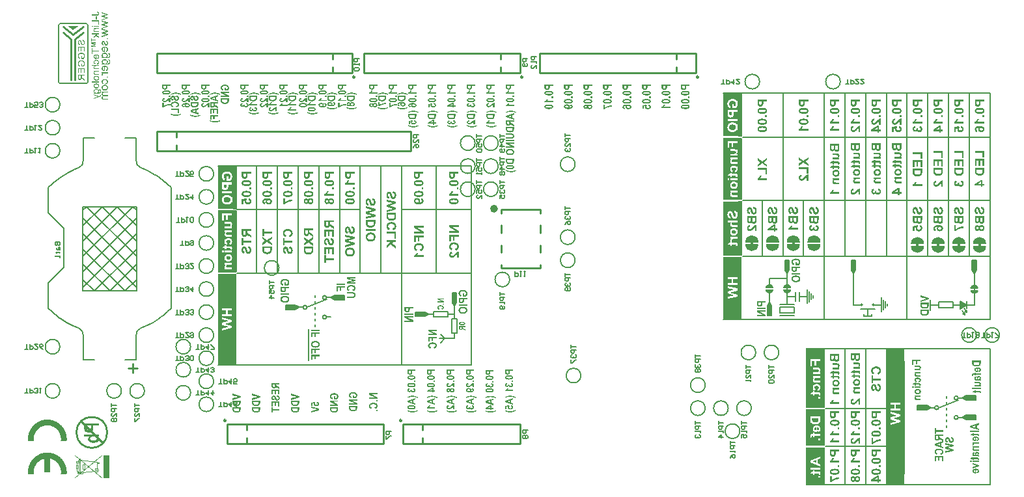
<source format=gbo>
G04*
G04 #@! TF.GenerationSoftware,Altium Limited,Altium Designer,21.0.9 (235)*
G04*
G04 Layer_Color=32896*
%FSLAX24Y24*%
%MOIN*%
G70*
G04*
G04 #@! TF.SameCoordinates,03FFB426-F04E-41D0-9F73-41BCBE92060F*
G04*
G04*
G04 #@! TF.FilePolarity,Positive*
G04*
G01*
G75*
%ADD14C,0.0100*%
%ADD15C,0.0060*%
%ADD16C,0.0059*%
%ADD17C,0.0200*%
%ADD18C,0.0079*%
%ADD19C,0.0049*%
%ADD21C,0.0050*%
%ADD22C,0.0080*%
%ADD215C,0.0120*%
%ADD237C,0.0110*%
%ADD238R,0.0289X0.1150*%
%ADD239R,0.0980X0.0258*%
%ADD240R,0.0980X0.0170*%
%ADD241R,0.0980X0.0070*%
%ADD242R,0.0200X0.2250*%
%ADD243R,0.0160X0.3170*%
%ADD244R,0.0200X0.3180*%
%ADD245R,0.0160X0.2240*%
%ADD246R,0.0190X0.2790*%
%ADD247R,0.0180X0.1993*%
%ADD248R,0.0160X0.2759*%
%ADD249R,0.0980X0.0940*%
%ADD250R,0.0170X0.1811*%
%ADD251R,0.0980X0.0400*%
%ADD252R,0.0980X0.0413*%
%ADD253R,0.0980X0.1000*%
%ADD254R,0.0980X0.0140*%
%ADD255R,0.0170X0.4400*%
%ADD256R,0.0180X0.4430*%
%ADD257R,0.0180X0.4593*%
%ADD258R,0.0980X0.2730*%
%ADD259R,0.0170X0.5841*%
%ADD260R,0.0980X0.2980*%
%ADD261R,0.0980X0.0270*%
%ADD262R,0.0980X0.0280*%
%ADD263R,0.0160X0.1859*%
%ADD264R,0.0190X0.1890*%
%ADD265R,0.0160X0.3050*%
%ADD266R,0.0200X0.1890*%
%ADD267R,0.0160X0.1890*%
%ADD268R,0.0200X0.3050*%
%ADD269R,0.0980X0.0170*%
%ADD270R,0.0980X0.0420*%
%ADD271R,0.0980X0.0430*%
G36*
X2630Y11207D02*
X2345Y11421D01*
X2915D01*
X2630Y11207D01*
D02*
G37*
G36*
X40650Y630D02*
X40720Y620D01*
X40800Y560D01*
X40840Y490D01*
X40890Y365D01*
X40582Y366D01*
X40260Y365D01*
X40300Y490D01*
X40340Y560D01*
X40430Y640D01*
X40550Y660D01*
X40650Y630D01*
D02*
G37*
G36*
X39590D02*
X39660Y620D01*
X39740Y560D01*
X39780Y490D01*
X39830Y365D01*
X39522Y366D01*
X39200Y365D01*
X39240Y490D01*
X39280Y560D01*
X39370Y640D01*
X39490Y660D01*
X39590Y630D01*
D02*
G37*
G36*
X37470D02*
X37540Y620D01*
X37620Y560D01*
X37660Y490D01*
X37710Y365D01*
X37402Y366D01*
X37080Y365D01*
X37120Y490D01*
X37160Y560D01*
X37250Y640D01*
X37370Y660D01*
X37470Y630D01*
D02*
G37*
G36*
X38530Y628D02*
X38600Y618D01*
X38680Y558D01*
X38720Y488D01*
X38770Y363D01*
X38462Y364D01*
X38140Y363D01*
X38180Y488D01*
X38220Y558D01*
X38310Y638D01*
X38430Y658D01*
X38530Y628D01*
D02*
G37*
G36*
X49130Y540D02*
X49200Y530D01*
X49280Y470D01*
X49320Y400D01*
X49370Y275D01*
X49062Y276D01*
X48740Y275D01*
X48780Y400D01*
X48820Y470D01*
X48910Y550D01*
X49030Y570D01*
X49130Y540D01*
D02*
G37*
G36*
X48070D02*
X48140Y530D01*
X48220Y470D01*
X48260Y400D01*
X48310Y275D01*
X48002Y276D01*
X47680Y275D01*
X47720Y400D01*
X47760Y470D01*
X47850Y550D01*
X47970Y570D01*
X48070Y540D01*
D02*
G37*
G36*
X45950D02*
X46020Y530D01*
X46100Y470D01*
X46140Y400D01*
X46190Y275D01*
X45882Y276D01*
X45560Y275D01*
X45600Y400D01*
X45640Y470D01*
X45730Y550D01*
X45850Y570D01*
X45950Y540D01*
D02*
G37*
G36*
X47010Y538D02*
X47080Y528D01*
X47160Y468D01*
X47200Y398D01*
X47250Y273D01*
X46942Y274D01*
X46620Y273D01*
X46660Y398D01*
X46700Y468D01*
X46790Y548D01*
X46910Y568D01*
X47010Y538D01*
D02*
G37*
G36*
X40538Y203D02*
X40860Y204D01*
X40820Y80D01*
X40780Y10D01*
X40690Y-70D01*
X40570Y-90D01*
X40470Y-60D01*
X40400Y-50D01*
X40320Y10D01*
X40280Y80D01*
X40230Y204D01*
X40538Y203D01*
D02*
G37*
G36*
X39478D02*
X39800Y204D01*
X39760Y80D01*
X39720Y10D01*
X39630Y-70D01*
X39510Y-90D01*
X39410Y-60D01*
X39340Y-50D01*
X39260Y10D01*
X39220Y80D01*
X39170Y204D01*
X39478Y203D01*
D02*
G37*
G36*
X37358D02*
X37680Y204D01*
X37640Y80D01*
X37600Y10D01*
X37510Y-70D01*
X37390Y-90D01*
X37290Y-60D01*
X37220Y-50D01*
X37140Y10D01*
X37100Y80D01*
X37050Y204D01*
X37358Y203D01*
D02*
G37*
G36*
X38418Y201D02*
X38740Y202D01*
X38700Y78D01*
X38660Y8D01*
X38570Y-72D01*
X38450Y-92D01*
X38350Y-62D01*
X38280Y-52D01*
X38200Y8D01*
X38160Y78D01*
X38110Y202D01*
X38418Y201D01*
D02*
G37*
G36*
X49018Y113D02*
X49340Y114D01*
X49300Y-10D01*
X49260Y-80D01*
X49170Y-160D01*
X49050Y-180D01*
X48950Y-150D01*
X48880Y-140D01*
X48800Y-80D01*
X48760Y-10D01*
X48710Y114D01*
X49018Y113D01*
D02*
G37*
G36*
X47958D02*
X48280Y114D01*
X48240Y-10D01*
X48200Y-80D01*
X48110Y-160D01*
X47990Y-180D01*
X47890Y-150D01*
X47820Y-140D01*
X47740Y-80D01*
X47700Y-10D01*
X47650Y114D01*
X47958Y113D01*
D02*
G37*
G36*
X45838D02*
X46160Y114D01*
X46120Y-10D01*
X46080Y-80D01*
X45990Y-160D01*
X45870Y-180D01*
X45770Y-150D01*
X45700Y-140D01*
X45620Y-80D01*
X45580Y-10D01*
X45530Y114D01*
X45838Y113D01*
D02*
G37*
G36*
X46898Y111D02*
X47220Y112D01*
X47180Y-12D01*
X47140Y-82D01*
X47050Y-162D01*
X46930Y-182D01*
X46830Y-152D01*
X46760Y-142D01*
X46680Y-82D01*
X46640Y-12D01*
X46590Y112D01*
X46898Y111D01*
D02*
G37*
G36*
X48637Y-598D02*
X48869D01*
Y-1113D01*
X48818Y-1193D01*
X48791Y-1232D01*
X48767Y-1240D01*
X48763D01*
X48637Y-1114D01*
Y-941D01*
X48633Y-594D01*
X48637Y-598D01*
D02*
G37*
G36*
X42457D02*
X42689D01*
Y-1113D01*
X42638Y-1193D01*
X42611Y-1232D01*
X42587Y-1240D01*
X42583D01*
X42457Y-1114D01*
Y-941D01*
X42453Y-594D01*
X42457Y-598D01*
D02*
G37*
G36*
X39050D02*
X39282D01*
Y-1113D01*
X39231Y-1193D01*
X39203Y-1232D01*
X39180Y-1240D01*
X39176D01*
X39050Y-1114D01*
Y-941D01*
X39046Y-594D01*
X39050Y-598D01*
D02*
G37*
G36*
X39235Y-1825D02*
X39263Y-1835D01*
X39317Y-1868D01*
X39349Y-1901D01*
X39371Y-1938D01*
X39384Y-1977D01*
X39377Y-1997D01*
X39356Y-2009D01*
X39017D01*
X38988Y-1979D01*
X39003Y-1933D01*
X39020Y-1907D01*
X39049Y-1878D01*
X39072Y-1857D01*
X39111Y-1834D01*
X39148Y-1823D01*
X39235Y-1825D01*
D02*
G37*
G36*
X38330D02*
X38358Y-1835D01*
X38412Y-1868D01*
X38444Y-1901D01*
X38466Y-1938D01*
X38479Y-1977D01*
X38472Y-1997D01*
X38451Y-2009D01*
X38112D01*
X38083Y-1979D01*
X38098Y-1933D01*
X38115Y-1907D01*
X38144Y-1878D01*
X38167Y-1857D01*
X38206Y-1834D01*
X38243Y-1823D01*
X38330Y-1825D01*
D02*
G37*
G36*
X48820Y-1855D02*
X48848Y-1865D01*
X48902Y-1898D01*
X48934Y-1931D01*
X48956Y-1968D01*
X48969Y-2007D01*
X48962Y-2027D01*
X48941Y-2039D01*
X48602Y-2039D01*
X48573Y-2009D01*
X48588Y-1963D01*
X48605Y-1937D01*
X48634Y-1908D01*
X48657Y-1887D01*
X48696Y-1864D01*
X48733Y-1853D01*
X48820Y-1855D01*
D02*
G37*
G36*
X39386Y-2119D02*
X39371Y-2166D01*
X39354Y-2191D01*
X39325Y-2220D01*
X39302Y-2241D01*
X39263Y-2264D01*
X39226Y-2275D01*
X39139Y-2273D01*
X39111Y-2263D01*
X39057Y-2230D01*
X39025Y-2197D01*
X39002Y-2161D01*
X38990Y-2121D01*
X38997Y-2101D01*
X39017Y-2090D01*
X39357D01*
X39386Y-2119D01*
D02*
G37*
G36*
X38476D02*
X38461Y-2166D01*
X38444Y-2191D01*
X38415Y-2220D01*
X38392Y-2241D01*
X38353Y-2264D01*
X38316Y-2275D01*
X38229Y-2273D01*
X38201Y-2263D01*
X38147Y-2230D01*
X38115Y-2197D01*
X38095Y-2160D01*
X38085Y-2120D01*
X38087Y-2101D01*
X38107Y-2090D01*
X38447D01*
X38476Y-2119D01*
D02*
G37*
G36*
X48971Y-2149D02*
X48956Y-2196D01*
X48939Y-2221D01*
X48910Y-2250D01*
X48887Y-2271D01*
X48848Y-2294D01*
X48811Y-2305D01*
X48724Y-2303D01*
X48696Y-2293D01*
X48642Y-2260D01*
X48610Y-2227D01*
X48587Y-2191D01*
X48575Y-2151D01*
X48582Y-2131D01*
X48602Y-2120D01*
X48942D01*
X48971Y-2149D01*
D02*
G37*
G36*
X16497Y-2370D02*
Y-2602D01*
X15982D01*
X15902Y-2551D01*
X15863Y-2523D01*
X15855Y-2500D01*
Y-2496D01*
X15981Y-2370D01*
X16154D01*
X16501Y-2366D01*
X16497Y-2370D01*
D02*
G37*
G36*
X22020Y-2267D02*
X22252D01*
Y-2782D01*
X22201Y-2862D01*
X22173Y-2901D01*
X22150Y-2909D01*
X22146D01*
X22020Y-2783D01*
Y-2610D01*
X22016Y-2263D01*
X22020Y-2267D01*
D02*
G37*
G36*
X48125Y-2729D02*
X48284Y-2820D01*
X48344Y-2895D01*
X48248Y-2950D01*
X48044Y-3067D01*
X48020Y-2887D01*
X48032Y-2686D01*
X48125Y-2729D01*
D02*
G37*
G36*
X14098Y-2949D02*
X14137Y-2977D01*
X14145Y-3000D01*
Y-3004D01*
X14019Y-3130D01*
X13846D01*
X13499Y-3134D01*
X13503Y-3130D01*
Y-2898D01*
X14018D01*
X14098Y-2949D01*
D02*
G37*
G36*
X38410Y-2906D02*
Y-3079D01*
X38414Y-3426D01*
X38410Y-3422D01*
X38178D01*
Y-2907D01*
X38229Y-2827D01*
X38257Y-2788D01*
X38280Y-2780D01*
X38284D01*
X38410Y-2906D01*
D02*
G37*
G36*
X20748Y-3303D02*
X20787Y-3331D01*
X20795Y-3354D01*
Y-3358D01*
X20669Y-3484D01*
X20496D01*
X20149Y-3488D01*
X20153Y-3484D01*
Y-3252D01*
X20668D01*
X20748Y-3303D01*
D02*
G37*
G36*
X48837Y-7515D02*
Y-7747D01*
X48322D01*
X48242Y-7696D01*
X48203Y-7669D01*
X48195Y-7645D01*
Y-7641D01*
X48321Y-7515D01*
X48494D01*
X48841Y-7511D01*
X48837Y-7515D01*
D02*
G37*
G36*
X46438Y-8094D02*
X46477Y-8122D01*
X46485Y-8145D01*
Y-8149D01*
X46359Y-8275D01*
X46186D01*
X45839Y-8279D01*
X45843Y-8275D01*
Y-8043D01*
X46358D01*
X46438Y-8094D01*
D02*
G37*
G36*
X48837Y-8515D02*
Y-8747D01*
X48322D01*
X48242Y-8696D01*
X48203Y-8669D01*
X48195Y-8645D01*
Y-8641D01*
X48321Y-8515D01*
X48494D01*
X48841Y-8511D01*
X48837Y-8515D01*
D02*
G37*
G36*
X1347Y-8753D02*
X1375Y-8754D01*
X1402Y-8757D01*
X1430Y-8760D01*
X1458Y-8764D01*
X1485Y-8768D01*
X1512Y-8774D01*
X1539Y-8780D01*
X1566Y-8787D01*
X1593Y-8794D01*
X1619Y-8803D01*
X1645Y-8812D01*
X1671Y-8822D01*
X1697Y-8832D01*
X1722Y-8843D01*
X1747Y-8855D01*
X1772Y-8868D01*
X1796Y-8881D01*
X1820Y-8895D01*
X1844Y-8910D01*
X1867Y-8925D01*
X1890Y-8941D01*
X1912Y-8958D01*
X1934Y-8975D01*
X1955Y-8993D01*
X1976Y-9011D01*
X1996Y-9030D01*
X2016Y-9050D01*
X2035Y-9070D01*
X2053Y-9090D01*
X2071Y-9111D01*
X2089Y-9133D01*
X2106Y-9155D01*
X2122Y-9177D01*
X2137Y-9200D01*
X2152Y-9224D01*
X2167Y-9248D01*
X2180Y-9272D01*
X2193Y-9296D01*
X2205Y-9321D01*
X2217Y-9346D01*
X2228Y-9372D01*
X2238Y-9398D01*
X2247Y-9424D01*
X2256Y-9450D01*
X2264Y-9477D01*
X2271Y-9503D01*
X2277Y-9530D01*
X2283Y-9558D01*
X2288Y-9585D01*
X2292Y-9612D01*
X2296Y-9640D01*
X2298Y-9667D01*
X2300Y-9695D01*
X2301Y-9723D01*
X2301Y-9751D01*
X2301Y-9778D01*
X2300Y-9806D01*
X2298Y-9834D01*
X2296Y-9847D01*
X2296D01*
X2296Y-9847D01*
Y-9847D01*
X1998D01*
X1999Y-9836D01*
X2002Y-9813D01*
X2003Y-9790D01*
X2004Y-9767D01*
X2005Y-9744D01*
X2004Y-9721D01*
X2003Y-9698D01*
X2001Y-9675D01*
X1998Y-9652D01*
X1995Y-9629D01*
X1990Y-9607D01*
X1985Y-9584D01*
X1980Y-9562D01*
X1973Y-9540D01*
X1966Y-9518D01*
X1958Y-9496D01*
X1949Y-9475D01*
X1940Y-9454D01*
X1930Y-9433D01*
X1919Y-9413D01*
X1908Y-9393D01*
X1896Y-9373D01*
X1883Y-9354D01*
X1870Y-9335D01*
X1856Y-9317D01*
X1841Y-9299D01*
X1826Y-9281D01*
X1811Y-9265D01*
X1795Y-9248D01*
X1778Y-9232D01*
X1761Y-9217D01*
X1743Y-9202D01*
X1725Y-9188D01*
X1706Y-9175D01*
X1687Y-9162D01*
X1667Y-9150D01*
X1647Y-9138D01*
X1627Y-9127D01*
X1606Y-9117D01*
X1586Y-9107D01*
X1564Y-9098D01*
X1543Y-9090D01*
X1521Y-9083D01*
X1499Y-9076D01*
X1477Y-9070D01*
X1454Y-9065D01*
X1432Y-9060D01*
X1409Y-9056D01*
X1386Y-9053D01*
X1363Y-9051D01*
X1340Y-9050D01*
X1317Y-9049D01*
X1294D01*
X1271Y-9050D01*
X1248Y-9051D01*
X1225Y-9053D01*
X1202Y-9056D01*
X1180Y-9060D01*
X1157Y-9065D01*
X1135Y-9070D01*
X1112Y-9076D01*
X1090Y-9083D01*
X1068Y-9090D01*
X1047Y-9098D01*
X1026Y-9107D01*
X1005Y-9117D01*
X984Y-9127D01*
X964Y-9138D01*
X944Y-9150D01*
X924Y-9162D01*
X905Y-9175D01*
X887Y-9188D01*
X868Y-9202D01*
X851Y-9217D01*
X833Y-9232D01*
X817Y-9248D01*
X800Y-9265D01*
X785Y-9281D01*
X770Y-9299D01*
X755Y-9317D01*
X741Y-9335D01*
X728Y-9354D01*
X715Y-9373D01*
X703Y-9393D01*
X692Y-9413D01*
X681Y-9433D01*
X671Y-9454D01*
X662Y-9475D01*
X653Y-9496D01*
X645Y-9518D01*
X638Y-9540D01*
X632Y-9562D01*
X626Y-9584D01*
X621Y-9607D01*
X617Y-9629D01*
X613Y-9652D01*
X610Y-9675D01*
X608Y-9698D01*
X607Y-9721D01*
X606Y-9744D01*
X607Y-9767D01*
X608Y-9790D01*
X609Y-9813D01*
X612Y-9836D01*
X614Y-9847D01*
X614D01*
X315Y-9847D01*
X313Y-9834D01*
X311Y-9806D01*
X310Y-9778D01*
X310Y-9751D01*
X310Y-9723D01*
X311Y-9695D01*
X313Y-9667D01*
X316Y-9640D01*
X319Y-9612D01*
X323Y-9585D01*
X328Y-9558D01*
X334Y-9530D01*
X340Y-9503D01*
X347Y-9477D01*
X355Y-9450D01*
X364Y-9424D01*
X373Y-9398D01*
X383Y-9372D01*
X394Y-9346D01*
X406Y-9321D01*
X418Y-9296D01*
X431Y-9272D01*
X445Y-9248D01*
X459Y-9224D01*
X474Y-9200D01*
X489Y-9177D01*
X506Y-9155D01*
X522Y-9133D01*
X540Y-9111D01*
X558Y-9090D01*
X576Y-9070D01*
X596Y-9050D01*
X615Y-9030D01*
X636Y-9011D01*
X656Y-8993D01*
X678Y-8975D01*
X699Y-8958D01*
X722Y-8941D01*
X744Y-8925D01*
X767Y-8910D01*
X791Y-8895D01*
X815Y-8881D01*
X839Y-8868D01*
X864Y-8855D01*
X889Y-8843D01*
X914Y-8832D01*
X940Y-8822D01*
X966Y-8812D01*
X992Y-8803D01*
X1019Y-8794D01*
X1045Y-8787D01*
X1072Y-8780D01*
X1099Y-8774D01*
X1126Y-8768D01*
X1154Y-8764D01*
X1181Y-8760D01*
X1209Y-8757D01*
X1236Y-8754D01*
X1264Y-8753D01*
X1292Y-8752D01*
X1319D01*
X1347Y-8753D01*
D02*
G37*
G36*
Y-10446D02*
X1375Y-10447D01*
X1402Y-10450D01*
X1430Y-10453D01*
X1458Y-10457D01*
X1485Y-10461D01*
X1512Y-10466D01*
X1539Y-10473D01*
X1566Y-10480D01*
X1593Y-10487D01*
X1619Y-10495D01*
X1645Y-10505D01*
X1671Y-10514D01*
X1697Y-10525D01*
X1722Y-10536D01*
X1747Y-10548D01*
X1772Y-10561D01*
X1796Y-10574D01*
X1820Y-10588D01*
X1844Y-10603D01*
X1867Y-10618D01*
X1890Y-10634D01*
X1912Y-10651D01*
X1934Y-10668D01*
X1955Y-10686D01*
X1976Y-10704D01*
X1996Y-10723D01*
X2016Y-10742D01*
X2035Y-10762D01*
X2053Y-10783D01*
X2071Y-10804D01*
X2089Y-10826D01*
X2106Y-10848D01*
X2122Y-10870D01*
X2137Y-10893D01*
X2152Y-10917D01*
X2167Y-10940D01*
X2180Y-10964D01*
X2193Y-10989D01*
X2205Y-11014D01*
X2217Y-11039D01*
X2228Y-11065D01*
X2238Y-11091D01*
X2247Y-11117D01*
X2256Y-11143D01*
X2264Y-11170D01*
X2271Y-11196D01*
X2277Y-11223D01*
X2283Y-11250D01*
X2288Y-11278D01*
X2292Y-11305D01*
X2296Y-11333D01*
X2298Y-11360D01*
X2300Y-11388D01*
X2301Y-11416D01*
X2301Y-11443D01*
X2301Y-11471D01*
X2300Y-11499D01*
X2298Y-11526D01*
X2296Y-11540D01*
X2296D01*
X2296Y-11540D01*
Y-11540D01*
X1998D01*
X1999Y-11529D01*
X2002Y-11508D01*
X2003Y-11486D01*
X2004Y-11464D01*
X2005Y-11442D01*
X2004Y-11421D01*
X2004Y-11399D01*
X2002Y-11377D01*
X2000Y-11355D01*
X1997Y-11334D01*
X1993Y-11312D01*
X1988Y-11291D01*
X1983Y-11270D01*
X1978Y-11248D01*
X1971Y-11228D01*
X1965Y-11207D01*
X1957Y-11186D01*
X1949Y-11166D01*
X1940Y-11146D01*
X1930Y-11127D01*
X1920Y-11107D01*
X1909Y-11088D01*
X1898Y-11070D01*
X1886Y-11051D01*
X1874Y-11033D01*
X1861Y-11016D01*
X1847Y-10999D01*
X1833Y-10982D01*
X1819Y-10966D01*
X1804Y-10950D01*
X1788Y-10935D01*
X1772Y-10920D01*
X1756Y-10906D01*
X1739Y-10892D01*
X1721Y-10879D01*
X1704Y-10866D01*
X1685Y-10854D01*
X1667Y-10842D01*
X1648Y-10831D01*
X1629Y-10821D01*
X1609Y-10811D01*
X1590Y-10802D01*
X1569Y-10793D01*
X1549Y-10785D01*
X1529Y-10778D01*
X1508Y-10771D01*
X1487Y-10765D01*
X1466Y-10760D01*
X1455Y-10758D01*
X1455Y-10758D01*
Y-11441D01*
X1156Y-11441D01*
Y-10758D01*
X1146Y-10760D01*
X1124Y-10765D01*
X1103Y-10771D01*
X1083Y-10778D01*
X1062Y-10785D01*
X1042Y-10793D01*
X1022Y-10802D01*
X1002Y-10811D01*
X982Y-10821D01*
X963Y-10831D01*
X944Y-10842D01*
X926Y-10854D01*
X908Y-10866D01*
X890Y-10879D01*
X873Y-10892D01*
X856Y-10906D01*
X839Y-10920D01*
X823Y-10935D01*
X808Y-10950D01*
X792Y-10966D01*
X778Y-10982D01*
X764Y-10999D01*
X750Y-11016D01*
X737Y-11033D01*
X725Y-11051D01*
X713Y-11070D01*
X702Y-11088D01*
X691Y-11107D01*
X681Y-11127D01*
X671Y-11146D01*
X663Y-11166D01*
X654Y-11186D01*
X647Y-11207D01*
X640Y-11228D01*
X633Y-11248D01*
X628Y-11270D01*
X623Y-11291D01*
X618Y-11312D01*
X615Y-11334D01*
X612Y-11355D01*
X609Y-11377D01*
X608Y-11399D01*
X607Y-11421D01*
X606Y-11442D01*
X607Y-11464D01*
X608Y-11486D01*
X610Y-11508D01*
X612Y-11529D01*
X614Y-11540D01*
X614D01*
X315Y-11540D01*
X313Y-11526D01*
X311Y-11499D01*
X310Y-11471D01*
X310Y-11443D01*
X310Y-11416D01*
X311Y-11388D01*
X313Y-11360D01*
X316Y-11333D01*
X319Y-11305D01*
X323Y-11278D01*
X328Y-11250D01*
X334Y-11223D01*
X340Y-11196D01*
X347Y-11170D01*
X355Y-11143D01*
X364Y-11117D01*
X373Y-11091D01*
X383Y-11065D01*
X394Y-11039D01*
X406Y-11014D01*
X418Y-10989D01*
X431Y-10964D01*
X445Y-10940D01*
X459Y-10917D01*
X474Y-10893D01*
X489Y-10870D01*
X506Y-10848D01*
X522Y-10826D01*
X540Y-10804D01*
X558Y-10783D01*
X576Y-10762D01*
X596Y-10742D01*
X615Y-10723D01*
X636Y-10704D01*
X656Y-10686D01*
X678Y-10668D01*
X699Y-10651D01*
X722Y-10634D01*
X744Y-10618D01*
X767Y-10603D01*
X791Y-10588D01*
X815Y-10574D01*
X839Y-10561D01*
X864Y-10548D01*
X889Y-10536D01*
X914Y-10525D01*
X940Y-10514D01*
X966Y-10505D01*
X992Y-10495D01*
X1019Y-10487D01*
X1045Y-10480D01*
X1072Y-10473D01*
X1099Y-10466D01*
X1126Y-10461D01*
X1154Y-10457D01*
X1181Y-10453D01*
X1209Y-10450D01*
X1236Y-10447D01*
X1264Y-10446D01*
X1292Y-10445D01*
X1319D01*
X1347Y-10446D01*
D02*
G37*
G36*
X10917Y-5950D02*
X10099D01*
Y-1300D01*
X10917D01*
Y-5950D01*
D02*
G37*
G36*
X46817Y-9305D02*
X47181D01*
Y-9378D01*
X46817D01*
Y-9484D01*
X46743D01*
Y-9199D01*
X46817D01*
Y-9305D01*
D02*
G37*
G36*
X47181Y-9604D02*
X46998D01*
Y-9619D01*
X46999Y-9628D01*
X46999Y-9635D01*
X47000Y-9641D01*
X47001Y-9646D01*
X47002Y-9650D01*
X47002Y-9653D01*
X47003Y-9655D01*
X47003Y-9655D01*
X47006Y-9659D01*
X47008Y-9663D01*
X47011Y-9667D01*
X47014Y-9670D01*
X47017Y-9673D01*
X47019Y-9675D01*
X47021Y-9676D01*
X47022Y-9677D01*
X47024Y-9679D01*
X47028Y-9681D01*
X47032Y-9684D01*
X47037Y-9687D01*
X47042Y-9690D01*
X47048Y-9693D01*
X47059Y-9700D01*
X47064Y-9703D01*
X47069Y-9706D01*
X47074Y-9708D01*
X47078Y-9711D01*
X47081Y-9713D01*
X47084Y-9714D01*
X47085Y-9715D01*
X47086Y-9715D01*
X47181Y-9768D01*
Y-9855D01*
X47096Y-9811D01*
X47087Y-9806D01*
X47078Y-9801D01*
X47070Y-9797D01*
X47063Y-9793D01*
X47057Y-9789D01*
X47051Y-9786D01*
X47046Y-9783D01*
X47041Y-9780D01*
X47037Y-9778D01*
X47034Y-9775D01*
X47031Y-9773D01*
X47029Y-9772D01*
X47027Y-9771D01*
X47026Y-9770D01*
X47025Y-9770D01*
X47025Y-9769D01*
X47017Y-9763D01*
X47011Y-9757D01*
X47004Y-9750D01*
X46999Y-9744D01*
X46994Y-9739D01*
X46992Y-9737D01*
X46991Y-9735D01*
X46989Y-9733D01*
X46989Y-9732D01*
X46988Y-9731D01*
X46988Y-9731D01*
X46986Y-9739D01*
X46984Y-9747D01*
X46981Y-9754D01*
X46978Y-9761D01*
X46975Y-9767D01*
X46972Y-9773D01*
X46968Y-9778D01*
X46965Y-9783D01*
X46962Y-9787D01*
X46959Y-9791D01*
X46956Y-9794D01*
X46954Y-9796D01*
X46952Y-9798D01*
X46950Y-9799D01*
X46949Y-9800D01*
X46949Y-9801D01*
X46943Y-9805D01*
X46936Y-9809D01*
X46929Y-9812D01*
X46922Y-9815D01*
X46916Y-9818D01*
X46908Y-9819D01*
X46902Y-9821D01*
X46896Y-9822D01*
X46889Y-9824D01*
X46884Y-9824D01*
X46879Y-9825D01*
X46874Y-9825D01*
X46871Y-9826D01*
X46868D01*
X46866D01*
X46866D01*
X46858Y-9825D01*
X46851Y-9825D01*
X46844Y-9824D01*
X46838Y-9823D01*
X46831Y-9822D01*
X46826Y-9820D01*
X46820Y-9819D01*
X46816Y-9818D01*
X46811Y-9816D01*
X46807Y-9815D01*
X46804Y-9813D01*
X46801Y-9812D01*
X46799Y-9811D01*
X46797Y-9810D01*
X46796Y-9810D01*
X46796Y-9809D01*
X46791Y-9806D01*
X46786Y-9803D01*
X46781Y-9800D01*
X46777Y-9796D01*
X46773Y-9793D01*
X46770Y-9789D01*
X46767Y-9786D01*
X46764Y-9783D01*
X46762Y-9780D01*
X46760Y-9777D01*
X46758Y-9774D01*
X46757Y-9772D01*
X46756Y-9771D01*
X46756Y-9769D01*
X46755Y-9768D01*
Y-9768D01*
X46753Y-9763D01*
X46751Y-9757D01*
X46749Y-9751D01*
X46748Y-9744D01*
X46746Y-9731D01*
X46745Y-9717D01*
X46744Y-9710D01*
X46744Y-9704D01*
X46743Y-9699D01*
Y-9694D01*
X46743Y-9690D01*
Y-9532D01*
X47181D01*
Y-9604D01*
D02*
G37*
G36*
X47593Y-9652D02*
X47606Y-9654D01*
X47618Y-9657D01*
X47629Y-9661D01*
X47639Y-9665D01*
X47649Y-9669D01*
X47658Y-9674D01*
X47666Y-9679D01*
X47674Y-9685D01*
X47681Y-9691D01*
X47687Y-9697D01*
X47693Y-9703D01*
X47698Y-9709D01*
X47703Y-9716D01*
X47707Y-9723D01*
X47711Y-9729D01*
X47714Y-9736D01*
X47717Y-9742D01*
X47720Y-9748D01*
X47722Y-9754D01*
X47724Y-9760D01*
X47725Y-9766D01*
X47726Y-9771D01*
X47727Y-9776D01*
X47728Y-9781D01*
X47729Y-9784D01*
X47729Y-9788D01*
X47729Y-9791D01*
X47730Y-9794D01*
Y-9797D01*
X47729Y-9810D01*
X47728Y-9823D01*
X47726Y-9835D01*
X47724Y-9845D01*
X47721Y-9855D01*
X47717Y-9865D01*
X47714Y-9873D01*
X47710Y-9880D01*
X47707Y-9886D01*
X47703Y-9892D01*
X47700Y-9896D01*
X47697Y-9900D01*
X47695Y-9903D01*
X47693Y-9905D01*
X47691Y-9906D01*
X47691Y-9907D01*
X47684Y-9913D01*
X47676Y-9918D01*
X47668Y-9923D01*
X47660Y-9927D01*
X47652Y-9931D01*
X47644Y-9933D01*
X47636Y-9936D01*
X47628Y-9937D01*
X47621Y-9939D01*
X47615Y-9940D01*
X47609Y-9941D01*
X47604Y-9941D01*
X47600Y-9942D01*
X47598Y-9942D01*
X47596D01*
X47595D01*
X47581Y-9941D01*
X47574Y-9941D01*
X47568Y-9940D01*
X47562Y-9939D01*
X47557Y-9938D01*
X47551Y-9937D01*
X47547Y-9935D01*
X47543Y-9934D01*
X47539Y-9933D01*
X47536Y-9932D01*
X47533Y-9931D01*
X47531Y-9930D01*
X47529Y-9930D01*
X47528Y-9929D01*
X47528D01*
X47518Y-9924D01*
X47509Y-9918D01*
X47502Y-9911D01*
X47498Y-9909D01*
X47495Y-9906D01*
X47492Y-9903D01*
X47490Y-9900D01*
X47488Y-9898D01*
X47486Y-9896D01*
X47485Y-9894D01*
X47483Y-9893D01*
X47483Y-9892D01*
X47483Y-9892D01*
X47480Y-9887D01*
X47476Y-9881D01*
X47473Y-9876D01*
X47470Y-9869D01*
X47465Y-9856D01*
X47459Y-9843D01*
X47457Y-9837D01*
X47455Y-9831D01*
X47454Y-9826D01*
X47452Y-9822D01*
X47451Y-9818D01*
X47450Y-9815D01*
X47450Y-9813D01*
X47449Y-9813D01*
X47447Y-9804D01*
X47444Y-9795D01*
X47441Y-9787D01*
X47439Y-9781D01*
X47436Y-9774D01*
X47434Y-9769D01*
X47432Y-9764D01*
X47430Y-9760D01*
X47429Y-9757D01*
X47427Y-9754D01*
X47426Y-9751D01*
X47424Y-9750D01*
X47424Y-9748D01*
X47423Y-9747D01*
X47423Y-9747D01*
Y-9747D01*
X47420Y-9744D01*
X47418Y-9742D01*
X47413Y-9738D01*
X47408Y-9736D01*
X47403Y-9734D01*
X47399Y-9733D01*
X47395Y-9733D01*
X47394Y-9732D01*
X47393D01*
X47393D01*
X47392D01*
X47389Y-9733D01*
X47386Y-9733D01*
X47380Y-9735D01*
X47375Y-9737D01*
X47370Y-9740D01*
X47367Y-9743D01*
X47364Y-9746D01*
X47363Y-9748D01*
X47362Y-9748D01*
Y-9748D01*
X47358Y-9755D01*
X47355Y-9762D01*
X47353Y-9770D01*
X47351Y-9777D01*
X47350Y-9783D01*
X47350Y-9786D01*
Y-9788D01*
X47350Y-9790D01*
Y-9799D01*
X47350Y-9804D01*
X47351Y-9808D01*
X47352Y-9813D01*
X47353Y-9817D01*
X47354Y-9820D01*
X47355Y-9824D01*
X47357Y-9827D01*
X47358Y-9830D01*
X47359Y-9832D01*
X47361Y-9834D01*
X47362Y-9836D01*
X47363Y-9837D01*
X47363Y-9838D01*
X47364Y-9838D01*
X47364Y-9839D01*
X47367Y-9841D01*
X47370Y-9844D01*
X47374Y-9846D01*
X47378Y-9849D01*
X47386Y-9852D01*
X47394Y-9855D01*
X47398Y-9856D01*
X47401Y-9857D01*
X47404Y-9858D01*
X47407Y-9858D01*
X47410Y-9859D01*
X47412Y-9859D01*
X47413Y-9859D01*
X47413D01*
X47409Y-9932D01*
X47398Y-9931D01*
X47387Y-9930D01*
X47377Y-9928D01*
X47367Y-9925D01*
X47358Y-9922D01*
X47350Y-9919D01*
X47343Y-9916D01*
X47336Y-9912D01*
X47331Y-9909D01*
X47325Y-9905D01*
X47321Y-9902D01*
X47318Y-9899D01*
X47315Y-9897D01*
X47313Y-9896D01*
X47311Y-9894D01*
X47311Y-9894D01*
X47305Y-9887D01*
X47300Y-9879D01*
X47295Y-9872D01*
X47291Y-9864D01*
X47288Y-9855D01*
X47285Y-9847D01*
X47283Y-9839D01*
X47281Y-9831D01*
X47279Y-9824D01*
X47278Y-9817D01*
X47277Y-9811D01*
X47277Y-9806D01*
X47277Y-9801D01*
X47276Y-9798D01*
Y-9787D01*
X47277Y-9780D01*
X47278Y-9773D01*
X47279Y-9766D01*
X47280Y-9760D01*
X47281Y-9754D01*
X47283Y-9749D01*
X47284Y-9744D01*
X47285Y-9739D01*
X47286Y-9735D01*
X47288Y-9732D01*
X47289Y-9729D01*
X47290Y-9727D01*
X47291Y-9725D01*
X47291Y-9724D01*
X47291Y-9724D01*
X47294Y-9719D01*
X47297Y-9714D01*
X47304Y-9705D01*
X47311Y-9697D01*
X47315Y-9694D01*
X47319Y-9691D01*
X47322Y-9688D01*
X47325Y-9686D01*
X47328Y-9684D01*
X47330Y-9682D01*
X47332Y-9681D01*
X47333Y-9680D01*
X47334Y-9679D01*
X47335Y-9679D01*
X47340Y-9676D01*
X47346Y-9674D01*
X47351Y-9672D01*
X47357Y-9670D01*
X47368Y-9667D01*
X47373Y-9666D01*
X47378Y-9665D01*
X47382Y-9664D01*
X47386Y-9664D01*
X47390Y-9664D01*
X47393Y-9663D01*
X47396Y-9663D01*
X47398D01*
X47399D01*
X47399D01*
X47411Y-9664D01*
X47421Y-9665D01*
X47431Y-9667D01*
X47436Y-9668D01*
X47440Y-9669D01*
X47443Y-9670D01*
X47447Y-9672D01*
X47450Y-9673D01*
X47452Y-9674D01*
X47454Y-9674D01*
X47456Y-9675D01*
X47457Y-9676D01*
X47457D01*
X47466Y-9681D01*
X47475Y-9686D01*
X47482Y-9692D01*
X47488Y-9697D01*
X47491Y-9700D01*
X47494Y-9702D01*
X47495Y-9704D01*
X47497Y-9706D01*
X47498Y-9708D01*
X47499Y-9709D01*
X47500Y-9709D01*
X47500Y-9710D01*
X47503Y-9714D01*
X47506Y-9719D01*
X47509Y-9724D01*
X47512Y-9729D01*
X47516Y-9741D01*
X47521Y-9752D01*
X47523Y-9757D01*
X47525Y-9762D01*
X47526Y-9766D01*
X47528Y-9770D01*
X47529Y-9773D01*
X47529Y-9776D01*
X47530Y-9777D01*
X47530Y-9778D01*
X47533Y-9787D01*
X47536Y-9795D01*
X47538Y-9803D01*
X47540Y-9810D01*
X47542Y-9816D01*
X47544Y-9821D01*
X47546Y-9826D01*
X47547Y-9830D01*
X47549Y-9833D01*
X47550Y-9836D01*
X47551Y-9838D01*
X47551Y-9840D01*
X47552Y-9841D01*
X47552Y-9842D01*
X47553Y-9843D01*
X47555Y-9848D01*
X47558Y-9852D01*
X47561Y-9855D01*
X47564Y-9858D01*
X47566Y-9860D01*
X47568Y-9862D01*
X47570Y-9863D01*
X47570Y-9863D01*
X47574Y-9865D01*
X47578Y-9867D01*
X47583Y-9868D01*
X47586Y-9869D01*
X47590Y-9869D01*
X47593Y-9870D01*
X47595D01*
X47595D01*
X47595D01*
X47600Y-9869D01*
X47604Y-9869D01*
X47609Y-9868D01*
X47613Y-9867D01*
X47620Y-9864D01*
X47626Y-9860D01*
X47629Y-9858D01*
X47631Y-9857D01*
X47633Y-9855D01*
X47635Y-9853D01*
X47636Y-9852D01*
X47637Y-9852D01*
X47638Y-9851D01*
X47638Y-9851D01*
X47641Y-9847D01*
X47644Y-9843D01*
X47646Y-9839D01*
X47648Y-9835D01*
X47651Y-9826D01*
X47653Y-9818D01*
X47654Y-9814D01*
X47654Y-9810D01*
X47654Y-9807D01*
X47655Y-9805D01*
X47655Y-9802D01*
Y-9799D01*
X47655Y-9793D01*
X47654Y-9787D01*
X47653Y-9782D01*
X47651Y-9777D01*
X47649Y-9772D01*
X47647Y-9767D01*
X47642Y-9759D01*
X47635Y-9751D01*
X47628Y-9745D01*
X47621Y-9740D01*
X47613Y-9735D01*
X47605Y-9731D01*
X47598Y-9728D01*
X47590Y-9726D01*
X47584Y-9724D01*
X47579Y-9723D01*
X47576Y-9722D01*
X47575Y-9722D01*
X47573Y-9721D01*
X47572Y-9721D01*
X47571D01*
X47571D01*
X47579Y-9650D01*
X47593Y-9652D01*
D02*
G37*
G36*
X47181Y-9934D02*
X47082Y-9964D01*
Y-10108D01*
X47181Y-10139D01*
Y-10218D01*
X46743Y-10074D01*
Y-9996D01*
X47181Y-9857D01*
Y-9934D01*
D02*
G37*
G36*
X47722Y-10054D02*
Y-10133D01*
X47394Y-10204D01*
X47722Y-10276D01*
Y-10353D01*
X47284Y-10440D01*
Y-10367D01*
X47590Y-10312D01*
X47284Y-10248D01*
Y-10162D01*
X47585Y-10096D01*
X47284Y-10042D01*
Y-9968D01*
X47722Y-10054D01*
D02*
G37*
G36*
X46986Y-10244D02*
X47004Y-10246D01*
X47021Y-10248D01*
X47037Y-10251D01*
X47052Y-10255D01*
X47066Y-10259D01*
X47079Y-10264D01*
X47090Y-10269D01*
X47100Y-10273D01*
X47105Y-10275D01*
X47109Y-10278D01*
X47113Y-10280D01*
X47117Y-10282D01*
X47120Y-10284D01*
X47123Y-10286D01*
X47126Y-10287D01*
X47128Y-10289D01*
X47130Y-10290D01*
X47132Y-10291D01*
X47133Y-10292D01*
X47134Y-10293D01*
X47134Y-10293D01*
X47135D01*
X47144Y-10302D01*
X47152Y-10311D01*
X47160Y-10320D01*
X47166Y-10329D01*
X47171Y-10339D01*
X47175Y-10349D01*
X47179Y-10358D01*
X47182Y-10367D01*
X47184Y-10375D01*
X47186Y-10383D01*
X47187Y-10390D01*
X47188Y-10396D01*
X47188Y-10400D01*
Y-10402D01*
X47189Y-10404D01*
Y-10407D01*
X47188Y-10418D01*
X47187Y-10427D01*
X47186Y-10437D01*
X47184Y-10445D01*
X47181Y-10454D01*
X47178Y-10462D01*
X47175Y-10469D01*
X47172Y-10475D01*
X47169Y-10481D01*
X47166Y-10487D01*
X47163Y-10491D01*
X47160Y-10495D01*
X47158Y-10498D01*
X47156Y-10500D01*
X47155Y-10501D01*
X47155Y-10501D01*
X47148Y-10508D01*
X47141Y-10515D01*
X47132Y-10521D01*
X47124Y-10526D01*
X47115Y-10531D01*
X47106Y-10536D01*
X47097Y-10540D01*
X47089Y-10543D01*
X47080Y-10546D01*
X47072Y-10549D01*
X47066Y-10551D01*
X47059Y-10553D01*
X47055Y-10555D01*
X47052Y-10555D01*
X47051Y-10556D01*
X47049Y-10556D01*
X47048D01*
X47048Y-10556D01*
X47047D01*
X47020Y-10486D01*
X47029Y-10484D01*
X47037Y-10482D01*
X47045Y-10480D01*
X47052Y-10477D01*
X47058Y-10475D01*
X47064Y-10472D01*
X47069Y-10470D01*
X47074Y-10467D01*
X47078Y-10465D01*
X47081Y-10463D01*
X47084Y-10461D01*
X47087Y-10459D01*
X47089Y-10457D01*
X47090Y-10456D01*
X47091Y-10456D01*
X47091Y-10455D01*
X47095Y-10452D01*
X47098Y-10447D01*
X47101Y-10443D01*
X47104Y-10439D01*
X47106Y-10435D01*
X47108Y-10431D01*
X47110Y-10423D01*
X47111Y-10420D01*
X47112Y-10416D01*
X47113Y-10413D01*
X47113Y-10411D01*
X47113Y-10409D01*
Y-10406D01*
X47113Y-10399D01*
X47112Y-10392D01*
X47110Y-10385D01*
X47108Y-10379D01*
X47105Y-10374D01*
X47102Y-10369D01*
X47099Y-10364D01*
X47096Y-10359D01*
X47093Y-10355D01*
X47089Y-10352D01*
X47086Y-10349D01*
X47084Y-10347D01*
X47081Y-10345D01*
X47080Y-10343D01*
X47079Y-10342D01*
X47078Y-10342D01*
X47071Y-10338D01*
X47063Y-10334D01*
X47054Y-10331D01*
X47045Y-10328D01*
X47035Y-10326D01*
X47025Y-10324D01*
X47016Y-10322D01*
X47006Y-10321D01*
X46997Y-10320D01*
X46989Y-10319D01*
X46981Y-10318D01*
X46974Y-10318D01*
X46971D01*
X46968D01*
X46966Y-10318D01*
X46964D01*
X46962D01*
X46961D01*
X46961D01*
X46960D01*
X46946Y-10318D01*
X46932Y-10319D01*
X46920Y-10320D01*
X46909Y-10322D01*
X46898Y-10324D01*
X46889Y-10326D01*
X46881Y-10328D01*
X46873Y-10330D01*
X46867Y-10333D01*
X46861Y-10335D01*
X46856Y-10337D01*
X46853Y-10339D01*
X46850Y-10340D01*
X46848Y-10342D01*
X46846Y-10342D01*
X46846Y-10343D01*
X46840Y-10348D01*
X46834Y-10353D01*
X46830Y-10358D01*
X46826Y-10363D01*
X46822Y-10369D01*
X46819Y-10374D01*
X46817Y-10380D01*
X46815Y-10385D01*
X46814Y-10389D01*
X46813Y-10394D01*
X46812Y-10398D01*
X46812Y-10401D01*
X46811Y-10404D01*
X46811Y-10406D01*
Y-10408D01*
X46811Y-10413D01*
X46812Y-10418D01*
X46813Y-10423D01*
X46814Y-10427D01*
X46817Y-10435D01*
X46819Y-10439D01*
X46820Y-10443D01*
X46822Y-10445D01*
X46824Y-10448D01*
X46826Y-10451D01*
X46827Y-10453D01*
X46828Y-10454D01*
X46829Y-10455D01*
X46830Y-10456D01*
X46830Y-10456D01*
X46834Y-10460D01*
X46838Y-10463D01*
X46847Y-10469D01*
X46856Y-10474D01*
X46864Y-10478D01*
X46869Y-10479D01*
X46872Y-10481D01*
X46876Y-10482D01*
X46879Y-10483D01*
X46881Y-10483D01*
X46883Y-10484D01*
X46884Y-10484D01*
X46885D01*
X46863Y-10556D01*
X46853Y-10553D01*
X46843Y-10550D01*
X46834Y-10547D01*
X46826Y-10543D01*
X46818Y-10540D01*
X46811Y-10536D01*
X46804Y-10533D01*
X46799Y-10529D01*
X46793Y-10526D01*
X46789Y-10523D01*
X46785Y-10520D01*
X46782Y-10518D01*
X46780Y-10516D01*
X46778Y-10514D01*
X46777Y-10513D01*
X46777Y-10513D01*
X46769Y-10505D01*
X46763Y-10497D01*
X46758Y-10489D01*
X46753Y-10480D01*
X46749Y-10471D01*
X46746Y-10463D01*
X46743Y-10455D01*
X46741Y-10447D01*
X46739Y-10440D01*
X46738Y-10433D01*
X46737Y-10427D01*
X46736Y-10422D01*
X46736Y-10418D01*
X46735Y-10414D01*
Y-10412D01*
X46736Y-10398D01*
X46738Y-10385D01*
X46741Y-10373D01*
X46744Y-10362D01*
X46748Y-10351D01*
X46753Y-10342D01*
X46758Y-10333D01*
X46763Y-10325D01*
X46768Y-10318D01*
X46773Y-10312D01*
X46778Y-10306D01*
X46782Y-10302D01*
X46785Y-10298D01*
X46788Y-10296D01*
X46790Y-10294D01*
X46791Y-10294D01*
X46803Y-10285D01*
X46816Y-10277D01*
X46830Y-10270D01*
X46845Y-10265D01*
X46860Y-10260D01*
X46874Y-10256D01*
X46888Y-10252D01*
X46902Y-10250D01*
X46915Y-10247D01*
X46927Y-10246D01*
X46933Y-10245D01*
X46938Y-10245D01*
X46943Y-10245D01*
X46948Y-10244D01*
X46952D01*
X46955Y-10244D01*
X46959D01*
X46961Y-10243D01*
X46963D01*
X46965D01*
X46966D01*
X46966D01*
X46986Y-10244D01*
D02*
G37*
G36*
X47181Y-10892D02*
X47107D01*
Y-10691D01*
X46988D01*
Y-10871D01*
X46914D01*
Y-10691D01*
X46817D01*
Y-10885D01*
X46743D01*
Y-10618D01*
X47181D01*
Y-10892D01*
D02*
G37*
G36*
X17082Y-1518D02*
X16737D01*
X17082Y-1589D01*
Y-1659D01*
X16737Y-1731D01*
X17082D01*
Y-1798D01*
X16644D01*
Y-1689D01*
X16943Y-1624D01*
X16644Y-1559D01*
Y-1451D01*
X17082D01*
Y-1518D01*
D02*
G37*
G36*
X16549Y-1862D02*
X16111D01*
Y-1790D01*
X16549D01*
Y-1862D01*
D02*
G37*
G36*
Y-2005D02*
X16363D01*
Y-2155D01*
X16288D01*
Y-2005D01*
X16185D01*
Y-2179D01*
X16111D01*
Y-1932D01*
X16549D01*
Y-2005D01*
D02*
G37*
G36*
X16887Y-1858D02*
X16905Y-1859D01*
X16922Y-1862D01*
X16939Y-1865D01*
X16953Y-1869D01*
X16967Y-1873D01*
X16980Y-1878D01*
X16991Y-1882D01*
X17001Y-1887D01*
X17006Y-1889D01*
X17010Y-1892D01*
X17014Y-1894D01*
X17018Y-1896D01*
X17021Y-1898D01*
X17024Y-1900D01*
X17027Y-1901D01*
X17029Y-1903D01*
X17031Y-1904D01*
X17033Y-1905D01*
X17034Y-1906D01*
X17035Y-1907D01*
X17035Y-1907D01*
X17036D01*
X17045Y-1916D01*
X17054Y-1925D01*
X17061Y-1934D01*
X17067Y-1943D01*
X17072Y-1953D01*
X17077Y-1962D01*
X17080Y-1972D01*
X17083Y-1981D01*
X17085Y-1989D01*
X17087Y-1997D01*
X17088Y-2004D01*
X17089Y-2009D01*
X17090Y-2014D01*
Y-2016D01*
X17090Y-2018D01*
Y-2021D01*
X17090Y-2032D01*
X17088Y-2041D01*
X17087Y-2051D01*
X17085Y-2059D01*
X17082Y-2068D01*
X17079Y-2076D01*
X17076Y-2083D01*
X17073Y-2089D01*
X17070Y-2095D01*
X17067Y-2101D01*
X17064Y-2105D01*
X17061Y-2109D01*
X17059Y-2112D01*
X17057Y-2114D01*
X17056Y-2115D01*
X17056Y-2115D01*
X17049Y-2122D01*
X17042Y-2129D01*
X17033Y-2135D01*
X17025Y-2140D01*
X17016Y-2145D01*
X17007Y-2149D01*
X16998Y-2154D01*
X16990Y-2157D01*
X16981Y-2160D01*
X16974Y-2163D01*
X16967Y-2165D01*
X16961Y-2167D01*
X16956Y-2169D01*
X16953Y-2169D01*
X16952Y-2170D01*
X16951Y-2170D01*
X16950D01*
X16949Y-2170D01*
X16949D01*
X16921Y-2100D01*
X16930Y-2098D01*
X16938Y-2096D01*
X16946Y-2094D01*
X16953Y-2091D01*
X16959Y-2089D01*
X16965Y-2086D01*
X16970Y-2084D01*
X16975Y-2081D01*
X16979Y-2079D01*
X16983Y-2077D01*
X16985Y-2075D01*
X16988Y-2073D01*
X16990Y-2071D01*
X16991Y-2070D01*
X16992Y-2070D01*
X16992Y-2069D01*
X16996Y-2066D01*
X16999Y-2061D01*
X17002Y-2057D01*
X17005Y-2053D01*
X17007Y-2049D01*
X17009Y-2044D01*
X17011Y-2037D01*
X17012Y-2033D01*
X17013Y-2030D01*
X17014Y-2027D01*
X17014Y-2025D01*
X17014Y-2023D01*
Y-2020D01*
X17014Y-2013D01*
X17013Y-2006D01*
X17011Y-1999D01*
X17009Y-1993D01*
X17006Y-1988D01*
X17003Y-1983D01*
X17000Y-1978D01*
X16997Y-1973D01*
X16994Y-1969D01*
X16990Y-1966D01*
X16987Y-1963D01*
X16985Y-1961D01*
X16983Y-1959D01*
X16981Y-1957D01*
X16980Y-1956D01*
X16979Y-1956D01*
X16972Y-1952D01*
X16964Y-1948D01*
X16955Y-1945D01*
X16946Y-1942D01*
X16937Y-1939D01*
X16927Y-1938D01*
X16917Y-1936D01*
X16907Y-1935D01*
X16898Y-1934D01*
X16890Y-1933D01*
X16882Y-1932D01*
X16875Y-1932D01*
X16872D01*
X16869D01*
X16867Y-1932D01*
X16865D01*
X16863D01*
X16862D01*
X16862D01*
X16861D01*
X16847Y-1932D01*
X16834Y-1933D01*
X16821Y-1934D01*
X16810Y-1936D01*
X16800Y-1938D01*
X16790Y-1939D01*
X16782Y-1942D01*
X16774Y-1944D01*
X16768Y-1947D01*
X16762Y-1949D01*
X16757Y-1951D01*
X16754Y-1953D01*
X16751Y-1954D01*
X16749Y-1956D01*
X16747Y-1956D01*
X16747Y-1957D01*
X16741Y-1962D01*
X16735Y-1967D01*
X16731Y-1972D01*
X16727Y-1977D01*
X16723Y-1983D01*
X16720Y-1988D01*
X16718Y-1994D01*
X16716Y-1999D01*
X16715Y-2003D01*
X16714Y-2008D01*
X16713Y-2012D01*
X16713Y-2015D01*
X16712Y-2018D01*
X16712Y-2020D01*
Y-2022D01*
X16712Y-2027D01*
X16713Y-2032D01*
X16714Y-2037D01*
X16715Y-2041D01*
X16718Y-2049D01*
X16720Y-2053D01*
X16721Y-2056D01*
X16723Y-2059D01*
X16725Y-2062D01*
X16727Y-2065D01*
X16728Y-2066D01*
X16730Y-2068D01*
X16730Y-2069D01*
X16731Y-2070D01*
X16731Y-2070D01*
X16735Y-2074D01*
X16739Y-2077D01*
X16748Y-2083D01*
X16757Y-2088D01*
X16766Y-2092D01*
X16770Y-2093D01*
X16773Y-2095D01*
X16777Y-2096D01*
X16780Y-2097D01*
X16782Y-2097D01*
X16784Y-2098D01*
X16785Y-2098D01*
X16786D01*
X16765Y-2170D01*
X16754Y-2167D01*
X16744Y-2164D01*
X16735Y-2160D01*
X16727Y-2157D01*
X16719Y-2154D01*
X16712Y-2150D01*
X16706Y-2147D01*
X16700Y-2143D01*
X16695Y-2140D01*
X16690Y-2137D01*
X16686Y-2134D01*
X16684Y-2132D01*
X16681Y-2130D01*
X16679Y-2128D01*
X16678Y-2127D01*
X16678Y-2127D01*
X16671Y-2119D01*
X16664Y-2111D01*
X16659Y-2102D01*
X16654Y-2094D01*
X16650Y-2085D01*
X16647Y-2077D01*
X16644Y-2069D01*
X16642Y-2061D01*
X16640Y-2054D01*
X16639Y-2047D01*
X16638Y-2041D01*
X16637Y-2036D01*
X16637Y-2032D01*
X16637Y-2028D01*
Y-2026D01*
X16637Y-2012D01*
X16639Y-1999D01*
X16642Y-1987D01*
X16645Y-1976D01*
X16649Y-1965D01*
X16654Y-1956D01*
X16659Y-1947D01*
X16664Y-1939D01*
X16669Y-1932D01*
X16674Y-1926D01*
X16679Y-1920D01*
X16683Y-1916D01*
X16686Y-1912D01*
X16689Y-1910D01*
X16691Y-1908D01*
X16692Y-1908D01*
X16704Y-1899D01*
X16718Y-1891D01*
X16731Y-1884D01*
X16746Y-1879D01*
X16761Y-1874D01*
X16775Y-1869D01*
X16789Y-1866D01*
X16803Y-1864D01*
X16816Y-1861D01*
X16828Y-1860D01*
X16834Y-1859D01*
X16839Y-1859D01*
X16844Y-1858D01*
X16849Y-1858D01*
X16853D01*
X16857Y-1858D01*
X16860D01*
X16862Y-1857D01*
X16864D01*
X16866D01*
X16867D01*
X16867D01*
X16887Y-1858D01*
D02*
G37*
G36*
X16896Y-2232D02*
X16904D01*
X16912Y-2232D01*
X16920Y-2232D01*
X16927Y-2233D01*
X16934Y-2233D01*
X16940Y-2234D01*
X16947Y-2234D01*
X16953Y-2235D01*
X16964Y-2236D01*
X16974Y-2237D01*
X16982Y-2239D01*
X16990Y-2240D01*
X16996Y-2241D01*
X17001Y-2242D01*
X17006Y-2243D01*
X17009Y-2244D01*
X17011Y-2245D01*
X17013Y-2245D01*
X17013D01*
X17020Y-2248D01*
X17026Y-2251D01*
X17032Y-2255D01*
X17037Y-2259D01*
X17043Y-2262D01*
X17047Y-2266D01*
X17051Y-2270D01*
X17055Y-2274D01*
X17058Y-2277D01*
X17061Y-2280D01*
X17064Y-2283D01*
X17066Y-2286D01*
X17068Y-2288D01*
X17069Y-2290D01*
X17069Y-2291D01*
X17070Y-2291D01*
X17073Y-2297D01*
X17076Y-2304D01*
X17079Y-2311D01*
X17081Y-2318D01*
X17083Y-2325D01*
X17085Y-2333D01*
X17086Y-2340D01*
X17087Y-2347D01*
X17088Y-2353D01*
X17089Y-2359D01*
X17089Y-2365D01*
X17090Y-2369D01*
X17090Y-2373D01*
Y-2379D01*
X17090Y-2389D01*
X17089Y-2398D01*
X17088Y-2407D01*
X17086Y-2415D01*
X17084Y-2423D01*
X17082Y-2430D01*
X17080Y-2437D01*
X17078Y-2443D01*
X17075Y-2448D01*
X17073Y-2453D01*
X17071Y-2457D01*
X17069Y-2460D01*
X17068Y-2463D01*
X17067Y-2464D01*
X17066Y-2466D01*
X17066Y-2466D01*
X17061Y-2472D01*
X17056Y-2477D01*
X17051Y-2482D01*
X17045Y-2487D01*
X17040Y-2491D01*
X17035Y-2494D01*
X17030Y-2497D01*
X17025Y-2500D01*
X17020Y-2502D01*
X17016Y-2504D01*
X17012Y-2505D01*
X17009Y-2506D01*
X17006Y-2507D01*
X17004Y-2508D01*
X17002Y-2508D01*
X17002D01*
X16994Y-2510D01*
X16985Y-2512D01*
X16975Y-2513D01*
X16965Y-2514D01*
X16955Y-2515D01*
X16944Y-2516D01*
X16934Y-2517D01*
X16923Y-2517D01*
X16914Y-2517D01*
X16904D01*
X16896Y-2518D01*
X16889Y-2518D01*
X16886D01*
X16883D01*
X16880D01*
X16878D01*
X16877D01*
X16875D01*
X16875D01*
X16874D01*
X16644D01*
Y-2446D01*
X16887D01*
X16898D01*
X16909Y-2446D01*
X16919Y-2445D01*
X16927Y-2445D01*
X16936Y-2445D01*
X16942Y-2444D01*
X16949Y-2443D01*
X16954Y-2443D01*
X16959Y-2442D01*
X16962Y-2442D01*
X16965Y-2441D01*
X16968Y-2441D01*
X16970Y-2440D01*
X16971Y-2440D01*
X16972Y-2440D01*
X16972D01*
X16979Y-2437D01*
X16985Y-2434D01*
X16991Y-2430D01*
X16995Y-2427D01*
X16999Y-2423D01*
X17001Y-2421D01*
X17003Y-2419D01*
X17003Y-2418D01*
Y-2418D01*
X17007Y-2412D01*
X17010Y-2405D01*
X17012Y-2398D01*
X17013Y-2391D01*
X17014Y-2386D01*
X17014Y-2383D01*
Y-2381D01*
X17014Y-2379D01*
Y-2377D01*
X17014Y-2371D01*
X17014Y-2367D01*
X17012Y-2357D01*
X17011Y-2353D01*
X17009Y-2349D01*
X17008Y-2345D01*
X17007Y-2342D01*
X17005Y-2339D01*
X17004Y-2337D01*
X17002Y-2334D01*
X17001Y-2333D01*
X17000Y-2331D01*
X16999Y-2330D01*
X16999Y-2330D01*
X16999Y-2329D01*
X16992Y-2323D01*
X16985Y-2318D01*
X16977Y-2314D01*
X16970Y-2311D01*
X16964Y-2309D01*
X16961Y-2308D01*
X16959Y-2307D01*
X16957Y-2307D01*
X16955Y-2307D01*
X16954Y-2306D01*
X16954D01*
X16950Y-2306D01*
X16946Y-2305D01*
X16941Y-2305D01*
X16935Y-2305D01*
X16929D01*
X16924Y-2304D01*
X16911Y-2304D01*
X16905D01*
X16900Y-2304D01*
X16895D01*
X16891D01*
X16887D01*
X16884D01*
X16882D01*
X16882D01*
X16644D01*
Y-2231D01*
X16878D01*
X16887D01*
X16896Y-2232D01*
D02*
G37*
G36*
X3944Y-9066D02*
X3661D01*
Y-9168D01*
X3660Y-9187D01*
X3659Y-9204D01*
X3658Y-9220D01*
X3656Y-9234D01*
X3654Y-9247D01*
X3653Y-9259D01*
X3650Y-9269D01*
X3648Y-9278D01*
X3646Y-9286D01*
X3644Y-9292D01*
X3643Y-9297D01*
X3641Y-9301D01*
X3640Y-9304D01*
X3639Y-9306D01*
Y-9306D01*
X3635Y-9314D01*
X3630Y-9323D01*
X3618Y-9338D01*
X3605Y-9351D01*
X3592Y-9362D01*
X3587Y-9367D01*
X3580Y-9371D01*
X3575Y-9375D01*
X3571Y-9378D01*
X3567Y-9380D01*
X3564Y-9382D01*
X3563Y-9383D01*
X3562Y-9383D01*
X3552Y-9389D01*
X3540Y-9394D01*
X3529Y-9398D01*
X3518Y-9401D01*
X3495Y-9407D01*
X3484Y-9409D01*
X3473Y-9410D01*
X3463Y-9412D01*
X3454Y-9413D01*
X3446Y-9413D01*
X3439Y-9414D01*
X3433Y-9414D01*
X3429D01*
X3427D01*
X3426D01*
X3409Y-9414D01*
X3393Y-9413D01*
X3378Y-9411D01*
X3365Y-9409D01*
X3352Y-9406D01*
X3340Y-9403D01*
X3328Y-9400D01*
X3318Y-9397D01*
X3310Y-9393D01*
X3302Y-9390D01*
X3295Y-9387D01*
X3289Y-9384D01*
X3285Y-9382D01*
X3282Y-9380D01*
X3280Y-9379D01*
X3279Y-9378D01*
X3268Y-9372D01*
X3260Y-9364D01*
X3251Y-9357D01*
X3244Y-9349D01*
X3236Y-9342D01*
X3230Y-9334D01*
X3225Y-9327D01*
X3220Y-9320D01*
X3216Y-9313D01*
X3213Y-9307D01*
X3210Y-9302D01*
X3208Y-9297D01*
X3207Y-9293D01*
X3206Y-9290D01*
X3205Y-9288D01*
Y-9288D01*
X3202Y-9281D01*
X3201Y-9272D01*
X3200Y-9262D01*
X3198Y-9251D01*
X3197Y-9239D01*
X3196Y-9227D01*
X3195Y-9202D01*
Y-9190D01*
X3194Y-9179D01*
Y-9169D01*
X3194Y-9160D01*
Y-8943D01*
X3944D01*
Y-9066D01*
D02*
G37*
G36*
Y-9620D02*
X3865D01*
X3881Y-9630D01*
X3895Y-9641D01*
X3907Y-9651D01*
X3916Y-9661D01*
X3924Y-9670D01*
X3927Y-9674D01*
X3929Y-9677D01*
X3931Y-9680D01*
X3933Y-9681D01*
X3933Y-9682D01*
X3934Y-9683D01*
X3942Y-9697D01*
X3947Y-9711D01*
X3952Y-9723D01*
X3954Y-9735D01*
X3956Y-9745D01*
X3957Y-9748D01*
Y-9752D01*
X3957Y-9755D01*
Y-9758D01*
X3956Y-9772D01*
X3954Y-9786D01*
X3951Y-9798D01*
X3946Y-9811D01*
X3940Y-9822D01*
X3934Y-9833D01*
X3927Y-9843D01*
X3920Y-9852D01*
X3913Y-9861D01*
X3906Y-9868D01*
X3900Y-9874D01*
X3895Y-9879D01*
X3890Y-9884D01*
X3886Y-9887D01*
X3883Y-9889D01*
X3883Y-9889D01*
X3868Y-9899D01*
X3852Y-9908D01*
X3836Y-9916D01*
X3818Y-9922D01*
X3801Y-9927D01*
X3783Y-9932D01*
X3765Y-9936D01*
X3749Y-9938D01*
X3732Y-9941D01*
X3717Y-9943D01*
X3704Y-9944D01*
X3693Y-9944D01*
X3688Y-9945D01*
X3683D01*
X3679Y-9945D01*
X3676D01*
X3673D01*
X3671D01*
X3670D01*
X3670D01*
X3644Y-9945D01*
X3621Y-9943D01*
X3599Y-9940D01*
X3578Y-9937D01*
X3559Y-9933D01*
X3542Y-9928D01*
X3527Y-9923D01*
X3512Y-9918D01*
X3500Y-9913D01*
X3489Y-9908D01*
X3480Y-9903D01*
X3473Y-9899D01*
X3467Y-9896D01*
X3463Y-9893D01*
X3460Y-9891D01*
X3459Y-9891D01*
X3447Y-9880D01*
X3436Y-9869D01*
X3426Y-9858D01*
X3418Y-9847D01*
X3411Y-9836D01*
X3405Y-9825D01*
X3401Y-9814D01*
X3397Y-9804D01*
X3394Y-9795D01*
X3392Y-9786D01*
X3390Y-9778D01*
X3389Y-9771D01*
X3388Y-9766D01*
X3388Y-9761D01*
Y-9758D01*
X3388Y-9744D01*
X3391Y-9731D01*
X3394Y-9719D01*
X3397Y-9708D01*
X3401Y-9700D01*
X3403Y-9696D01*
X3404Y-9693D01*
X3406Y-9691D01*
X3406Y-9689D01*
X3407Y-9688D01*
Y-9687D01*
X3415Y-9676D01*
X3424Y-9665D01*
X3433Y-9655D01*
X3443Y-9646D01*
X3451Y-9639D01*
X3458Y-9633D01*
X3460Y-9631D01*
X3462Y-9630D01*
X3463Y-9629D01*
X3464Y-9629D01*
X3194D01*
Y-9510D01*
X3944D01*
Y-9620D01*
D02*
G37*
G36*
X19505Y8000D02*
X19517Y7999D01*
X19529Y7998D01*
X19541Y7997D01*
X19553Y7996D01*
X19564Y7994D01*
X19574Y7993D01*
X19584Y7991D01*
X19593Y7989D01*
X19602Y7987D01*
X19609Y7986D01*
X19615Y7984D01*
X19618Y7984D01*
X19620Y7983D01*
X19622Y7983D01*
X19624Y7983D01*
X19625Y7982D01*
X19626D01*
X19627Y7982D01*
X19627D01*
X19640Y7978D01*
X19653Y7974D01*
X19665Y7970D01*
X19677Y7965D01*
X19688Y7961D01*
X19699Y7957D01*
X19709Y7952D01*
X19719Y7948D01*
X19728Y7944D01*
X19736Y7941D01*
X19742Y7937D01*
X19748Y7934D01*
X19751Y7933D01*
X19753Y7932D01*
X19754Y7931D01*
X19756Y7930D01*
X19757Y7929D01*
X19758Y7929D01*
X19759Y7929D01*
X19759D01*
Y7885D01*
X19746Y7890D01*
X19733Y7894D01*
X19721Y7899D01*
X19710Y7903D01*
X19699Y7906D01*
X19689Y7909D01*
X19680Y7912D01*
X19671Y7914D01*
X19663Y7916D01*
X19656Y7918D01*
X19650Y7920D01*
X19646Y7921D01*
X19642Y7922D01*
X19639Y7923D01*
X19637Y7923D01*
X19636D01*
X19622Y7926D01*
X19609Y7928D01*
X19595Y7930D01*
X19583Y7932D01*
X19570Y7934D01*
X19558Y7935D01*
X19547Y7936D01*
X19537Y7937D01*
X19528Y7938D01*
X19520Y7938D01*
X19512Y7938D01*
X19509Y7939D01*
X19506D01*
X19503D01*
X19501Y7939D01*
X19499D01*
X19497D01*
X19496D01*
X19495D01*
X19495D01*
X19494D01*
X19482D01*
X19470Y7938D01*
X19459Y7938D01*
X19448Y7937D01*
X19437Y7936D01*
X19427Y7935D01*
X19418Y7934D01*
X19409Y7933D01*
X19400Y7932D01*
X19393Y7931D01*
X19387Y7930D01*
X19382Y7929D01*
X19377Y7929D01*
X19376Y7928D01*
X19374D01*
X19373Y7928D01*
X19372Y7928D01*
X19372D01*
X19371D01*
X19360Y7925D01*
X19349Y7923D01*
X19336Y7920D01*
X19324Y7916D01*
X19312Y7913D01*
X19300Y7909D01*
X19288Y7905D01*
X19277Y7902D01*
X19267Y7899D01*
X19257Y7895D01*
X19249Y7892D01*
X19245Y7891D01*
X19241Y7890D01*
X19238Y7888D01*
X19235Y7887D01*
X19233Y7887D01*
X19231Y7886D01*
X19229Y7885D01*
X19228Y7885D01*
X19227Y7885D01*
X19227D01*
Y7928D01*
X19238Y7934D01*
X19250Y7940D01*
X19261Y7946D01*
X19272Y7951D01*
X19283Y7956D01*
X19294Y7960D01*
X19304Y7964D01*
X19313Y7968D01*
X19322Y7971D01*
X19330Y7974D01*
X19337Y7976D01*
X19343Y7978D01*
X19346Y7979D01*
X19348Y7980D01*
X19350Y7980D01*
X19352Y7981D01*
X19353Y7981D01*
X19354Y7981D01*
X19354Y7982D01*
X19355D01*
X19367Y7985D01*
X19380Y7988D01*
X19392Y7990D01*
X19404Y7992D01*
X19416Y7994D01*
X19427Y7995D01*
X19438Y7997D01*
X19448Y7998D01*
X19458Y7998D01*
X19466Y7999D01*
X19474Y7999D01*
X19477Y8000D01*
X19480D01*
X19483D01*
X19485Y8000D01*
X19487D01*
X19489D01*
X19490D01*
X19491D01*
X19492D01*
X19492D01*
X19505Y8000D01*
D02*
G37*
G36*
X19640Y7702D02*
X19639Y7695D01*
X19638Y7688D01*
X19638Y7682D01*
X19637Y7676D01*
X19636Y7671D01*
X19635Y7666D01*
X19634Y7661D01*
X19633Y7657D01*
X19632Y7653D01*
X19631Y7650D01*
X19630Y7648D01*
X19629Y7646D01*
X19629Y7645D01*
X19628Y7644D01*
Y7643D01*
X19623Y7634D01*
X19618Y7625D01*
X19613Y7618D01*
X19610Y7614D01*
X19607Y7612D01*
X19604Y7609D01*
X19602Y7606D01*
X19600Y7604D01*
X19598Y7602D01*
X19596Y7601D01*
X19595Y7600D01*
X19595Y7599D01*
X19594Y7599D01*
X19590Y7596D01*
X19585Y7593D01*
X19575Y7587D01*
X19565Y7581D01*
X19555Y7577D01*
X19550Y7575D01*
X19546Y7574D01*
X19542Y7572D01*
X19539Y7571D01*
X19536Y7570D01*
X19534Y7570D01*
X19533Y7569D01*
X19532D01*
X19525Y7567D01*
X19517Y7565D01*
X19502Y7562D01*
X19486Y7560D01*
X19479Y7559D01*
X19472Y7558D01*
X19466Y7558D01*
X19460Y7558D01*
X19454Y7557D01*
X19450D01*
X19446Y7557D01*
X19443D01*
X19442D01*
X19441D01*
X19430D01*
X19420Y7558D01*
X19410Y7558D01*
X19401Y7559D01*
X19392Y7560D01*
X19384Y7560D01*
X19377Y7561D01*
X19370Y7563D01*
X19364Y7564D01*
X19359Y7565D01*
X19354Y7566D01*
X19350Y7566D01*
X19347Y7567D01*
X19345Y7568D01*
X19343Y7568D01*
X19343D01*
X19336Y7570D01*
X19329Y7573D01*
X19323Y7576D01*
X19316Y7578D01*
X19311Y7581D01*
X19306Y7583D01*
X19301Y7586D01*
X19296Y7588D01*
X19292Y7591D01*
X19289Y7593D01*
X19286Y7595D01*
X19284Y7596D01*
X19282Y7598D01*
X19280Y7599D01*
X19280Y7599D01*
X19279Y7600D01*
X19275Y7603D01*
X19271Y7607D01*
X19267Y7611D01*
X19263Y7615D01*
X19260Y7619D01*
X19257Y7622D01*
X19253Y7629D01*
X19250Y7632D01*
X19249Y7635D01*
X19247Y7637D01*
X19246Y7639D01*
X19245Y7641D01*
X19245Y7642D01*
X19244Y7643D01*
Y7643D01*
X19242Y7648D01*
X19241Y7653D01*
X19239Y7658D01*
X19238Y7664D01*
X19236Y7676D01*
X19235Y7687D01*
X19235Y7692D01*
X19234Y7697D01*
X19234Y7702D01*
Y7706D01*
X19234Y7709D01*
Y7836D01*
X19640D01*
Y7702D01*
D02*
G37*
G36*
X19462Y7514D02*
X19471Y7513D01*
X19480Y7513D01*
X19489Y7512D01*
X19497Y7511D01*
X19505Y7510D01*
X19513Y7509D01*
X19520Y7508D01*
X19527Y7506D01*
X19534Y7505D01*
X19540Y7503D01*
X19546Y7502D01*
X19551Y7501D01*
X19557Y7499D01*
X19562Y7498D01*
X19566Y7496D01*
X19571Y7495D01*
X19574Y7493D01*
X19578Y7491D01*
X19582Y7490D01*
X19585Y7489D01*
X19587Y7488D01*
X19590Y7486D01*
X19594Y7484D01*
X19597Y7483D01*
X19598Y7482D01*
X19599Y7481D01*
X19607Y7475D01*
X19615Y7468D01*
X19621Y7462D01*
X19626Y7454D01*
X19631Y7447D01*
X19635Y7441D01*
X19638Y7434D01*
X19640Y7428D01*
X19643Y7422D01*
X19644Y7416D01*
X19645Y7411D01*
X19646Y7407D01*
X19646Y7403D01*
X19646Y7401D01*
Y7398D01*
X19646Y7390D01*
X19645Y7382D01*
X19643Y7375D01*
X19641Y7368D01*
X19638Y7361D01*
X19635Y7354D01*
X19632Y7349D01*
X19628Y7343D01*
X19625Y7339D01*
X19622Y7335D01*
X19619Y7331D01*
X19616Y7328D01*
X19613Y7325D01*
X19612Y7324D01*
X19610Y7323D01*
X19610Y7322D01*
X19603Y7317D01*
X19595Y7312D01*
X19587Y7308D01*
X19579Y7304D01*
X19571Y7301D01*
X19562Y7299D01*
X19554Y7297D01*
X19546Y7295D01*
X19538Y7294D01*
X19532Y7293D01*
X19525Y7292D01*
X19520Y7292D01*
X19516Y7292D01*
X19514Y7291D01*
X19512D01*
X19511D01*
X19510D01*
X19510D01*
X19509D01*
X19498Y7292D01*
X19488Y7293D01*
X19478Y7294D01*
X19469Y7296D01*
X19460Y7298D01*
X19452Y7301D01*
X19445Y7303D01*
X19439Y7306D01*
X19433Y7309D01*
X19427Y7311D01*
X19423Y7314D01*
X19419Y7316D01*
X19416Y7318D01*
X19415Y7320D01*
X19413Y7321D01*
X19413Y7321D01*
X19406Y7326D01*
X19401Y7332D01*
X19396Y7338D01*
X19391Y7344D01*
X19388Y7350D01*
X19385Y7355D01*
X19383Y7361D01*
X19381Y7366D01*
X19379Y7371D01*
X19378Y7375D01*
X19377Y7379D01*
X19377Y7382D01*
X19376Y7385D01*
X19376Y7387D01*
Y7389D01*
X19376Y7395D01*
X19377Y7401D01*
X19379Y7407D01*
X19380Y7412D01*
X19382Y7416D01*
X19383Y7419D01*
X19384Y7420D01*
X19385Y7421D01*
X19385Y7421D01*
Y7421D01*
X19388Y7427D01*
X19393Y7432D01*
X19397Y7436D01*
X19401Y7440D01*
X19405Y7444D01*
X19408Y7446D01*
X19409Y7447D01*
X19410Y7447D01*
X19410Y7448D01*
X19398Y7447D01*
X19387Y7446D01*
X19376Y7445D01*
X19367Y7444D01*
X19359Y7442D01*
X19351Y7441D01*
X19345Y7439D01*
X19339Y7438D01*
X19334Y7437D01*
X19330Y7435D01*
X19326Y7434D01*
X19323Y7433D01*
X19321Y7432D01*
X19320Y7431D01*
X19319Y7431D01*
X19319D01*
X19315Y7428D01*
X19311Y7425D01*
X19308Y7422D01*
X19306Y7419D01*
X19304Y7416D01*
X19302Y7413D01*
X19300Y7411D01*
X19299Y7408D01*
X19297Y7403D01*
X19297Y7401D01*
X19296Y7399D01*
X19296Y7398D01*
Y7396D01*
X19297Y7390D01*
X19298Y7385D01*
X19300Y7381D01*
X19303Y7377D01*
X19307Y7373D01*
X19310Y7370D01*
X19314Y7368D01*
X19319Y7366D01*
X19323Y7364D01*
X19327Y7362D01*
X19331Y7362D01*
X19334Y7361D01*
X19337Y7360D01*
X19339Y7360D01*
X19340Y7359D01*
X19341D01*
X19333Y7298D01*
X19323Y7299D01*
X19315Y7301D01*
X19307Y7303D01*
X19300Y7306D01*
X19293Y7308D01*
X19287Y7311D01*
X19281Y7314D01*
X19276Y7317D01*
X19272Y7319D01*
X19268Y7322D01*
X19265Y7324D01*
X19262Y7326D01*
X19260Y7328D01*
X19259Y7329D01*
X19258Y7330D01*
X19257Y7330D01*
X19253Y7335D01*
X19249Y7340D01*
X19246Y7345D01*
X19243Y7351D01*
X19240Y7356D01*
X19238Y7361D01*
X19237Y7366D01*
X19235Y7371D01*
X19234Y7375D01*
X19233Y7380D01*
X19233Y7383D01*
X19232Y7386D01*
Y7389D01*
X19232Y7391D01*
Y7393D01*
X19233Y7402D01*
X19234Y7412D01*
X19237Y7420D01*
X19240Y7429D01*
X19244Y7437D01*
X19248Y7444D01*
X19252Y7450D01*
X19257Y7456D01*
X19261Y7462D01*
X19266Y7467D01*
X19270Y7470D01*
X19274Y7474D01*
X19277Y7477D01*
X19279Y7479D01*
X19281Y7480D01*
X19281Y7480D01*
X19286Y7483D01*
X19291Y7486D01*
X19297Y7489D01*
X19302Y7491D01*
X19314Y7496D01*
X19327Y7500D01*
X19340Y7503D01*
X19354Y7506D01*
X19367Y7508D01*
X19380Y7510D01*
X19392Y7511D01*
X19404Y7512D01*
X19409Y7513D01*
X19415Y7513D01*
X19419D01*
X19424Y7513D01*
X19428Y7514D01*
X19431D01*
X19434Y7514D01*
X19437D01*
X19439D01*
X19441D01*
X19442D01*
X19442D01*
X19452D01*
X19462Y7514D01*
D02*
G37*
G36*
X19243Y7254D02*
X19258Y7249D01*
X19272Y7244D01*
X19286Y7240D01*
X19298Y7236D01*
X19310Y7232D01*
X19322Y7229D01*
X19331Y7227D01*
X19340Y7224D01*
X19348Y7222D01*
X19355Y7221D01*
X19361Y7219D01*
X19363Y7219D01*
X19365Y7218D01*
X19367Y7218D01*
X19369Y7218D01*
X19370Y7217D01*
X19371Y7217D01*
X19371D01*
X19371D01*
X19393Y7213D01*
X19415Y7210D01*
X19426Y7209D01*
X19436Y7208D01*
X19445Y7208D01*
X19455Y7207D01*
X19463Y7207D01*
X19471Y7206D01*
X19478Y7206D01*
X19483D01*
X19486Y7206D01*
X19488D01*
X19490D01*
X19491D01*
X19493D01*
X19493D01*
X19494D01*
X19494D01*
X19507Y7206D01*
X19520Y7206D01*
X19533Y7207D01*
X19545Y7208D01*
X19558Y7209D01*
X19569Y7211D01*
X19581Y7212D01*
X19591Y7214D01*
X19601Y7215D01*
X19610Y7217D01*
X19618Y7218D01*
X19622Y7219D01*
X19625Y7219D01*
X19628Y7220D01*
X19630Y7220D01*
X19632Y7221D01*
X19634Y7221D01*
X19636Y7222D01*
X19637D01*
X19637Y7222D01*
X19637D01*
X19647Y7224D01*
X19658Y7227D01*
X19678Y7232D01*
X19688Y7235D01*
X19699Y7238D01*
X19708Y7242D01*
X19718Y7245D01*
X19726Y7248D01*
X19734Y7250D01*
X19741Y7253D01*
X19747Y7255D01*
X19750Y7256D01*
X19752Y7257D01*
X19754Y7258D01*
X19756Y7258D01*
X19757Y7259D01*
X19758Y7259D01*
X19759Y7259D01*
X19759D01*
Y7216D01*
X19747Y7210D01*
X19735Y7204D01*
X19723Y7198D01*
X19711Y7193D01*
X19700Y7188D01*
X19688Y7184D01*
X19678Y7179D01*
X19668Y7176D01*
X19659Y7173D01*
X19651Y7170D01*
X19643Y7168D01*
X19637Y7166D01*
X19634Y7165D01*
X19632Y7164D01*
X19630Y7164D01*
X19628Y7164D01*
X19627Y7163D01*
X19626Y7163D01*
X19625Y7163D01*
X19625D01*
X19612Y7159D01*
X19599Y7157D01*
X19586Y7154D01*
X19574Y7152D01*
X19562Y7150D01*
X19551Y7149D01*
X19541Y7148D01*
X19531Y7147D01*
X19521Y7146D01*
X19513Y7145D01*
X19506Y7145D01*
X19500Y7145D01*
X19498D01*
X19495Y7144D01*
X19493D01*
X19492D01*
X19490D01*
X19490D01*
X19489D01*
X19489D01*
X19476Y7145D01*
X19464Y7145D01*
X19452Y7146D01*
X19440Y7147D01*
X19429Y7149D01*
X19418Y7150D01*
X19407Y7152D01*
X19397Y7153D01*
X19388Y7155D01*
X19381Y7157D01*
X19373Y7158D01*
X19367Y7160D01*
X19365Y7160D01*
X19363Y7161D01*
X19361Y7161D01*
X19359Y7162D01*
X19358Y7162D01*
X19357Y7162D01*
X19356Y7163D01*
X19356D01*
X19344Y7166D01*
X19331Y7170D01*
X19319Y7174D01*
X19308Y7179D01*
X19297Y7183D01*
X19286Y7188D01*
X19276Y7192D01*
X19266Y7196D01*
X19258Y7200D01*
X19250Y7204D01*
X19243Y7208D01*
X19238Y7210D01*
X19235Y7212D01*
X19233Y7213D01*
X19231Y7214D01*
X19229Y7215D01*
X19228Y7215D01*
X19227Y7216D01*
X19227Y7216D01*
X19227D01*
Y7260D01*
X19243Y7254D01*
D02*
G37*
G36*
X11200Y-7552D02*
Y-7624D01*
X10794Y-7743D01*
Y-7671D01*
X11095Y-7590D01*
X10794Y-7506D01*
Y-7433D01*
X11200Y-7552D01*
D02*
G37*
G36*
Y-7911D02*
X11199Y-7917D01*
X11199Y-7924D01*
X11198Y-7931D01*
X11197Y-7936D01*
X11196Y-7942D01*
X11195Y-7947D01*
X11194Y-7951D01*
X11193Y-7956D01*
X11192Y-7959D01*
X11191Y-7962D01*
X11190Y-7965D01*
X11190Y-7967D01*
X11189Y-7968D01*
X11189Y-7969D01*
Y-7969D01*
X11184Y-7979D01*
X11178Y-7987D01*
X11173Y-7995D01*
X11170Y-7998D01*
X11167Y-8001D01*
X11165Y-8004D01*
X11163Y-8006D01*
X11160Y-8008D01*
X11158Y-8010D01*
X11157Y-8012D01*
X11156Y-8013D01*
X11155Y-8013D01*
X11155Y-8013D01*
X11150Y-8017D01*
X11145Y-8020D01*
X11135Y-8026D01*
X11125Y-8031D01*
X11115Y-8035D01*
X11111Y-8037D01*
X11106Y-8039D01*
X11102Y-8040D01*
X11099Y-8042D01*
X11097Y-8043D01*
X11095Y-8043D01*
X11093Y-8044D01*
X11093D01*
X11085Y-8046D01*
X11078Y-8048D01*
X11062Y-8051D01*
X11047Y-8053D01*
X11040Y-8054D01*
X11033Y-8054D01*
X11026Y-8055D01*
X11020Y-8055D01*
X11015Y-8055D01*
X11010D01*
X11006Y-8056D01*
X11004D01*
X11002D01*
X11001D01*
X10991D01*
X10980Y-8055D01*
X10970Y-8055D01*
X10962Y-8054D01*
X10953Y-8053D01*
X10945Y-8052D01*
X10937Y-8051D01*
X10931Y-8050D01*
X10925Y-8049D01*
X10919Y-8048D01*
X10914Y-8047D01*
X10911Y-8046D01*
X10907Y-8046D01*
X10905Y-8045D01*
X10904Y-8044D01*
X10904D01*
X10896Y-8042D01*
X10890Y-8040D01*
X10883Y-8037D01*
X10877Y-8035D01*
X10871Y-8032D01*
X10866Y-8029D01*
X10861Y-8027D01*
X10857Y-8024D01*
X10853Y-8022D01*
X10850Y-8020D01*
X10847Y-8018D01*
X10844Y-8016D01*
X10842Y-8015D01*
X10841Y-8014D01*
X10840Y-8013D01*
X10840Y-8013D01*
X10835Y-8009D01*
X10831Y-8005D01*
X10827Y-8001D01*
X10824Y-7998D01*
X10820Y-7994D01*
X10818Y-7990D01*
X10813Y-7984D01*
X10811Y-7981D01*
X10809Y-7978D01*
X10808Y-7975D01*
X10807Y-7973D01*
X10806Y-7972D01*
X10805Y-7971D01*
X10805Y-7970D01*
Y-7969D01*
X10803Y-7965D01*
X10801Y-7960D01*
X10800Y-7954D01*
X10799Y-7949D01*
X10797Y-7937D01*
X10795Y-7926D01*
X10795Y-7920D01*
X10795Y-7915D01*
X10794Y-7911D01*
Y-7907D01*
X10794Y-7904D01*
Y-7777D01*
X11200D01*
Y-7911D01*
D02*
G37*
G36*
Y-8246D02*
X11199Y-8253D01*
X11199Y-8260D01*
X11198Y-8266D01*
X11197Y-8272D01*
X11196Y-8277D01*
X11195Y-8282D01*
X11194Y-8287D01*
X11193Y-8291D01*
X11192Y-8295D01*
X11191Y-8298D01*
X11190Y-8300D01*
X11190Y-8302D01*
X11189Y-8304D01*
X11189Y-8304D01*
Y-8305D01*
X11184Y-8314D01*
X11178Y-8323D01*
X11173Y-8330D01*
X11170Y-8334D01*
X11167Y-8337D01*
X11165Y-8339D01*
X11163Y-8342D01*
X11160Y-8344D01*
X11158Y-8346D01*
X11157Y-8347D01*
X11156Y-8348D01*
X11155Y-8349D01*
X11155Y-8349D01*
X11150Y-8352D01*
X11145Y-8355D01*
X11135Y-8361D01*
X11125Y-8367D01*
X11115Y-8371D01*
X11111Y-8373D01*
X11106Y-8374D01*
X11102Y-8376D01*
X11099Y-8377D01*
X11097Y-8378D01*
X11095Y-8379D01*
X11093Y-8379D01*
X11093D01*
X11085Y-8381D01*
X11078Y-8383D01*
X11062Y-8386D01*
X11047Y-8388D01*
X11040Y-8389D01*
X11033Y-8390D01*
X11026Y-8390D01*
X11020Y-8391D01*
X11015Y-8391D01*
X11010D01*
X11006Y-8391D01*
X11004D01*
X11002D01*
X11001D01*
X10991D01*
X10980Y-8391D01*
X10970Y-8390D01*
X10962Y-8389D01*
X10953Y-8388D01*
X10945Y-8388D01*
X10937Y-8387D01*
X10931Y-8385D01*
X10925Y-8384D01*
X10919Y-8383D01*
X10914Y-8382D01*
X10911Y-8382D01*
X10907Y-8381D01*
X10905Y-8380D01*
X10904Y-8380D01*
X10904D01*
X10896Y-8378D01*
X10890Y-8375D01*
X10883Y-8373D01*
X10877Y-8370D01*
X10871Y-8367D01*
X10866Y-8365D01*
X10861Y-8362D01*
X10857Y-8360D01*
X10853Y-8357D01*
X10850Y-8355D01*
X10847Y-8353D01*
X10844Y-8352D01*
X10842Y-8350D01*
X10841Y-8349D01*
X10840Y-8349D01*
X10840Y-8348D01*
X10835Y-8345D01*
X10831Y-8341D01*
X10827Y-8337D01*
X10824Y-8333D01*
X10820Y-8329D01*
X10818Y-8326D01*
X10813Y-8319D01*
X10811Y-8316D01*
X10809Y-8313D01*
X10808Y-8311D01*
X10807Y-8309D01*
X10806Y-8307D01*
X10805Y-8306D01*
X10805Y-8305D01*
Y-8305D01*
X10803Y-8300D01*
X10801Y-8295D01*
X10800Y-8290D01*
X10799Y-8284D01*
X10797Y-8272D01*
X10795Y-8261D01*
X10795Y-8256D01*
X10795Y-8251D01*
X10794Y-8246D01*
Y-8242D01*
X10794Y-8239D01*
Y-8112D01*
X11200D01*
Y-8246D01*
D02*
G37*
G36*
X34190Y8338D02*
X34025D01*
Y8278D01*
X34024Y8267D01*
X34023Y8257D01*
X34023Y8248D01*
X34022Y8240D01*
X34021Y8232D01*
X34020Y8225D01*
X34018Y8219D01*
X34017Y8214D01*
X34016Y8210D01*
X34015Y8206D01*
X34014Y8203D01*
X34013Y8201D01*
X34012Y8199D01*
X34012Y8198D01*
Y8198D01*
X34009Y8193D01*
X34006Y8188D01*
X33999Y8179D01*
X33992Y8172D01*
X33984Y8165D01*
X33981Y8162D01*
X33977Y8160D01*
X33975Y8158D01*
X33972Y8156D01*
X33970Y8155D01*
X33968Y8153D01*
X33967Y8153D01*
X33967Y8153D01*
X33961Y8149D01*
X33954Y8147D01*
X33948Y8144D01*
X33941Y8142D01*
X33928Y8139D01*
X33921Y8138D01*
X33915Y8137D01*
X33909Y8136D01*
X33904Y8136D01*
X33899Y8135D01*
X33895Y8135D01*
X33892Y8135D01*
X33889D01*
X33888D01*
X33887D01*
X33877Y8135D01*
X33868Y8136D01*
X33860Y8137D01*
X33851Y8138D01*
X33844Y8139D01*
X33837Y8141D01*
X33830Y8143D01*
X33825Y8145D01*
X33819Y8147D01*
X33815Y8149D01*
X33811Y8151D01*
X33807Y8152D01*
X33805Y8154D01*
X33803Y8155D01*
X33802Y8155D01*
X33802Y8156D01*
X33795Y8160D01*
X33790Y8164D01*
X33785Y8168D01*
X33781Y8173D01*
X33777Y8177D01*
X33773Y8182D01*
X33770Y8186D01*
X33767Y8190D01*
X33765Y8194D01*
X33763Y8197D01*
X33761Y8200D01*
X33760Y8203D01*
X33759Y8205D01*
X33759Y8207D01*
X33758Y8208D01*
Y8208D01*
X33757Y8213D01*
X33756Y8218D01*
X33755Y8224D01*
X33754Y8230D01*
X33754Y8237D01*
X33753Y8244D01*
X33752Y8258D01*
Y8266D01*
X33752Y8272D01*
Y8278D01*
X33752Y8283D01*
Y8410D01*
X34190D01*
Y8338D01*
D02*
G37*
G36*
X33996Y8090D02*
X34007Y8090D01*
X34017Y8089D01*
X34027Y8088D01*
X34036Y8087D01*
X34045Y8086D01*
X34054Y8085D01*
X34062Y8084D01*
X34069Y8083D01*
X34077Y8081D01*
X34084Y8080D01*
X34091Y8079D01*
X34097Y8077D01*
X34103Y8076D01*
X34108Y8074D01*
X34113Y8073D01*
X34118Y8071D01*
X34122Y8070D01*
X34126Y8068D01*
X34130Y8067D01*
X34133Y8066D01*
X34136Y8064D01*
X34139Y8063D01*
X34141Y8062D01*
X34143Y8061D01*
X34146Y8059D01*
X34148Y8058D01*
X34148Y8058D01*
X34157Y8052D01*
X34164Y8045D01*
X34171Y8038D01*
X34177Y8031D01*
X34182Y8024D01*
X34185Y8017D01*
X34189Y8010D01*
X34191Y8004D01*
X34193Y7998D01*
X34195Y7992D01*
X34196Y7987D01*
X34197Y7982D01*
X34197Y7978D01*
X34197Y7976D01*
Y7974D01*
X34197Y7964D01*
X34195Y7955D01*
X34193Y7946D01*
X34190Y7938D01*
X34186Y7931D01*
X34182Y7924D01*
X34177Y7918D01*
X34173Y7912D01*
X34168Y7907D01*
X34163Y7902D01*
X34159Y7898D01*
X34156Y7895D01*
X34152Y7892D01*
X34150Y7891D01*
X34149Y7889D01*
X34148Y7889D01*
X34143Y7886D01*
X34138Y7883D01*
X34132Y7881D01*
X34126Y7878D01*
X34113Y7874D01*
X34100Y7870D01*
X34085Y7867D01*
X34071Y7864D01*
X34057Y7862D01*
X34042Y7861D01*
X34029Y7859D01*
X34016Y7858D01*
X34010Y7858D01*
X34004Y7858D01*
X33999Y7857D01*
X33994D01*
X33990Y7857D01*
X33986D01*
X33982Y7857D01*
X33979D01*
X33977D01*
X33975D01*
X33974D01*
X33974D01*
X33963D01*
X33952Y7857D01*
X33941Y7857D01*
X33931Y7858D01*
X33921Y7859D01*
X33912Y7860D01*
X33903Y7861D01*
X33894Y7862D01*
X33886Y7863D01*
X33879Y7864D01*
X33871Y7865D01*
X33864Y7867D01*
X33858Y7868D01*
X33851Y7870D01*
X33846Y7871D01*
X33840Y7873D01*
X33835Y7874D01*
X33831Y7876D01*
X33826Y7877D01*
X33822Y7879D01*
X33819Y7880D01*
X33815Y7882D01*
X33812Y7883D01*
X33810Y7884D01*
X33807Y7885D01*
X33805Y7886D01*
X33802Y7888D01*
X33801Y7889D01*
X33800Y7889D01*
X33791Y7895D01*
X33783Y7902D01*
X33777Y7909D01*
X33771Y7916D01*
X33766Y7923D01*
X33762Y7930D01*
X33759Y7937D01*
X33756Y7943D01*
X33754Y7950D01*
X33753Y7955D01*
X33752Y7961D01*
X33751Y7965D01*
X33750Y7968D01*
X33750Y7971D01*
Y7974D01*
X33751Y7983D01*
X33752Y7992D01*
X33755Y8001D01*
X33758Y8009D01*
X33762Y8016D01*
X33766Y8023D01*
X33770Y8030D01*
X33775Y8035D01*
X33780Y8041D01*
X33784Y8045D01*
X33788Y8049D01*
X33792Y8052D01*
X33795Y8055D01*
X33798Y8057D01*
X33799Y8058D01*
X33800Y8058D01*
X33805Y8061D01*
X33810Y8064D01*
X33816Y8066D01*
X33822Y8069D01*
X33835Y8073D01*
X33848Y8077D01*
X33862Y8080D01*
X33877Y8082D01*
X33891Y8084D01*
X33905Y8086D01*
X33919Y8088D01*
X33931Y8089D01*
X33938Y8089D01*
X33943Y8089D01*
X33948Y8090D01*
X33953D01*
X33958Y8090D01*
X33962D01*
X33965Y8090D01*
X33968D01*
X33970D01*
X33972D01*
X33973D01*
X33973D01*
X33985D01*
X33996Y8090D01*
D02*
G37*
G36*
X34190Y7727D02*
X34106D01*
Y7796D01*
X34190D01*
Y7727D01*
D02*
G37*
G36*
X33996Y7671D02*
X34007Y7671D01*
X34017Y7670D01*
X34027Y7669D01*
X34036Y7668D01*
X34045Y7667D01*
X34054Y7666D01*
X34062Y7665D01*
X34069Y7664D01*
X34077Y7663D01*
X34084Y7661D01*
X34091Y7660D01*
X34097Y7658D01*
X34103Y7657D01*
X34108Y7655D01*
X34113Y7654D01*
X34118Y7652D01*
X34122Y7651D01*
X34126Y7649D01*
X34130Y7648D01*
X34133Y7647D01*
X34136Y7645D01*
X34139Y7644D01*
X34141Y7643D01*
X34143Y7642D01*
X34146Y7641D01*
X34148Y7640D01*
X34148Y7639D01*
X34157Y7633D01*
X34164Y7626D01*
X34171Y7619D01*
X34177Y7612D01*
X34182Y7605D01*
X34185Y7598D01*
X34189Y7591D01*
X34191Y7585D01*
X34193Y7579D01*
X34195Y7573D01*
X34196Y7568D01*
X34197Y7563D01*
X34197Y7559D01*
X34197Y7557D01*
Y7555D01*
X34197Y7545D01*
X34195Y7536D01*
X34193Y7527D01*
X34190Y7519D01*
X34186Y7512D01*
X34182Y7505D01*
X34177Y7499D01*
X34173Y7493D01*
X34168Y7488D01*
X34163Y7483D01*
X34159Y7479D01*
X34156Y7476D01*
X34152Y7473D01*
X34150Y7472D01*
X34149Y7470D01*
X34148Y7470D01*
X34143Y7467D01*
X34138Y7464D01*
X34132Y7462D01*
X34126Y7459D01*
X34113Y7455D01*
X34100Y7451D01*
X34085Y7448D01*
X34071Y7445D01*
X34057Y7444D01*
X34042Y7442D01*
X34029Y7440D01*
X34016Y7439D01*
X34010Y7439D01*
X34004Y7439D01*
X33999Y7438D01*
X33994D01*
X33990Y7438D01*
X33986D01*
X33982Y7438D01*
X33979D01*
X33977D01*
X33975D01*
X33974D01*
X33974D01*
X33963D01*
X33952Y7438D01*
X33941Y7438D01*
X33931Y7439D01*
X33921Y7440D01*
X33912Y7441D01*
X33903Y7442D01*
X33894Y7443D01*
X33886Y7444D01*
X33879Y7445D01*
X33871Y7446D01*
X33864Y7448D01*
X33858Y7449D01*
X33851Y7451D01*
X33846Y7452D01*
X33840Y7454D01*
X33835Y7455D01*
X33831Y7457D01*
X33826Y7458D01*
X33822Y7460D01*
X33819Y7461D01*
X33815Y7463D01*
X33812Y7464D01*
X33810Y7465D01*
X33807Y7466D01*
X33805Y7467D01*
X33802Y7469D01*
X33801Y7470D01*
X33800Y7470D01*
X33791Y7476D01*
X33783Y7483D01*
X33777Y7490D01*
X33771Y7497D01*
X33766Y7504D01*
X33762Y7511D01*
X33759Y7518D01*
X33756Y7525D01*
X33754Y7531D01*
X33753Y7537D01*
X33752Y7542D01*
X33751Y7546D01*
X33750Y7549D01*
X33750Y7552D01*
Y7555D01*
X33751Y7564D01*
X33752Y7573D01*
X33755Y7582D01*
X33758Y7590D01*
X33762Y7597D01*
X33766Y7604D01*
X33770Y7611D01*
X33775Y7617D01*
X33780Y7622D01*
X33784Y7626D01*
X33788Y7630D01*
X33792Y7633D01*
X33795Y7636D01*
X33798Y7638D01*
X33799Y7639D01*
X33800Y7639D01*
X33805Y7642D01*
X33810Y7645D01*
X33816Y7647D01*
X33822Y7650D01*
X33835Y7654D01*
X33848Y7658D01*
X33862Y7661D01*
X33877Y7663D01*
X33891Y7665D01*
X33905Y7667D01*
X33919Y7669D01*
X33931Y7670D01*
X33938Y7670D01*
X33943Y7670D01*
X33948Y7671D01*
X33953D01*
X33958Y7671D01*
X33962D01*
X33965Y7671D01*
X33968D01*
X33970D01*
X33972D01*
X33973D01*
X33973D01*
X33985D01*
X33996Y7671D01*
D02*
G37*
G36*
Y7392D02*
X34007Y7391D01*
X34017Y7391D01*
X34027Y7390D01*
X34036Y7389D01*
X34045Y7388D01*
X34054Y7387D01*
X34062Y7386D01*
X34069Y7385D01*
X34077Y7383D01*
X34084Y7382D01*
X34091Y7380D01*
X34097Y7379D01*
X34103Y7377D01*
X34108Y7376D01*
X34113Y7375D01*
X34118Y7373D01*
X34122Y7372D01*
X34126Y7370D01*
X34130Y7369D01*
X34133Y7367D01*
X34136Y7366D01*
X34139Y7365D01*
X34141Y7364D01*
X34143Y7363D01*
X34146Y7361D01*
X34148Y7360D01*
X34148Y7360D01*
X34157Y7354D01*
X34164Y7347D01*
X34171Y7340D01*
X34177Y7333D01*
X34182Y7326D01*
X34185Y7319D01*
X34189Y7312D01*
X34191Y7305D01*
X34193Y7299D01*
X34195Y7293D01*
X34196Y7288D01*
X34197Y7284D01*
X34197Y7280D01*
X34197Y7278D01*
Y7275D01*
X34197Y7266D01*
X34195Y7257D01*
X34193Y7248D01*
X34190Y7240D01*
X34186Y7233D01*
X34182Y7226D01*
X34177Y7219D01*
X34173Y7213D01*
X34168Y7208D01*
X34163Y7204D01*
X34159Y7200D01*
X34156Y7197D01*
X34152Y7194D01*
X34150Y7192D01*
X34149Y7191D01*
X34148Y7191D01*
X34143Y7188D01*
X34138Y7185D01*
X34132Y7182D01*
X34126Y7180D01*
X34113Y7176D01*
X34100Y7172D01*
X34085Y7169D01*
X34071Y7166D01*
X34057Y7164D01*
X34042Y7162D01*
X34029Y7161D01*
X34016Y7160D01*
X34010Y7160D01*
X34004Y7159D01*
X33999Y7159D01*
X33994D01*
X33990Y7159D01*
X33986D01*
X33982Y7158D01*
X33979D01*
X33977D01*
X33975D01*
X33974D01*
X33974D01*
X33963D01*
X33952Y7159D01*
X33941Y7159D01*
X33931Y7160D01*
X33921Y7161D01*
X33912Y7161D01*
X33903Y7162D01*
X33894Y7164D01*
X33886Y7165D01*
X33879Y7166D01*
X33871Y7167D01*
X33864Y7169D01*
X33858Y7170D01*
X33851Y7172D01*
X33846Y7173D01*
X33840Y7175D01*
X33835Y7176D01*
X33831Y7178D01*
X33826Y7179D01*
X33822Y7180D01*
X33819Y7182D01*
X33815Y7183D01*
X33812Y7185D01*
X33810Y7186D01*
X33807Y7187D01*
X33805Y7188D01*
X33802Y7189D01*
X33801Y7190D01*
X33800Y7191D01*
X33791Y7197D01*
X33783Y7204D01*
X33777Y7211D01*
X33771Y7218D01*
X33766Y7225D01*
X33762Y7232D01*
X33759Y7239D01*
X33756Y7245D01*
X33754Y7251D01*
X33753Y7257D01*
X33752Y7262D01*
X33751Y7267D01*
X33750Y7270D01*
X33750Y7273D01*
Y7275D01*
X33751Y7285D01*
X33752Y7294D01*
X33755Y7303D01*
X33758Y7311D01*
X33762Y7318D01*
X33766Y7325D01*
X33770Y7331D01*
X33775Y7337D01*
X33780Y7342D01*
X33784Y7347D01*
X33788Y7351D01*
X33792Y7354D01*
X33795Y7357D01*
X33798Y7358D01*
X33799Y7360D01*
X33800Y7360D01*
X33805Y7363D01*
X33810Y7365D01*
X33816Y7368D01*
X33822Y7371D01*
X33835Y7375D01*
X33848Y7378D01*
X33862Y7382D01*
X33877Y7384D01*
X33891Y7386D01*
X33905Y7388D01*
X33919Y7389D01*
X33931Y7390D01*
X33938Y7391D01*
X33943Y7391D01*
X33948Y7391D01*
X33953D01*
X33958Y7392D01*
X33962D01*
X33965Y7392D01*
X33968D01*
X33970D01*
X33972D01*
X33973D01*
X33973D01*
X33985D01*
X33996Y7392D01*
D02*
G37*
G36*
X33200Y8338D02*
X33035D01*
Y8278D01*
X33034Y8267D01*
X33033Y8257D01*
X33033Y8248D01*
X33032Y8240D01*
X33031Y8232D01*
X33030Y8225D01*
X33028Y8219D01*
X33027Y8214D01*
X33026Y8210D01*
X33025Y8206D01*
X33024Y8203D01*
X33023Y8201D01*
X33022Y8199D01*
X33022Y8198D01*
Y8198D01*
X33019Y8193D01*
X33016Y8188D01*
X33009Y8179D01*
X33002Y8172D01*
X32994Y8165D01*
X32991Y8162D01*
X32987Y8160D01*
X32985Y8158D01*
X32982Y8156D01*
X32980Y8155D01*
X32978Y8153D01*
X32977Y8153D01*
X32977Y8153D01*
X32971Y8149D01*
X32964Y8147D01*
X32958Y8144D01*
X32951Y8142D01*
X32938Y8139D01*
X32931Y8138D01*
X32925Y8137D01*
X32919Y8136D01*
X32914Y8136D01*
X32909Y8135D01*
X32905Y8135D01*
X32902Y8135D01*
X32899D01*
X32898D01*
X32897D01*
X32887Y8135D01*
X32878Y8136D01*
X32870Y8137D01*
X32861Y8138D01*
X32854Y8139D01*
X32847Y8141D01*
X32840Y8143D01*
X32835Y8145D01*
X32829Y8147D01*
X32825Y8149D01*
X32821Y8151D01*
X32817Y8152D01*
X32815Y8154D01*
X32813Y8155D01*
X32812Y8155D01*
X32812Y8156D01*
X32805Y8160D01*
X32800Y8164D01*
X32795Y8168D01*
X32791Y8173D01*
X32787Y8177D01*
X32783Y8182D01*
X32780Y8186D01*
X32777Y8190D01*
X32775Y8194D01*
X32773Y8197D01*
X32771Y8200D01*
X32770Y8203D01*
X32769Y8205D01*
X32769Y8207D01*
X32768Y8208D01*
Y8208D01*
X32767Y8213D01*
X32766Y8218D01*
X32765Y8224D01*
X32764Y8230D01*
X32764Y8237D01*
X32763Y8244D01*
X32762Y8258D01*
Y8266D01*
X32762Y8272D01*
Y8278D01*
X32762Y8283D01*
Y8410D01*
X33200D01*
Y8338D01*
D02*
G37*
G36*
X33006Y8090D02*
X33017Y8090D01*
X33027Y8089D01*
X33037Y8088D01*
X33046Y8087D01*
X33055Y8086D01*
X33064Y8085D01*
X33072Y8084D01*
X33079Y8083D01*
X33087Y8081D01*
X33094Y8080D01*
X33101Y8079D01*
X33107Y8077D01*
X33113Y8076D01*
X33118Y8074D01*
X33123Y8073D01*
X33128Y8071D01*
X33132Y8070D01*
X33136Y8068D01*
X33140Y8067D01*
X33143Y8066D01*
X33146Y8064D01*
X33149Y8063D01*
X33151Y8062D01*
X33153Y8061D01*
X33156Y8059D01*
X33158Y8058D01*
X33158Y8058D01*
X33167Y8052D01*
X33174Y8045D01*
X33181Y8038D01*
X33187Y8031D01*
X33192Y8024D01*
X33195Y8017D01*
X33199Y8010D01*
X33201Y8004D01*
X33203Y7998D01*
X33205Y7992D01*
X33206Y7987D01*
X33207Y7982D01*
X33207Y7978D01*
X33207Y7976D01*
Y7974D01*
X33207Y7964D01*
X33205Y7955D01*
X33203Y7946D01*
X33200Y7938D01*
X33196Y7931D01*
X33192Y7924D01*
X33187Y7918D01*
X33183Y7912D01*
X33178Y7907D01*
X33173Y7902D01*
X33169Y7898D01*
X33166Y7895D01*
X33162Y7892D01*
X33160Y7891D01*
X33159Y7889D01*
X33158Y7889D01*
X33153Y7886D01*
X33148Y7883D01*
X33142Y7881D01*
X33136Y7878D01*
X33123Y7874D01*
X33110Y7870D01*
X33095Y7867D01*
X33081Y7864D01*
X33067Y7862D01*
X33052Y7861D01*
X33039Y7859D01*
X33026Y7858D01*
X33020Y7858D01*
X33014Y7858D01*
X33009Y7857D01*
X33004D01*
X33000Y7857D01*
X32996D01*
X32992Y7857D01*
X32989D01*
X32987D01*
X32985D01*
X32984D01*
X32984D01*
X32973D01*
X32962Y7857D01*
X32951Y7857D01*
X32941Y7858D01*
X32931Y7859D01*
X32922Y7860D01*
X32913Y7861D01*
X32904Y7862D01*
X32896Y7863D01*
X32889Y7864D01*
X32881Y7865D01*
X32874Y7867D01*
X32868Y7868D01*
X32861Y7870D01*
X32856Y7871D01*
X32850Y7873D01*
X32845Y7874D01*
X32841Y7876D01*
X32836Y7877D01*
X32832Y7879D01*
X32829Y7880D01*
X32825Y7882D01*
X32822Y7883D01*
X32820Y7884D01*
X32817Y7885D01*
X32815Y7886D01*
X32812Y7888D01*
X32811Y7889D01*
X32810Y7889D01*
X32801Y7895D01*
X32793Y7902D01*
X32787Y7909D01*
X32781Y7916D01*
X32776Y7923D01*
X32772Y7930D01*
X32769Y7937D01*
X32766Y7943D01*
X32764Y7950D01*
X32763Y7955D01*
X32762Y7961D01*
X32761Y7965D01*
X32760Y7968D01*
X32760Y7971D01*
Y7974D01*
X32761Y7983D01*
X32762Y7992D01*
X32765Y8001D01*
X32768Y8009D01*
X32772Y8016D01*
X32776Y8023D01*
X32780Y8030D01*
X32785Y8035D01*
X32790Y8041D01*
X32794Y8045D01*
X32798Y8049D01*
X32802Y8052D01*
X32805Y8055D01*
X32808Y8057D01*
X32809Y8058D01*
X32810Y8058D01*
X32815Y8061D01*
X32820Y8064D01*
X32826Y8066D01*
X32832Y8069D01*
X32845Y8073D01*
X32858Y8077D01*
X32872Y8080D01*
X32887Y8082D01*
X32901Y8084D01*
X32915Y8086D01*
X32929Y8088D01*
X32941Y8089D01*
X32948Y8089D01*
X32953Y8089D01*
X32958Y8090D01*
X32963D01*
X32968Y8090D01*
X32972D01*
X32975Y8090D01*
X32978D01*
X32980D01*
X32982D01*
X32983D01*
X32983D01*
X32995D01*
X33006Y8090D01*
D02*
G37*
G36*
X33200Y7727D02*
X33116D01*
Y7796D01*
X33200D01*
Y7727D01*
D02*
G37*
G36*
X33006Y7671D02*
X33017Y7671D01*
X33027Y7670D01*
X33037Y7669D01*
X33046Y7668D01*
X33055Y7667D01*
X33064Y7666D01*
X33072Y7665D01*
X33079Y7664D01*
X33087Y7663D01*
X33094Y7661D01*
X33101Y7660D01*
X33107Y7658D01*
X33113Y7657D01*
X33118Y7655D01*
X33123Y7654D01*
X33128Y7652D01*
X33132Y7651D01*
X33136Y7649D01*
X33140Y7648D01*
X33143Y7647D01*
X33146Y7645D01*
X33149Y7644D01*
X33151Y7643D01*
X33153Y7642D01*
X33156Y7641D01*
X33158Y7640D01*
X33158Y7639D01*
X33167Y7633D01*
X33174Y7626D01*
X33181Y7619D01*
X33187Y7612D01*
X33192Y7605D01*
X33195Y7598D01*
X33199Y7591D01*
X33201Y7585D01*
X33203Y7579D01*
X33205Y7573D01*
X33206Y7568D01*
X33207Y7563D01*
X33207Y7559D01*
X33207Y7557D01*
Y7555D01*
X33207Y7545D01*
X33205Y7536D01*
X33203Y7527D01*
X33200Y7519D01*
X33196Y7512D01*
X33192Y7505D01*
X33187Y7499D01*
X33183Y7493D01*
X33178Y7488D01*
X33173Y7483D01*
X33169Y7479D01*
X33166Y7476D01*
X33162Y7473D01*
X33160Y7472D01*
X33159Y7470D01*
X33158Y7470D01*
X33153Y7467D01*
X33148Y7464D01*
X33142Y7462D01*
X33136Y7459D01*
X33123Y7455D01*
X33110Y7451D01*
X33095Y7448D01*
X33081Y7445D01*
X33067Y7444D01*
X33052Y7442D01*
X33039Y7440D01*
X33026Y7439D01*
X33020Y7439D01*
X33014Y7439D01*
X33009Y7438D01*
X33004D01*
X33000Y7438D01*
X32996D01*
X32992Y7438D01*
X32989D01*
X32987D01*
X32985D01*
X32984D01*
X32984D01*
X32973D01*
X32962Y7438D01*
X32951Y7438D01*
X32941Y7439D01*
X32931Y7440D01*
X32922Y7441D01*
X32913Y7442D01*
X32904Y7443D01*
X32896Y7444D01*
X32889Y7445D01*
X32881Y7446D01*
X32874Y7448D01*
X32868Y7449D01*
X32861Y7451D01*
X32856Y7452D01*
X32850Y7454D01*
X32845Y7455D01*
X32841Y7457D01*
X32836Y7458D01*
X32832Y7460D01*
X32829Y7461D01*
X32825Y7463D01*
X32822Y7464D01*
X32820Y7465D01*
X32817Y7466D01*
X32815Y7467D01*
X32812Y7469D01*
X32811Y7470D01*
X32810Y7470D01*
X32801Y7476D01*
X32793Y7483D01*
X32787Y7490D01*
X32781Y7497D01*
X32776Y7504D01*
X32772Y7511D01*
X32769Y7518D01*
X32766Y7525D01*
X32764Y7531D01*
X32763Y7537D01*
X32762Y7542D01*
X32761Y7546D01*
X32760Y7549D01*
X32760Y7552D01*
Y7555D01*
X32761Y7564D01*
X32762Y7573D01*
X32765Y7582D01*
X32768Y7590D01*
X32772Y7597D01*
X32776Y7604D01*
X32780Y7611D01*
X32785Y7617D01*
X32790Y7622D01*
X32794Y7626D01*
X32798Y7630D01*
X32802Y7633D01*
X32805Y7636D01*
X32808Y7638D01*
X32809Y7639D01*
X32810Y7639D01*
X32815Y7642D01*
X32820Y7645D01*
X32826Y7647D01*
X32832Y7650D01*
X32845Y7654D01*
X32858Y7658D01*
X32872Y7661D01*
X32887Y7663D01*
X32901Y7665D01*
X32915Y7667D01*
X32929Y7669D01*
X32941Y7670D01*
X32948Y7670D01*
X32953Y7670D01*
X32958Y7671D01*
X32963D01*
X32968Y7671D01*
X32972D01*
X32975Y7671D01*
X32978D01*
X32980D01*
X32982D01*
X32983D01*
X32983D01*
X32995D01*
X33006Y7671D01*
D02*
G37*
G36*
X32943Y7364D02*
X32939Y7355D01*
X32934Y7347D01*
X32929Y7339D01*
X32924Y7331D01*
X32918Y7323D01*
X32913Y7316D01*
X32908Y7310D01*
X32903Y7305D01*
X32898Y7299D01*
X32894Y7295D01*
X32891Y7291D01*
X32888Y7288D01*
X32885Y7286D01*
X32884Y7285D01*
X32883Y7284D01*
X33200D01*
Y7216D01*
X32760D01*
Y7271D01*
X32767Y7274D01*
X32774Y7277D01*
X32781Y7280D01*
X32788Y7283D01*
X32794Y7287D01*
X32800Y7290D01*
X32805Y7294D01*
X32810Y7297D01*
X32814Y7301D01*
X32818Y7304D01*
X32822Y7307D01*
X32825Y7309D01*
X32827Y7311D01*
X32828Y7313D01*
X32829Y7314D01*
X32830Y7314D01*
X32835Y7320D01*
X32840Y7326D01*
X32845Y7331D01*
X32849Y7337D01*
X32852Y7342D01*
X32856Y7347D01*
X32859Y7351D01*
X32861Y7355D01*
X32864Y7359D01*
X32866Y7363D01*
X32868Y7366D01*
X32869Y7369D01*
X32870Y7371D01*
X32871Y7372D01*
X32871Y7373D01*
Y7374D01*
X32947D01*
X32943Y7364D01*
D02*
G37*
G36*
X32200Y8338D02*
X32035D01*
Y8278D01*
X32034Y8267D01*
X32033Y8257D01*
X32033Y8248D01*
X32032Y8240D01*
X32031Y8232D01*
X32030Y8225D01*
X32028Y8219D01*
X32027Y8214D01*
X32026Y8210D01*
X32025Y8206D01*
X32024Y8203D01*
X32023Y8201D01*
X32022Y8199D01*
X32022Y8198D01*
Y8198D01*
X32019Y8193D01*
X32016Y8188D01*
X32009Y8179D01*
X32002Y8172D01*
X31994Y8165D01*
X31991Y8162D01*
X31987Y8160D01*
X31985Y8158D01*
X31982Y8156D01*
X31980Y8155D01*
X31978Y8153D01*
X31977Y8153D01*
X31977Y8153D01*
X31971Y8149D01*
X31964Y8147D01*
X31958Y8144D01*
X31951Y8142D01*
X31938Y8139D01*
X31931Y8138D01*
X31925Y8137D01*
X31919Y8136D01*
X31914Y8136D01*
X31909Y8135D01*
X31905Y8135D01*
X31902Y8135D01*
X31899D01*
X31898D01*
X31897D01*
X31887Y8135D01*
X31878Y8136D01*
X31870Y8137D01*
X31861Y8138D01*
X31854Y8139D01*
X31847Y8141D01*
X31840Y8143D01*
X31835Y8145D01*
X31829Y8147D01*
X31825Y8149D01*
X31821Y8151D01*
X31817Y8152D01*
X31815Y8154D01*
X31813Y8155D01*
X31812Y8155D01*
X31812Y8156D01*
X31805Y8160D01*
X31800Y8164D01*
X31795Y8168D01*
X31791Y8173D01*
X31787Y8177D01*
X31783Y8182D01*
X31780Y8186D01*
X31777Y8190D01*
X31775Y8194D01*
X31773Y8197D01*
X31771Y8200D01*
X31770Y8203D01*
X31769Y8205D01*
X31769Y8207D01*
X31768Y8208D01*
Y8208D01*
X31767Y8213D01*
X31766Y8218D01*
X31765Y8224D01*
X31764Y8230D01*
X31764Y8237D01*
X31763Y8244D01*
X31762Y8258D01*
Y8266D01*
X31762Y8272D01*
Y8278D01*
X31762Y8283D01*
Y8410D01*
X32200D01*
Y8338D01*
D02*
G37*
G36*
X32006Y8090D02*
X32017Y8090D01*
X32027Y8089D01*
X32037Y8088D01*
X32046Y8087D01*
X32055Y8086D01*
X32064Y8085D01*
X32072Y8084D01*
X32079Y8083D01*
X32087Y8081D01*
X32094Y8080D01*
X32101Y8079D01*
X32107Y8077D01*
X32113Y8076D01*
X32118Y8074D01*
X32123Y8073D01*
X32128Y8071D01*
X32132Y8070D01*
X32136Y8068D01*
X32140Y8067D01*
X32143Y8066D01*
X32146Y8064D01*
X32149Y8063D01*
X32151Y8062D01*
X32153Y8061D01*
X32156Y8059D01*
X32158Y8058D01*
X32158Y8058D01*
X32167Y8052D01*
X32174Y8045D01*
X32181Y8038D01*
X32187Y8031D01*
X32192Y8024D01*
X32195Y8017D01*
X32199Y8010D01*
X32201Y8004D01*
X32203Y7998D01*
X32205Y7992D01*
X32206Y7987D01*
X32207Y7982D01*
X32207Y7978D01*
X32207Y7976D01*
Y7974D01*
X32207Y7964D01*
X32205Y7955D01*
X32203Y7946D01*
X32200Y7938D01*
X32196Y7931D01*
X32192Y7924D01*
X32187Y7918D01*
X32183Y7912D01*
X32178Y7907D01*
X32173Y7902D01*
X32169Y7898D01*
X32166Y7895D01*
X32162Y7892D01*
X32160Y7891D01*
X32159Y7889D01*
X32158Y7889D01*
X32153Y7886D01*
X32148Y7883D01*
X32142Y7881D01*
X32136Y7878D01*
X32123Y7874D01*
X32110Y7870D01*
X32095Y7867D01*
X32081Y7864D01*
X32067Y7862D01*
X32052Y7861D01*
X32039Y7859D01*
X32026Y7858D01*
X32020Y7858D01*
X32014Y7858D01*
X32009Y7857D01*
X32004D01*
X32000Y7857D01*
X31996D01*
X31992Y7857D01*
X31989D01*
X31987D01*
X31985D01*
X31984D01*
X31984D01*
X31973D01*
X31962Y7857D01*
X31951Y7857D01*
X31941Y7858D01*
X31931Y7859D01*
X31922Y7860D01*
X31913Y7861D01*
X31904Y7862D01*
X31896Y7863D01*
X31889Y7864D01*
X31881Y7865D01*
X31874Y7867D01*
X31868Y7868D01*
X31861Y7870D01*
X31856Y7871D01*
X31850Y7873D01*
X31845Y7874D01*
X31841Y7876D01*
X31836Y7877D01*
X31832Y7879D01*
X31829Y7880D01*
X31825Y7882D01*
X31822Y7883D01*
X31820Y7884D01*
X31817Y7885D01*
X31815Y7886D01*
X31812Y7888D01*
X31811Y7889D01*
X31810Y7889D01*
X31801Y7895D01*
X31793Y7902D01*
X31787Y7909D01*
X31781Y7916D01*
X31776Y7923D01*
X31772Y7930D01*
X31769Y7937D01*
X31766Y7943D01*
X31764Y7950D01*
X31763Y7955D01*
X31762Y7961D01*
X31761Y7965D01*
X31760Y7968D01*
X31760Y7971D01*
Y7974D01*
X31761Y7983D01*
X31762Y7992D01*
X31765Y8001D01*
X31768Y8009D01*
X31772Y8016D01*
X31776Y8023D01*
X31780Y8030D01*
X31785Y8035D01*
X31790Y8041D01*
X31794Y8045D01*
X31798Y8049D01*
X31802Y8052D01*
X31805Y8055D01*
X31808Y8057D01*
X31809Y8058D01*
X31810Y8058D01*
X31815Y8061D01*
X31820Y8064D01*
X31826Y8066D01*
X31832Y8069D01*
X31845Y8073D01*
X31858Y8077D01*
X31872Y8080D01*
X31887Y8082D01*
X31901Y8084D01*
X31915Y8086D01*
X31929Y8088D01*
X31941Y8089D01*
X31948Y8089D01*
X31953Y8089D01*
X31958Y8090D01*
X31963D01*
X31968Y8090D01*
X31972D01*
X31975Y8090D01*
X31978D01*
X31980D01*
X31982D01*
X31983D01*
X31983D01*
X31995D01*
X32006Y8090D01*
D02*
G37*
G36*
X32200Y7727D02*
X32116D01*
Y7796D01*
X32200D01*
Y7727D01*
D02*
G37*
G36*
X32006Y7671D02*
X32017Y7671D01*
X32027Y7670D01*
X32037Y7669D01*
X32046Y7668D01*
X32055Y7667D01*
X32064Y7666D01*
X32072Y7665D01*
X32079Y7664D01*
X32087Y7663D01*
X32094Y7661D01*
X32101Y7660D01*
X32107Y7658D01*
X32113Y7657D01*
X32118Y7655D01*
X32123Y7654D01*
X32128Y7652D01*
X32132Y7651D01*
X32136Y7649D01*
X32140Y7648D01*
X32143Y7647D01*
X32146Y7645D01*
X32149Y7644D01*
X32151Y7643D01*
X32153Y7642D01*
X32156Y7641D01*
X32158Y7640D01*
X32158Y7639D01*
X32167Y7633D01*
X32174Y7626D01*
X32181Y7619D01*
X32187Y7612D01*
X32192Y7605D01*
X32195Y7598D01*
X32199Y7591D01*
X32201Y7585D01*
X32203Y7579D01*
X32205Y7573D01*
X32206Y7568D01*
X32207Y7563D01*
X32207Y7559D01*
X32207Y7557D01*
Y7555D01*
X32207Y7545D01*
X32205Y7536D01*
X32203Y7527D01*
X32200Y7519D01*
X32196Y7512D01*
X32192Y7505D01*
X32187Y7499D01*
X32183Y7493D01*
X32178Y7488D01*
X32173Y7483D01*
X32169Y7479D01*
X32166Y7476D01*
X32162Y7473D01*
X32160Y7472D01*
X32159Y7470D01*
X32158Y7470D01*
X32153Y7467D01*
X32148Y7464D01*
X32142Y7462D01*
X32136Y7459D01*
X32123Y7455D01*
X32110Y7451D01*
X32095Y7448D01*
X32081Y7445D01*
X32067Y7444D01*
X32052Y7442D01*
X32039Y7440D01*
X32026Y7439D01*
X32020Y7439D01*
X32014Y7439D01*
X32009Y7438D01*
X32004D01*
X32000Y7438D01*
X31996D01*
X31992Y7438D01*
X31989D01*
X31987D01*
X31985D01*
X31984D01*
X31984D01*
X31973D01*
X31962Y7438D01*
X31951Y7438D01*
X31941Y7439D01*
X31931Y7440D01*
X31922Y7441D01*
X31913Y7442D01*
X31904Y7443D01*
X31896Y7444D01*
X31889Y7445D01*
X31881Y7446D01*
X31874Y7448D01*
X31868Y7449D01*
X31861Y7451D01*
X31856Y7452D01*
X31850Y7454D01*
X31845Y7455D01*
X31841Y7457D01*
X31836Y7458D01*
X31832Y7460D01*
X31829Y7461D01*
X31825Y7463D01*
X31822Y7464D01*
X31820Y7465D01*
X31817Y7466D01*
X31815Y7467D01*
X31812Y7469D01*
X31811Y7470D01*
X31810Y7470D01*
X31801Y7476D01*
X31793Y7483D01*
X31787Y7490D01*
X31781Y7497D01*
X31776Y7504D01*
X31772Y7511D01*
X31769Y7518D01*
X31766Y7525D01*
X31764Y7531D01*
X31763Y7537D01*
X31762Y7542D01*
X31761Y7546D01*
X31760Y7549D01*
X31760Y7552D01*
Y7555D01*
X31761Y7564D01*
X31762Y7573D01*
X31765Y7582D01*
X31768Y7590D01*
X31772Y7597D01*
X31776Y7604D01*
X31780Y7611D01*
X31785Y7617D01*
X31790Y7622D01*
X31794Y7626D01*
X31798Y7630D01*
X31802Y7633D01*
X31805Y7636D01*
X31808Y7638D01*
X31809Y7639D01*
X31810Y7639D01*
X31815Y7642D01*
X31820Y7645D01*
X31826Y7647D01*
X31832Y7650D01*
X31845Y7654D01*
X31858Y7658D01*
X31872Y7661D01*
X31887Y7663D01*
X31901Y7665D01*
X31915Y7667D01*
X31929Y7669D01*
X31941Y7670D01*
X31948Y7670D01*
X31953Y7670D01*
X31958Y7671D01*
X31963D01*
X31968Y7671D01*
X31972D01*
X31975Y7671D01*
X31978D01*
X31980D01*
X31982D01*
X31983D01*
X31983D01*
X31995D01*
X32006Y7671D01*
D02*
G37*
G36*
X32098Y7389D02*
X32108Y7387D01*
X32117Y7385D01*
X32125Y7382D01*
X32134Y7379D01*
X32141Y7376D01*
X32148Y7373D01*
X32154Y7369D01*
X32159Y7366D01*
X32163Y7363D01*
X32167Y7360D01*
X32171Y7358D01*
X32173Y7355D01*
X32175Y7354D01*
X32176Y7353D01*
X32176Y7352D01*
X32182Y7346D01*
X32187Y7340D01*
X32191Y7333D01*
X32194Y7327D01*
X32197Y7320D01*
X32200Y7313D01*
X32202Y7306D01*
X32204Y7300D01*
X32205Y7294D01*
X32206Y7289D01*
X32206Y7284D01*
X32207Y7281D01*
X32207Y7277D01*
X32207Y7275D01*
Y7272D01*
X32207Y7262D01*
X32206Y7251D01*
X32203Y7242D01*
X32200Y7233D01*
X32196Y7225D01*
X32192Y7218D01*
X32188Y7211D01*
X32183Y7205D01*
X32179Y7199D01*
X32174Y7195D01*
X32171Y7190D01*
X32167Y7187D01*
X32164Y7185D01*
X32161Y7183D01*
X32160Y7182D01*
X32159Y7181D01*
X32150Y7176D01*
X32141Y7171D01*
X32131Y7166D01*
X32122Y7163D01*
X32113Y7160D01*
X32104Y7157D01*
X32096Y7155D01*
X32088Y7153D01*
X32081Y7152D01*
X32074Y7151D01*
X32068Y7150D01*
X32063Y7150D01*
X32059Y7150D01*
X32056Y7149D01*
X32054D01*
X32053D01*
X32040Y7150D01*
X32028Y7151D01*
X32017Y7153D01*
X32006Y7155D01*
X31996Y7158D01*
X31987Y7161D01*
X31978Y7165D01*
X31971Y7168D01*
X31964Y7172D01*
X31958Y7175D01*
X31952Y7178D01*
X31948Y7181D01*
X31945Y7183D01*
X31942Y7185D01*
X31941Y7187D01*
X31941Y7187D01*
X31935Y7193D01*
X31929Y7199D01*
X31925Y7205D01*
X31921Y7211D01*
X31918Y7217D01*
X31915Y7223D01*
X31913Y7229D01*
X31911Y7234D01*
X31910Y7239D01*
X31908Y7244D01*
X31908Y7248D01*
X31907Y7252D01*
X31907Y7255D01*
X31907Y7257D01*
Y7264D01*
X31907Y7268D01*
X31909Y7277D01*
X31911Y7285D01*
X31914Y7292D01*
X31915Y7295D01*
X31917Y7298D01*
X31918Y7300D01*
X31919Y7303D01*
X31920Y7304D01*
X31920Y7305D01*
X31921Y7306D01*
X31921Y7306D01*
X31847Y7295D01*
Y7166D01*
X31768D01*
Y7348D01*
X31996Y7383D01*
X32006Y7327D01*
X32000Y7323D01*
X31995Y7318D01*
X31991Y7314D01*
X31987Y7309D01*
X31984Y7304D01*
X31982Y7300D01*
X31980Y7296D01*
X31978Y7292D01*
X31976Y7288D01*
X31975Y7284D01*
X31975Y7282D01*
X31975Y7279D01*
X31974Y7277D01*
X31974Y7275D01*
Y7274D01*
X31974Y7270D01*
X31975Y7265D01*
X31976Y7261D01*
X31977Y7258D01*
X31980Y7251D01*
X31984Y7246D01*
X31987Y7241D01*
X31990Y7238D01*
X31992Y7237D01*
X31993Y7236D01*
X31993Y7236D01*
X31994Y7235D01*
X31998Y7233D01*
X32002Y7230D01*
X32011Y7226D01*
X32022Y7224D01*
X32032Y7222D01*
X32036Y7221D01*
X32041Y7221D01*
X32044Y7220D01*
X32048D01*
X32051Y7220D01*
X32053D01*
X32054D01*
X32055D01*
X32062Y7220D01*
X32070Y7221D01*
X32077Y7221D01*
X32083Y7222D01*
X32089Y7224D01*
X32094Y7225D01*
X32099Y7226D01*
X32103Y7228D01*
X32107Y7229D01*
X32110Y7231D01*
X32113Y7232D01*
X32115Y7233D01*
X32117Y7234D01*
X32118Y7235D01*
X32119Y7235D01*
X32119Y7236D01*
X32123Y7238D01*
X32126Y7241D01*
X32129Y7245D01*
X32131Y7247D01*
X32133Y7251D01*
X32135Y7254D01*
X32137Y7259D01*
X32139Y7264D01*
X32139Y7266D01*
X32139Y7268D01*
X32140Y7270D01*
Y7272D01*
X32139Y7275D01*
X32139Y7278D01*
X32137Y7285D01*
X32135Y7290D01*
X32132Y7295D01*
X32129Y7299D01*
X32126Y7302D01*
X32124Y7304D01*
X32124Y7305D01*
X32124Y7305D01*
X32117Y7310D01*
X32110Y7314D01*
X32102Y7317D01*
X32095Y7319D01*
X32088Y7321D01*
X32085Y7321D01*
X32083Y7322D01*
X32081Y7322D01*
X32079Y7322D01*
X32079D01*
X32078D01*
X32087Y7391D01*
X32098Y7389D01*
D02*
G37*
G36*
X31200Y8338D02*
X31035D01*
Y8278D01*
X31034Y8267D01*
X31033Y8257D01*
X31033Y8248D01*
X31032Y8240D01*
X31031Y8232D01*
X31030Y8225D01*
X31028Y8219D01*
X31027Y8214D01*
X31026Y8210D01*
X31025Y8206D01*
X31024Y8203D01*
X31023Y8201D01*
X31022Y8199D01*
X31022Y8198D01*
Y8198D01*
X31019Y8193D01*
X31016Y8188D01*
X31009Y8179D01*
X31002Y8172D01*
X30994Y8165D01*
X30991Y8162D01*
X30987Y8160D01*
X30985Y8158D01*
X30982Y8156D01*
X30980Y8155D01*
X30978Y8153D01*
X30977Y8153D01*
X30977Y8153D01*
X30971Y8149D01*
X30964Y8147D01*
X30958Y8144D01*
X30951Y8142D01*
X30938Y8139D01*
X30931Y8138D01*
X30925Y8137D01*
X30919Y8136D01*
X30914Y8136D01*
X30909Y8135D01*
X30905Y8135D01*
X30902Y8135D01*
X30899D01*
X30898D01*
X30897D01*
X30887Y8135D01*
X30878Y8136D01*
X30870Y8137D01*
X30861Y8138D01*
X30854Y8139D01*
X30847Y8141D01*
X30840Y8143D01*
X30835Y8145D01*
X30829Y8147D01*
X30825Y8149D01*
X30821Y8151D01*
X30817Y8152D01*
X30815Y8154D01*
X30813Y8155D01*
X30812Y8155D01*
X30812Y8156D01*
X30805Y8160D01*
X30800Y8164D01*
X30795Y8168D01*
X30791Y8173D01*
X30787Y8177D01*
X30783Y8182D01*
X30780Y8186D01*
X30777Y8190D01*
X30775Y8194D01*
X30773Y8197D01*
X30771Y8200D01*
X30770Y8203D01*
X30769Y8205D01*
X30769Y8207D01*
X30768Y8208D01*
Y8208D01*
X30767Y8213D01*
X30766Y8218D01*
X30765Y8224D01*
X30764Y8230D01*
X30764Y8237D01*
X30763Y8244D01*
X30762Y8258D01*
Y8266D01*
X30762Y8272D01*
Y8278D01*
X30762Y8283D01*
Y8410D01*
X31200D01*
Y8338D01*
D02*
G37*
G36*
X31006Y8090D02*
X31017Y8090D01*
X31027Y8089D01*
X31037Y8088D01*
X31046Y8087D01*
X31055Y8086D01*
X31064Y8085D01*
X31072Y8084D01*
X31079Y8083D01*
X31087Y8081D01*
X31094Y8080D01*
X31101Y8079D01*
X31107Y8077D01*
X31113Y8076D01*
X31118Y8074D01*
X31123Y8073D01*
X31128Y8071D01*
X31132Y8070D01*
X31136Y8068D01*
X31140Y8067D01*
X31143Y8066D01*
X31146Y8064D01*
X31149Y8063D01*
X31151Y8062D01*
X31153Y8061D01*
X31156Y8059D01*
X31158Y8058D01*
X31158Y8058D01*
X31167Y8052D01*
X31174Y8045D01*
X31181Y8038D01*
X31187Y8031D01*
X31192Y8024D01*
X31195Y8017D01*
X31199Y8010D01*
X31201Y8004D01*
X31203Y7998D01*
X31205Y7992D01*
X31206Y7987D01*
X31207Y7982D01*
X31207Y7978D01*
X31207Y7976D01*
Y7974D01*
X31207Y7964D01*
X31205Y7955D01*
X31203Y7946D01*
X31200Y7938D01*
X31196Y7931D01*
X31192Y7924D01*
X31187Y7918D01*
X31183Y7912D01*
X31178Y7907D01*
X31173Y7902D01*
X31169Y7898D01*
X31166Y7895D01*
X31162Y7892D01*
X31160Y7891D01*
X31159Y7889D01*
X31158Y7889D01*
X31153Y7886D01*
X31148Y7883D01*
X31142Y7881D01*
X31136Y7878D01*
X31123Y7874D01*
X31110Y7870D01*
X31095Y7867D01*
X31081Y7864D01*
X31067Y7862D01*
X31052Y7861D01*
X31039Y7859D01*
X31026Y7858D01*
X31020Y7858D01*
X31014Y7858D01*
X31009Y7857D01*
X31004D01*
X31000Y7857D01*
X30996D01*
X30992Y7857D01*
X30989D01*
X30987D01*
X30985D01*
X30984D01*
X30984D01*
X30973D01*
X30962Y7857D01*
X30951Y7857D01*
X30941Y7858D01*
X30931Y7859D01*
X30922Y7860D01*
X30913Y7861D01*
X30904Y7862D01*
X30896Y7863D01*
X30889Y7864D01*
X30881Y7865D01*
X30874Y7867D01*
X30868Y7868D01*
X30861Y7870D01*
X30856Y7871D01*
X30850Y7873D01*
X30845Y7874D01*
X30841Y7876D01*
X30836Y7877D01*
X30832Y7879D01*
X30829Y7880D01*
X30825Y7882D01*
X30822Y7883D01*
X30820Y7884D01*
X30817Y7885D01*
X30815Y7886D01*
X30812Y7888D01*
X30811Y7889D01*
X30810Y7889D01*
X30801Y7895D01*
X30793Y7902D01*
X30787Y7909D01*
X30781Y7916D01*
X30776Y7923D01*
X30772Y7930D01*
X30769Y7937D01*
X30766Y7943D01*
X30764Y7950D01*
X30763Y7955D01*
X30762Y7961D01*
X30761Y7965D01*
X30760Y7968D01*
X30760Y7971D01*
Y7974D01*
X30761Y7983D01*
X30762Y7992D01*
X30765Y8001D01*
X30768Y8009D01*
X30772Y8016D01*
X30776Y8023D01*
X30780Y8030D01*
X30785Y8035D01*
X30790Y8041D01*
X30794Y8045D01*
X30798Y8049D01*
X30802Y8052D01*
X30805Y8055D01*
X30808Y8057D01*
X30809Y8058D01*
X30810Y8058D01*
X30815Y8061D01*
X30820Y8064D01*
X30826Y8066D01*
X30832Y8069D01*
X30845Y8073D01*
X30858Y8077D01*
X30872Y8080D01*
X30887Y8082D01*
X30901Y8084D01*
X30915Y8086D01*
X30929Y8088D01*
X30941Y8089D01*
X30948Y8089D01*
X30953Y8089D01*
X30958Y8090D01*
X30963D01*
X30968Y8090D01*
X30972D01*
X30975Y8090D01*
X30978D01*
X30980D01*
X30982D01*
X30983D01*
X30983D01*
X30995D01*
X31006Y8090D01*
D02*
G37*
G36*
X31200Y7727D02*
X31116D01*
Y7796D01*
X31200D01*
Y7727D01*
D02*
G37*
G36*
X31006Y7671D02*
X31017Y7671D01*
X31027Y7670D01*
X31037Y7669D01*
X31046Y7668D01*
X31055Y7667D01*
X31064Y7666D01*
X31072Y7665D01*
X31079Y7664D01*
X31087Y7663D01*
X31094Y7661D01*
X31101Y7660D01*
X31107Y7658D01*
X31113Y7657D01*
X31118Y7655D01*
X31123Y7654D01*
X31128Y7652D01*
X31132Y7651D01*
X31136Y7649D01*
X31140Y7648D01*
X31143Y7647D01*
X31146Y7645D01*
X31149Y7644D01*
X31151Y7643D01*
X31153Y7642D01*
X31156Y7641D01*
X31158Y7640D01*
X31158Y7639D01*
X31167Y7633D01*
X31174Y7626D01*
X31181Y7619D01*
X31187Y7612D01*
X31192Y7605D01*
X31195Y7598D01*
X31199Y7591D01*
X31201Y7585D01*
X31203Y7579D01*
X31205Y7573D01*
X31206Y7568D01*
X31207Y7563D01*
X31207Y7559D01*
X31207Y7557D01*
Y7555D01*
X31207Y7545D01*
X31205Y7536D01*
X31203Y7527D01*
X31200Y7519D01*
X31196Y7512D01*
X31192Y7505D01*
X31187Y7499D01*
X31183Y7493D01*
X31178Y7488D01*
X31173Y7483D01*
X31169Y7479D01*
X31166Y7476D01*
X31162Y7473D01*
X31160Y7472D01*
X31159Y7470D01*
X31158Y7470D01*
X31153Y7467D01*
X31148Y7464D01*
X31142Y7462D01*
X31136Y7459D01*
X31123Y7455D01*
X31110Y7451D01*
X31095Y7448D01*
X31081Y7445D01*
X31067Y7444D01*
X31052Y7442D01*
X31039Y7440D01*
X31026Y7439D01*
X31020Y7439D01*
X31014Y7439D01*
X31009Y7438D01*
X31004D01*
X31000Y7438D01*
X30996D01*
X30992Y7438D01*
X30989D01*
X30987D01*
X30985D01*
X30984D01*
X30984D01*
X30973D01*
X30962Y7438D01*
X30951Y7438D01*
X30941Y7439D01*
X30931Y7440D01*
X30922Y7441D01*
X30913Y7442D01*
X30904Y7443D01*
X30896Y7444D01*
X30889Y7445D01*
X30881Y7446D01*
X30874Y7448D01*
X30868Y7449D01*
X30861Y7451D01*
X30856Y7452D01*
X30850Y7454D01*
X30845Y7455D01*
X30841Y7457D01*
X30836Y7458D01*
X30832Y7460D01*
X30829Y7461D01*
X30825Y7463D01*
X30822Y7464D01*
X30820Y7465D01*
X30817Y7466D01*
X30815Y7467D01*
X30812Y7469D01*
X30811Y7470D01*
X30810Y7470D01*
X30801Y7476D01*
X30793Y7483D01*
X30787Y7490D01*
X30781Y7497D01*
X30776Y7504D01*
X30772Y7511D01*
X30769Y7518D01*
X30766Y7525D01*
X30764Y7531D01*
X30763Y7537D01*
X30762Y7542D01*
X30761Y7546D01*
X30760Y7549D01*
X30760Y7552D01*
Y7555D01*
X30761Y7564D01*
X30762Y7573D01*
X30765Y7582D01*
X30768Y7590D01*
X30772Y7597D01*
X30776Y7604D01*
X30780Y7611D01*
X30785Y7617D01*
X30790Y7622D01*
X30794Y7626D01*
X30798Y7630D01*
X30802Y7633D01*
X30805Y7636D01*
X30808Y7638D01*
X30809Y7639D01*
X30810Y7639D01*
X30815Y7642D01*
X30820Y7645D01*
X30826Y7647D01*
X30832Y7650D01*
X30845Y7654D01*
X30858Y7658D01*
X30872Y7661D01*
X30887Y7663D01*
X30901Y7665D01*
X30915Y7667D01*
X30929Y7669D01*
X30941Y7670D01*
X30948Y7670D01*
X30953Y7670D01*
X30958Y7671D01*
X30963D01*
X30968Y7671D01*
X30972D01*
X30975Y7671D01*
X30978D01*
X30980D01*
X30982D01*
X30983D01*
X30983D01*
X30995D01*
X31006Y7671D01*
D02*
G37*
G36*
X31008Y7392D02*
X31018Y7391D01*
X31028Y7390D01*
X31037Y7390D01*
X31046Y7389D01*
X31055Y7388D01*
X31063Y7386D01*
X31071Y7385D01*
X31079Y7384D01*
X31086Y7382D01*
X31092Y7381D01*
X31099Y7379D01*
X31105Y7378D01*
X31111Y7376D01*
X31116Y7374D01*
X31121Y7373D01*
X31126Y7371D01*
X31130Y7369D01*
X31134Y7368D01*
X31137Y7366D01*
X31141Y7365D01*
X31144Y7363D01*
X31147Y7362D01*
X31151Y7360D01*
X31154Y7358D01*
X31156Y7357D01*
X31156Y7357D01*
X31165Y7350D01*
X31173Y7343D01*
X31180Y7335D01*
X31186Y7328D01*
X31191Y7320D01*
X31195Y7313D01*
X31198Y7305D01*
X31201Y7299D01*
X31203Y7292D01*
X31205Y7286D01*
X31206Y7281D01*
X31207Y7276D01*
X31207Y7272D01*
X31207Y7270D01*
Y7267D01*
X31207Y7258D01*
X31206Y7250D01*
X31204Y7241D01*
X31201Y7234D01*
X31198Y7226D01*
X31195Y7220D01*
X31192Y7213D01*
X31188Y7208D01*
X31184Y7203D01*
X31181Y7198D01*
X31177Y7194D01*
X31174Y7191D01*
X31172Y7188D01*
X31170Y7187D01*
X31169Y7185D01*
X31168Y7185D01*
X31160Y7179D01*
X31152Y7174D01*
X31144Y7169D01*
X31135Y7166D01*
X31126Y7162D01*
X31116Y7160D01*
X31108Y7157D01*
X31099Y7156D01*
X31091Y7154D01*
X31083Y7153D01*
X31077Y7153D01*
X31071Y7152D01*
X31066Y7152D01*
X31064Y7152D01*
X31062D01*
X31061D01*
X31060D01*
X31060D01*
X31059D01*
X31047Y7152D01*
X31036Y7153D01*
X31026Y7154D01*
X31016Y7156D01*
X31006Y7159D01*
X30998Y7162D01*
X30990Y7165D01*
X30983Y7167D01*
X30976Y7170D01*
X30971Y7173D01*
X30966Y7176D01*
X30962Y7178D01*
X30959Y7180D01*
X30957Y7182D01*
X30955Y7183D01*
X30955Y7183D01*
X30948Y7189D01*
X30942Y7196D01*
X30937Y7202D01*
X30932Y7208D01*
X30929Y7214D01*
X30925Y7220D01*
X30923Y7226D01*
X30920Y7232D01*
X30919Y7237D01*
X30917Y7242D01*
X30917Y7246D01*
X30916Y7250D01*
X30916Y7253D01*
X30916Y7255D01*
Y7257D01*
X30916Y7264D01*
X30917Y7270D01*
X30918Y7276D01*
X30920Y7282D01*
X30922Y7286D01*
X30923Y7289D01*
X30924Y7290D01*
X30925Y7291D01*
X30925Y7292D01*
Y7292D01*
X30929Y7298D01*
X30933Y7303D01*
X30938Y7308D01*
X30942Y7312D01*
X30946Y7316D01*
X30950Y7318D01*
X30951Y7319D01*
X30952Y7320D01*
X30952Y7321D01*
X30940Y7320D01*
X30927Y7319D01*
X30916Y7317D01*
X30906Y7316D01*
X30897Y7315D01*
X30889Y7313D01*
X30882Y7311D01*
X30875Y7310D01*
X30870Y7308D01*
X30865Y7307D01*
X30862Y7305D01*
X30859Y7304D01*
X30856Y7303D01*
X30855Y7303D01*
X30854Y7302D01*
X30854D01*
X30849Y7299D01*
X30846Y7296D01*
X30842Y7293D01*
X30839Y7290D01*
X30837Y7287D01*
X30835Y7283D01*
X30833Y7281D01*
X30832Y7278D01*
X30830Y7272D01*
X30830Y7270D01*
X30829Y7268D01*
X30829Y7267D01*
Y7265D01*
X30830Y7258D01*
X30831Y7253D01*
X30834Y7248D01*
X30836Y7244D01*
X30840Y7240D01*
X30844Y7237D01*
X30849Y7234D01*
X30853Y7232D01*
X30858Y7230D01*
X30862Y7228D01*
X30866Y7227D01*
X30870Y7226D01*
X30873Y7226D01*
X30876Y7225D01*
X30877Y7225D01*
X30878D01*
X30869Y7158D01*
X30859Y7160D01*
X30849Y7162D01*
X30841Y7165D01*
X30833Y7167D01*
X30825Y7170D01*
X30819Y7173D01*
X30813Y7176D01*
X30807Y7179D01*
X30803Y7182D01*
X30799Y7185D01*
X30795Y7187D01*
X30792Y7189D01*
X30790Y7191D01*
X30789Y7192D01*
X30788Y7193D01*
X30787Y7194D01*
X30782Y7199D01*
X30778Y7204D01*
X30775Y7210D01*
X30771Y7216D01*
X30769Y7221D01*
X30767Y7227D01*
X30765Y7232D01*
X30763Y7237D01*
X30762Y7242D01*
X30761Y7247D01*
X30761Y7251D01*
X30760Y7254D01*
Y7257D01*
X30760Y7259D01*
Y7261D01*
X30761Y7271D01*
X30762Y7282D01*
X30765Y7291D01*
X30768Y7300D01*
X30772Y7308D01*
X30777Y7316D01*
X30782Y7323D01*
X30787Y7330D01*
X30791Y7336D01*
X30796Y7341D01*
X30801Y7345D01*
X30805Y7349D01*
X30808Y7351D01*
X30811Y7354D01*
X30813Y7355D01*
X30813Y7355D01*
X30818Y7359D01*
X30824Y7362D01*
X30830Y7365D01*
X30836Y7367D01*
X30849Y7372D01*
X30862Y7376D01*
X30877Y7380D01*
X30891Y7383D01*
X30906Y7386D01*
X30920Y7387D01*
X30933Y7389D01*
X30946Y7390D01*
X30952Y7390D01*
X30957Y7391D01*
X30962D01*
X30967Y7391D01*
X30971Y7392D01*
X30975D01*
X30978Y7392D01*
X30981D01*
X30984D01*
X30985D01*
X30986D01*
X30987D01*
X30998D01*
X31008Y7392D01*
D02*
G37*
G36*
X30200Y8338D02*
X30035D01*
Y8278D01*
X30034Y8267D01*
X30033Y8257D01*
X30033Y8248D01*
X30032Y8240D01*
X30031Y8232D01*
X30030Y8225D01*
X30028Y8219D01*
X30027Y8214D01*
X30026Y8210D01*
X30025Y8206D01*
X30024Y8203D01*
X30023Y8201D01*
X30022Y8199D01*
X30022Y8198D01*
Y8198D01*
X30019Y8193D01*
X30016Y8188D01*
X30009Y8179D01*
X30002Y8172D01*
X29994Y8165D01*
X29991Y8162D01*
X29987Y8160D01*
X29985Y8158D01*
X29982Y8156D01*
X29980Y8155D01*
X29978Y8153D01*
X29977Y8153D01*
X29977Y8153D01*
X29971Y8149D01*
X29964Y8147D01*
X29958Y8144D01*
X29951Y8142D01*
X29938Y8139D01*
X29931Y8138D01*
X29925Y8137D01*
X29919Y8136D01*
X29914Y8136D01*
X29909Y8135D01*
X29905Y8135D01*
X29902Y8135D01*
X29899D01*
X29898D01*
X29897D01*
X29887Y8135D01*
X29878Y8136D01*
X29870Y8137D01*
X29861Y8138D01*
X29854Y8139D01*
X29847Y8141D01*
X29840Y8143D01*
X29835Y8145D01*
X29829Y8147D01*
X29825Y8149D01*
X29821Y8151D01*
X29817Y8152D01*
X29815Y8154D01*
X29813Y8155D01*
X29812Y8155D01*
X29812Y8156D01*
X29805Y8160D01*
X29800Y8164D01*
X29795Y8168D01*
X29791Y8173D01*
X29787Y8177D01*
X29783Y8182D01*
X29780Y8186D01*
X29777Y8190D01*
X29775Y8194D01*
X29773Y8197D01*
X29771Y8200D01*
X29770Y8203D01*
X29769Y8205D01*
X29769Y8207D01*
X29768Y8208D01*
Y8208D01*
X29767Y8213D01*
X29766Y8218D01*
X29765Y8224D01*
X29764Y8230D01*
X29764Y8237D01*
X29763Y8244D01*
X29762Y8258D01*
Y8266D01*
X29762Y8272D01*
Y8278D01*
X29762Y8283D01*
Y8410D01*
X30200D01*
Y8338D01*
D02*
G37*
G36*
X30006Y8090D02*
X30017Y8090D01*
X30027Y8089D01*
X30037Y8088D01*
X30046Y8087D01*
X30055Y8086D01*
X30064Y8085D01*
X30072Y8084D01*
X30079Y8083D01*
X30087Y8081D01*
X30094Y8080D01*
X30101Y8079D01*
X30107Y8077D01*
X30113Y8076D01*
X30118Y8074D01*
X30123Y8073D01*
X30128Y8071D01*
X30132Y8070D01*
X30136Y8068D01*
X30140Y8067D01*
X30143Y8066D01*
X30146Y8064D01*
X30149Y8063D01*
X30151Y8062D01*
X30153Y8061D01*
X30156Y8059D01*
X30158Y8058D01*
X30158Y8058D01*
X30167Y8052D01*
X30174Y8045D01*
X30181Y8038D01*
X30187Y8031D01*
X30192Y8024D01*
X30195Y8017D01*
X30199Y8010D01*
X30201Y8004D01*
X30203Y7998D01*
X30205Y7992D01*
X30206Y7987D01*
X30207Y7982D01*
X30207Y7978D01*
X30207Y7976D01*
Y7974D01*
X30207Y7964D01*
X30205Y7955D01*
X30203Y7946D01*
X30200Y7938D01*
X30196Y7931D01*
X30192Y7924D01*
X30187Y7918D01*
X30183Y7912D01*
X30178Y7907D01*
X30173Y7902D01*
X30169Y7898D01*
X30166Y7895D01*
X30162Y7892D01*
X30160Y7891D01*
X30159Y7889D01*
X30158Y7889D01*
X30153Y7886D01*
X30148Y7883D01*
X30142Y7881D01*
X30136Y7878D01*
X30123Y7874D01*
X30110Y7870D01*
X30095Y7867D01*
X30081Y7864D01*
X30067Y7862D01*
X30052Y7861D01*
X30039Y7859D01*
X30026Y7858D01*
X30020Y7858D01*
X30014Y7858D01*
X30009Y7857D01*
X30004D01*
X30000Y7857D01*
X29996D01*
X29992Y7857D01*
X29989D01*
X29987D01*
X29985D01*
X29984D01*
X29984D01*
X29973D01*
X29962Y7857D01*
X29951Y7857D01*
X29941Y7858D01*
X29931Y7859D01*
X29922Y7860D01*
X29913Y7861D01*
X29904Y7862D01*
X29896Y7863D01*
X29889Y7864D01*
X29881Y7865D01*
X29874Y7867D01*
X29868Y7868D01*
X29861Y7870D01*
X29856Y7871D01*
X29850Y7873D01*
X29845Y7874D01*
X29841Y7876D01*
X29836Y7877D01*
X29832Y7879D01*
X29829Y7880D01*
X29825Y7882D01*
X29822Y7883D01*
X29820Y7884D01*
X29817Y7885D01*
X29815Y7886D01*
X29812Y7888D01*
X29811Y7889D01*
X29810Y7889D01*
X29801Y7895D01*
X29793Y7902D01*
X29787Y7909D01*
X29781Y7916D01*
X29776Y7923D01*
X29772Y7930D01*
X29769Y7937D01*
X29766Y7943D01*
X29764Y7950D01*
X29763Y7955D01*
X29762Y7961D01*
X29761Y7965D01*
X29760Y7968D01*
X29760Y7971D01*
Y7974D01*
X29761Y7983D01*
X29762Y7992D01*
X29765Y8001D01*
X29768Y8009D01*
X29772Y8016D01*
X29776Y8023D01*
X29780Y8030D01*
X29785Y8035D01*
X29790Y8041D01*
X29794Y8045D01*
X29798Y8049D01*
X29802Y8052D01*
X29805Y8055D01*
X29808Y8057D01*
X29809Y8058D01*
X29810Y8058D01*
X29815Y8061D01*
X29820Y8064D01*
X29826Y8066D01*
X29832Y8069D01*
X29845Y8073D01*
X29858Y8077D01*
X29872Y8080D01*
X29887Y8082D01*
X29901Y8084D01*
X29915Y8086D01*
X29929Y8088D01*
X29941Y8089D01*
X29948Y8089D01*
X29953Y8089D01*
X29958Y8090D01*
X29963D01*
X29968Y8090D01*
X29972D01*
X29975Y8090D01*
X29978D01*
X29980D01*
X29982D01*
X29983D01*
X29983D01*
X29995D01*
X30006Y8090D01*
D02*
G37*
G36*
X30200Y7727D02*
X30116D01*
Y7796D01*
X30200D01*
Y7727D01*
D02*
G37*
G36*
X30006Y7671D02*
X30017Y7671D01*
X30027Y7670D01*
X30037Y7669D01*
X30046Y7668D01*
X30055Y7667D01*
X30064Y7666D01*
X30072Y7665D01*
X30079Y7664D01*
X30087Y7663D01*
X30094Y7661D01*
X30101Y7660D01*
X30107Y7658D01*
X30113Y7657D01*
X30118Y7655D01*
X30123Y7654D01*
X30128Y7652D01*
X30132Y7651D01*
X30136Y7649D01*
X30140Y7648D01*
X30143Y7647D01*
X30146Y7645D01*
X30149Y7644D01*
X30151Y7643D01*
X30153Y7642D01*
X30156Y7641D01*
X30158Y7640D01*
X30158Y7639D01*
X30167Y7633D01*
X30174Y7626D01*
X30181Y7619D01*
X30187Y7612D01*
X30192Y7605D01*
X30195Y7598D01*
X30199Y7591D01*
X30201Y7585D01*
X30203Y7579D01*
X30205Y7573D01*
X30206Y7568D01*
X30207Y7563D01*
X30207Y7559D01*
X30207Y7557D01*
Y7555D01*
X30207Y7545D01*
X30205Y7536D01*
X30203Y7527D01*
X30200Y7519D01*
X30196Y7512D01*
X30192Y7505D01*
X30187Y7499D01*
X30183Y7493D01*
X30178Y7488D01*
X30173Y7483D01*
X30169Y7479D01*
X30166Y7476D01*
X30162Y7473D01*
X30160Y7472D01*
X30159Y7470D01*
X30158Y7470D01*
X30153Y7467D01*
X30148Y7464D01*
X30142Y7462D01*
X30136Y7459D01*
X30123Y7455D01*
X30110Y7451D01*
X30095Y7448D01*
X30081Y7445D01*
X30067Y7444D01*
X30052Y7442D01*
X30039Y7440D01*
X30026Y7439D01*
X30020Y7439D01*
X30014Y7439D01*
X30009Y7438D01*
X30004D01*
X30000Y7438D01*
X29996D01*
X29992Y7438D01*
X29989D01*
X29987D01*
X29985D01*
X29984D01*
X29984D01*
X29973D01*
X29962Y7438D01*
X29951Y7438D01*
X29941Y7439D01*
X29931Y7440D01*
X29922Y7441D01*
X29913Y7442D01*
X29904Y7443D01*
X29896Y7444D01*
X29889Y7445D01*
X29881Y7446D01*
X29874Y7448D01*
X29868Y7449D01*
X29861Y7451D01*
X29856Y7452D01*
X29850Y7454D01*
X29845Y7455D01*
X29841Y7457D01*
X29836Y7458D01*
X29832Y7460D01*
X29829Y7461D01*
X29825Y7463D01*
X29822Y7464D01*
X29820Y7465D01*
X29817Y7466D01*
X29815Y7467D01*
X29812Y7469D01*
X29811Y7470D01*
X29810Y7470D01*
X29801Y7476D01*
X29793Y7483D01*
X29787Y7490D01*
X29781Y7497D01*
X29776Y7504D01*
X29772Y7511D01*
X29769Y7518D01*
X29766Y7525D01*
X29764Y7531D01*
X29763Y7537D01*
X29762Y7542D01*
X29761Y7546D01*
X29760Y7549D01*
X29760Y7552D01*
Y7555D01*
X29761Y7564D01*
X29762Y7573D01*
X29765Y7582D01*
X29768Y7590D01*
X29772Y7597D01*
X29776Y7604D01*
X29780Y7611D01*
X29785Y7617D01*
X29790Y7622D01*
X29794Y7626D01*
X29798Y7630D01*
X29802Y7633D01*
X29805Y7636D01*
X29808Y7638D01*
X29809Y7639D01*
X29810Y7639D01*
X29815Y7642D01*
X29820Y7645D01*
X29826Y7647D01*
X29832Y7650D01*
X29845Y7654D01*
X29858Y7658D01*
X29872Y7661D01*
X29887Y7663D01*
X29901Y7665D01*
X29915Y7667D01*
X29929Y7669D01*
X29941Y7670D01*
X29948Y7670D01*
X29953Y7670D01*
X29958Y7671D01*
X29963D01*
X29968Y7671D01*
X29972D01*
X29975Y7671D01*
X29978D01*
X29980D01*
X29982D01*
X29983D01*
X29983D01*
X29995D01*
X30006Y7671D01*
D02*
G37*
G36*
X29846Y7236D02*
X29860Y7244D01*
X29875Y7253D01*
X29889Y7261D01*
X29904Y7268D01*
X29918Y7275D01*
X29932Y7282D01*
X29945Y7287D01*
X29958Y7293D01*
X29970Y7297D01*
X29981Y7301D01*
X29986Y7303D01*
X29990Y7305D01*
X29994Y7306D01*
X29998Y7308D01*
X30002Y7309D01*
X30005Y7310D01*
X30008Y7311D01*
X30010Y7312D01*
X30012Y7312D01*
X30013Y7313D01*
X30014Y7313D01*
X30014D01*
X30032Y7318D01*
X30049Y7322D01*
X30066Y7326D01*
X30082Y7330D01*
X30098Y7333D01*
X30114Y7335D01*
X30128Y7337D01*
X30142Y7339D01*
X30154Y7340D01*
X30160Y7341D01*
X30166Y7341D01*
X30171Y7342D01*
X30176Y7342D01*
X30180Y7343D01*
X30184D01*
X30188Y7343D01*
X30191Y7343D01*
X30194D01*
X30196D01*
X30198Y7344D01*
X30199D01*
X30200D01*
X30200D01*
Y7277D01*
X30189Y7277D01*
X30177Y7277D01*
X30154Y7275D01*
X30142Y7273D01*
X30131Y7272D01*
X30121Y7271D01*
X30111Y7269D01*
X30102Y7268D01*
X30093Y7266D01*
X30085Y7265D01*
X30079Y7264D01*
X30076Y7263D01*
X30074Y7263D01*
X30072Y7262D01*
X30070Y7262D01*
X30068Y7261D01*
X30068D01*
X30067Y7261D01*
X30067D01*
X30053Y7258D01*
X30039Y7255D01*
X30026Y7251D01*
X30014Y7247D01*
X30002Y7243D01*
X29990Y7239D01*
X29980Y7236D01*
X29970Y7232D01*
X29961Y7229D01*
X29953Y7225D01*
X29946Y7223D01*
X29940Y7220D01*
X29935Y7218D01*
X29933Y7217D01*
X29931Y7217D01*
X29930Y7216D01*
X29929Y7216D01*
X29929Y7215D01*
X29929D01*
X29917Y7210D01*
X29906Y7204D01*
X29895Y7199D01*
X29886Y7194D01*
X29877Y7189D01*
X29869Y7184D01*
X29861Y7179D01*
X29855Y7175D01*
X29849Y7171D01*
X29844Y7167D01*
X29839Y7164D01*
X29836Y7161D01*
X29833Y7159D01*
X29831Y7158D01*
X29829Y7157D01*
X29829Y7156D01*
X29768D01*
Y7392D01*
X29846D01*
Y7236D01*
D02*
G37*
G36*
X29200Y8338D02*
X29035D01*
Y8278D01*
X29034Y8267D01*
X29033Y8257D01*
X29033Y8248D01*
X29032Y8240D01*
X29031Y8232D01*
X29030Y8225D01*
X29028Y8219D01*
X29027Y8214D01*
X29026Y8210D01*
X29025Y8206D01*
X29024Y8203D01*
X29023Y8201D01*
X29022Y8199D01*
X29022Y8198D01*
Y8198D01*
X29019Y8193D01*
X29016Y8188D01*
X29009Y8179D01*
X29002Y8172D01*
X28994Y8165D01*
X28991Y8162D01*
X28987Y8160D01*
X28985Y8158D01*
X28982Y8156D01*
X28980Y8155D01*
X28978Y8153D01*
X28977Y8153D01*
X28977Y8153D01*
X28971Y8149D01*
X28964Y8147D01*
X28958Y8144D01*
X28951Y8142D01*
X28938Y8139D01*
X28931Y8138D01*
X28925Y8137D01*
X28919Y8136D01*
X28914Y8136D01*
X28909Y8135D01*
X28905Y8135D01*
X28902Y8135D01*
X28899D01*
X28898D01*
X28897D01*
X28887Y8135D01*
X28878Y8136D01*
X28870Y8137D01*
X28861Y8138D01*
X28854Y8139D01*
X28847Y8141D01*
X28840Y8143D01*
X28835Y8145D01*
X28829Y8147D01*
X28825Y8149D01*
X28821Y8151D01*
X28817Y8152D01*
X28815Y8154D01*
X28813Y8155D01*
X28812Y8155D01*
X28812Y8156D01*
X28805Y8160D01*
X28800Y8164D01*
X28795Y8168D01*
X28791Y8173D01*
X28787Y8177D01*
X28783Y8182D01*
X28780Y8186D01*
X28777Y8190D01*
X28775Y8194D01*
X28773Y8197D01*
X28771Y8200D01*
X28770Y8203D01*
X28769Y8205D01*
X28769Y8207D01*
X28768Y8208D01*
Y8208D01*
X28767Y8213D01*
X28766Y8218D01*
X28765Y8224D01*
X28764Y8230D01*
X28764Y8237D01*
X28763Y8244D01*
X28762Y8258D01*
Y8266D01*
X28762Y8272D01*
Y8278D01*
X28762Y8283D01*
Y8410D01*
X29200D01*
Y8338D01*
D02*
G37*
G36*
X29006Y8090D02*
X29017Y8090D01*
X29027Y8089D01*
X29037Y8088D01*
X29046Y8087D01*
X29055Y8086D01*
X29064Y8085D01*
X29072Y8084D01*
X29079Y8083D01*
X29087Y8081D01*
X29094Y8080D01*
X29101Y8079D01*
X29107Y8077D01*
X29113Y8076D01*
X29118Y8074D01*
X29123Y8073D01*
X29128Y8071D01*
X29132Y8070D01*
X29136Y8068D01*
X29140Y8067D01*
X29143Y8066D01*
X29146Y8064D01*
X29149Y8063D01*
X29151Y8062D01*
X29153Y8061D01*
X29156Y8059D01*
X29158Y8058D01*
X29158Y8058D01*
X29167Y8052D01*
X29174Y8045D01*
X29181Y8038D01*
X29187Y8031D01*
X29192Y8024D01*
X29195Y8017D01*
X29199Y8010D01*
X29201Y8004D01*
X29203Y7998D01*
X29205Y7992D01*
X29206Y7987D01*
X29207Y7982D01*
X29207Y7978D01*
X29207Y7976D01*
Y7974D01*
X29207Y7964D01*
X29205Y7955D01*
X29203Y7946D01*
X29200Y7938D01*
X29196Y7931D01*
X29192Y7924D01*
X29187Y7918D01*
X29183Y7912D01*
X29178Y7907D01*
X29173Y7902D01*
X29169Y7898D01*
X29166Y7895D01*
X29162Y7892D01*
X29160Y7891D01*
X29159Y7889D01*
X29158Y7889D01*
X29153Y7886D01*
X29148Y7883D01*
X29142Y7881D01*
X29136Y7878D01*
X29123Y7874D01*
X29110Y7870D01*
X29095Y7867D01*
X29081Y7864D01*
X29067Y7862D01*
X29052Y7861D01*
X29039Y7859D01*
X29026Y7858D01*
X29020Y7858D01*
X29014Y7858D01*
X29009Y7857D01*
X29004D01*
X29000Y7857D01*
X28996D01*
X28992Y7857D01*
X28989D01*
X28987D01*
X28985D01*
X28984D01*
X28984D01*
X28973D01*
X28962Y7857D01*
X28951Y7857D01*
X28941Y7858D01*
X28931Y7859D01*
X28922Y7860D01*
X28913Y7861D01*
X28904Y7862D01*
X28896Y7863D01*
X28889Y7864D01*
X28881Y7865D01*
X28874Y7867D01*
X28868Y7868D01*
X28861Y7870D01*
X28856Y7871D01*
X28850Y7873D01*
X28845Y7874D01*
X28841Y7876D01*
X28836Y7877D01*
X28832Y7879D01*
X28829Y7880D01*
X28825Y7882D01*
X28822Y7883D01*
X28820Y7884D01*
X28817Y7885D01*
X28815Y7886D01*
X28812Y7888D01*
X28811Y7889D01*
X28810Y7889D01*
X28801Y7895D01*
X28793Y7902D01*
X28787Y7909D01*
X28781Y7916D01*
X28776Y7923D01*
X28772Y7930D01*
X28769Y7937D01*
X28766Y7943D01*
X28764Y7950D01*
X28763Y7955D01*
X28762Y7961D01*
X28761Y7965D01*
X28760Y7968D01*
X28760Y7971D01*
Y7974D01*
X28761Y7983D01*
X28762Y7992D01*
X28765Y8001D01*
X28768Y8009D01*
X28772Y8016D01*
X28776Y8023D01*
X28780Y8030D01*
X28785Y8035D01*
X28790Y8041D01*
X28794Y8045D01*
X28798Y8049D01*
X28802Y8052D01*
X28805Y8055D01*
X28808Y8057D01*
X28809Y8058D01*
X28810Y8058D01*
X28815Y8061D01*
X28820Y8064D01*
X28826Y8066D01*
X28832Y8069D01*
X28845Y8073D01*
X28858Y8077D01*
X28872Y8080D01*
X28887Y8082D01*
X28901Y8084D01*
X28915Y8086D01*
X28929Y8088D01*
X28941Y8089D01*
X28948Y8089D01*
X28953Y8089D01*
X28958Y8090D01*
X28963D01*
X28968Y8090D01*
X28972D01*
X28975Y8090D01*
X28978D01*
X28980D01*
X28982D01*
X28983D01*
X28983D01*
X28995D01*
X29006Y8090D01*
D02*
G37*
G36*
X29200Y7727D02*
X29116D01*
Y7796D01*
X29200D01*
Y7727D01*
D02*
G37*
G36*
X29006Y7671D02*
X29017Y7671D01*
X29027Y7670D01*
X29037Y7669D01*
X29046Y7668D01*
X29055Y7667D01*
X29064Y7666D01*
X29072Y7665D01*
X29079Y7664D01*
X29087Y7663D01*
X29094Y7661D01*
X29101Y7660D01*
X29107Y7658D01*
X29113Y7657D01*
X29118Y7655D01*
X29123Y7654D01*
X29128Y7652D01*
X29132Y7651D01*
X29136Y7649D01*
X29140Y7648D01*
X29143Y7647D01*
X29146Y7645D01*
X29149Y7644D01*
X29151Y7643D01*
X29153Y7642D01*
X29156Y7641D01*
X29158Y7640D01*
X29158Y7639D01*
X29167Y7633D01*
X29174Y7626D01*
X29181Y7619D01*
X29187Y7612D01*
X29192Y7605D01*
X29195Y7598D01*
X29199Y7591D01*
X29201Y7585D01*
X29203Y7579D01*
X29205Y7573D01*
X29206Y7568D01*
X29207Y7563D01*
X29207Y7559D01*
X29207Y7557D01*
Y7555D01*
X29207Y7545D01*
X29205Y7536D01*
X29203Y7527D01*
X29200Y7519D01*
X29196Y7512D01*
X29192Y7505D01*
X29187Y7499D01*
X29183Y7493D01*
X29178Y7488D01*
X29173Y7483D01*
X29169Y7479D01*
X29166Y7476D01*
X29162Y7473D01*
X29160Y7472D01*
X29159Y7470D01*
X29158Y7470D01*
X29153Y7467D01*
X29148Y7464D01*
X29142Y7462D01*
X29136Y7459D01*
X29123Y7455D01*
X29110Y7451D01*
X29095Y7448D01*
X29081Y7445D01*
X29067Y7444D01*
X29052Y7442D01*
X29039Y7440D01*
X29026Y7439D01*
X29020Y7439D01*
X29014Y7439D01*
X29009Y7438D01*
X29004D01*
X29000Y7438D01*
X28996D01*
X28992Y7438D01*
X28989D01*
X28987D01*
X28985D01*
X28984D01*
X28984D01*
X28973D01*
X28962Y7438D01*
X28951Y7438D01*
X28941Y7439D01*
X28931Y7440D01*
X28922Y7441D01*
X28913Y7442D01*
X28904Y7443D01*
X28896Y7444D01*
X28889Y7445D01*
X28881Y7446D01*
X28874Y7448D01*
X28868Y7449D01*
X28861Y7451D01*
X28856Y7452D01*
X28850Y7454D01*
X28845Y7455D01*
X28841Y7457D01*
X28836Y7458D01*
X28832Y7460D01*
X28829Y7461D01*
X28825Y7463D01*
X28822Y7464D01*
X28820Y7465D01*
X28817Y7466D01*
X28815Y7467D01*
X28812Y7469D01*
X28811Y7470D01*
X28810Y7470D01*
X28801Y7476D01*
X28793Y7483D01*
X28787Y7490D01*
X28781Y7497D01*
X28776Y7504D01*
X28772Y7511D01*
X28769Y7518D01*
X28766Y7525D01*
X28764Y7531D01*
X28763Y7537D01*
X28762Y7542D01*
X28761Y7546D01*
X28760Y7549D01*
X28760Y7552D01*
Y7555D01*
X28761Y7564D01*
X28762Y7573D01*
X28765Y7582D01*
X28768Y7590D01*
X28772Y7597D01*
X28776Y7604D01*
X28780Y7611D01*
X28785Y7617D01*
X28790Y7622D01*
X28794Y7626D01*
X28798Y7630D01*
X28802Y7633D01*
X28805Y7636D01*
X28808Y7638D01*
X28809Y7639D01*
X28810Y7639D01*
X28815Y7642D01*
X28820Y7645D01*
X28826Y7647D01*
X28832Y7650D01*
X28845Y7654D01*
X28858Y7658D01*
X28872Y7661D01*
X28887Y7663D01*
X28901Y7665D01*
X28915Y7667D01*
X28929Y7669D01*
X28941Y7670D01*
X28948Y7670D01*
X28953Y7670D01*
X28958Y7671D01*
X28963D01*
X28968Y7671D01*
X28972D01*
X28975Y7671D01*
X28978D01*
X28980D01*
X28982D01*
X28983D01*
X28983D01*
X28995D01*
X29006Y7671D01*
D02*
G37*
G36*
X29086Y7392D02*
X29096Y7391D01*
X29106Y7389D01*
X29115Y7387D01*
X29124Y7385D01*
X29132Y7382D01*
X29139Y7379D01*
X29146Y7376D01*
X29152Y7373D01*
X29157Y7370D01*
X29161Y7367D01*
X29165Y7364D01*
X29168Y7362D01*
X29170Y7360D01*
X29171Y7359D01*
X29172Y7359D01*
X29178Y7352D01*
X29183Y7345D01*
X29188Y7338D01*
X29192Y7331D01*
X29196Y7324D01*
X29199Y7317D01*
X29201Y7310D01*
X29203Y7303D01*
X29205Y7297D01*
X29206Y7291D01*
X29207Y7286D01*
X29207Y7282D01*
X29207Y7278D01*
X29207Y7275D01*
Y7273D01*
X29207Y7267D01*
X29207Y7261D01*
X29205Y7249D01*
X29204Y7244D01*
X29202Y7239D01*
X29201Y7235D01*
X29199Y7231D01*
X29198Y7227D01*
X29196Y7223D01*
X29195Y7220D01*
X29194Y7218D01*
X29193Y7216D01*
X29192Y7214D01*
X29192Y7213D01*
X29191Y7213D01*
X29188Y7208D01*
X29184Y7204D01*
X29177Y7195D01*
X29169Y7188D01*
X29161Y7182D01*
X29158Y7180D01*
X29154Y7178D01*
X29151Y7176D01*
X29149Y7174D01*
X29147Y7173D01*
X29145Y7172D01*
X29144Y7172D01*
X29144Y7171D01*
X29138Y7169D01*
X29132Y7166D01*
X29119Y7163D01*
X29107Y7160D01*
X29102Y7159D01*
X29096Y7158D01*
X29091Y7157D01*
X29086Y7157D01*
X29082Y7156D01*
X29079D01*
X29076Y7156D01*
X29074D01*
X29072D01*
X29072D01*
X29065D01*
X29057Y7157D01*
X29051Y7157D01*
X29044Y7158D01*
X29039Y7160D01*
X29033Y7161D01*
X29028Y7162D01*
X29024Y7164D01*
X29020Y7165D01*
X29016Y7166D01*
X29013Y7168D01*
X29010Y7169D01*
X29008Y7170D01*
X29007Y7171D01*
X29006Y7171D01*
X29005Y7171D01*
X29000Y7174D01*
X28996Y7178D01*
X28987Y7185D01*
X28980Y7193D01*
X28974Y7200D01*
X28972Y7203D01*
X28969Y7207D01*
X28967Y7210D01*
X28966Y7212D01*
X28965Y7214D01*
X28964Y7216D01*
X28963Y7217D01*
X28963Y7217D01*
X28958Y7209D01*
X28952Y7202D01*
X28946Y7196D01*
X28941Y7190D01*
X28936Y7187D01*
X28933Y7185D01*
X28931Y7183D01*
X28930Y7182D01*
X28929Y7182D01*
X28928Y7181D01*
X28928D01*
X28918Y7177D01*
X28909Y7173D01*
X28900Y7171D01*
X28891Y7169D01*
X28887Y7169D01*
X28883Y7168D01*
X28880Y7168D01*
X28878D01*
X28875Y7168D01*
X28873D01*
X28872D01*
X28872D01*
X28863Y7168D01*
X28855Y7169D01*
X28848Y7170D01*
X28840Y7172D01*
X28833Y7174D01*
X28826Y7177D01*
X28821Y7179D01*
X28815Y7181D01*
X28810Y7184D01*
X28806Y7187D01*
X28802Y7189D01*
X28799Y7191D01*
X28796Y7193D01*
X28794Y7194D01*
X28793Y7195D01*
X28793Y7195D01*
X28787Y7201D01*
X28782Y7207D01*
X28778Y7213D01*
X28774Y7220D01*
X28771Y7226D01*
X28768Y7233D01*
X28766Y7239D01*
X28764Y7246D01*
X28763Y7252D01*
X28762Y7258D01*
X28761Y7263D01*
X28761Y7267D01*
X28760Y7270D01*
X28760Y7273D01*
Y7276D01*
X28760Y7285D01*
X28761Y7293D01*
X28763Y7301D01*
X28765Y7309D01*
X28767Y7316D01*
X28770Y7322D01*
X28773Y7328D01*
X28775Y7334D01*
X28778Y7339D01*
X28781Y7342D01*
X28784Y7346D01*
X28786Y7349D01*
X28788Y7351D01*
X28790Y7353D01*
X28790Y7354D01*
X28791Y7354D01*
X28797Y7360D01*
X28803Y7364D01*
X28810Y7368D01*
X28816Y7371D01*
X28823Y7374D01*
X28830Y7376D01*
X28837Y7378D01*
X28843Y7380D01*
X28849Y7381D01*
X28855Y7382D01*
X28860Y7383D01*
X28864Y7383D01*
X28868D01*
X28871Y7384D01*
X28872D01*
X28873D01*
X28884Y7383D01*
X28895Y7382D01*
X28900Y7381D01*
X28904Y7380D01*
X28908Y7378D01*
X28912Y7377D01*
X28916Y7376D01*
X28919Y7375D01*
X28921Y7374D01*
X28923Y7373D01*
X28925Y7372D01*
X28927Y7372D01*
X28927Y7371D01*
X28928D01*
X28936Y7366D01*
X28943Y7360D01*
X28949Y7353D01*
X28954Y7347D01*
X28958Y7341D01*
X28960Y7339D01*
X28961Y7337D01*
X28962Y7335D01*
X28963Y7334D01*
X28963Y7333D01*
Y7333D01*
X28966Y7338D01*
X28969Y7343D01*
X28973Y7348D01*
X28976Y7352D01*
X28980Y7356D01*
X28984Y7360D01*
X28987Y7363D01*
X28990Y7366D01*
X28994Y7369D01*
X28997Y7371D01*
X28999Y7373D01*
X29002Y7375D01*
X29004Y7376D01*
X29005Y7377D01*
X29006Y7377D01*
X29007Y7377D01*
X29012Y7380D01*
X29018Y7382D01*
X29029Y7386D01*
X29041Y7389D01*
X29046Y7390D01*
X29051Y7391D01*
X29056Y7391D01*
X29061Y7392D01*
X29065Y7392D01*
X29068D01*
X29071Y7393D01*
X29073D01*
X29074D01*
X29075D01*
X29086Y7392D01*
D02*
G37*
G36*
X28200Y8338D02*
X28035D01*
Y8278D01*
X28034Y8267D01*
X28033Y8257D01*
X28033Y8248D01*
X28032Y8240D01*
X28031Y8232D01*
X28030Y8225D01*
X28028Y8219D01*
X28027Y8214D01*
X28026Y8210D01*
X28025Y8206D01*
X28024Y8203D01*
X28023Y8201D01*
X28022Y8199D01*
X28022Y8198D01*
Y8198D01*
X28019Y8193D01*
X28016Y8188D01*
X28009Y8179D01*
X28002Y8172D01*
X27994Y8165D01*
X27991Y8162D01*
X27987Y8160D01*
X27985Y8158D01*
X27982Y8156D01*
X27980Y8155D01*
X27978Y8153D01*
X27977Y8153D01*
X27977Y8153D01*
X27971Y8149D01*
X27964Y8147D01*
X27958Y8144D01*
X27951Y8142D01*
X27938Y8139D01*
X27931Y8138D01*
X27925Y8137D01*
X27919Y8136D01*
X27914Y8136D01*
X27909Y8135D01*
X27905Y8135D01*
X27902Y8135D01*
X27899D01*
X27898D01*
X27897D01*
X27887Y8135D01*
X27878Y8136D01*
X27870Y8137D01*
X27861Y8138D01*
X27854Y8139D01*
X27847Y8141D01*
X27840Y8143D01*
X27835Y8145D01*
X27829Y8147D01*
X27825Y8149D01*
X27821Y8151D01*
X27817Y8152D01*
X27815Y8154D01*
X27813Y8155D01*
X27812Y8155D01*
X27812Y8156D01*
X27805Y8160D01*
X27800Y8164D01*
X27795Y8168D01*
X27791Y8173D01*
X27787Y8177D01*
X27783Y8182D01*
X27780Y8186D01*
X27777Y8190D01*
X27775Y8194D01*
X27773Y8197D01*
X27771Y8200D01*
X27770Y8203D01*
X27769Y8205D01*
X27769Y8207D01*
X27768Y8208D01*
Y8208D01*
X27767Y8213D01*
X27766Y8218D01*
X27765Y8224D01*
X27764Y8230D01*
X27764Y8237D01*
X27763Y8244D01*
X27762Y8258D01*
Y8266D01*
X27762Y8272D01*
Y8278D01*
X27762Y8283D01*
Y8410D01*
X28200D01*
Y8338D01*
D02*
G37*
G36*
X28006Y8090D02*
X28017Y8090D01*
X28027Y8089D01*
X28037Y8088D01*
X28046Y8087D01*
X28055Y8086D01*
X28064Y8085D01*
X28072Y8084D01*
X28079Y8083D01*
X28087Y8081D01*
X28094Y8080D01*
X28101Y8079D01*
X28107Y8077D01*
X28113Y8076D01*
X28118Y8074D01*
X28123Y8073D01*
X28128Y8071D01*
X28132Y8070D01*
X28136Y8068D01*
X28140Y8067D01*
X28143Y8066D01*
X28146Y8064D01*
X28149Y8063D01*
X28151Y8062D01*
X28153Y8061D01*
X28156Y8059D01*
X28158Y8058D01*
X28158Y8058D01*
X28167Y8052D01*
X28174Y8045D01*
X28181Y8038D01*
X28187Y8031D01*
X28192Y8024D01*
X28195Y8017D01*
X28199Y8010D01*
X28201Y8004D01*
X28203Y7998D01*
X28205Y7992D01*
X28206Y7987D01*
X28207Y7982D01*
X28207Y7978D01*
X28207Y7976D01*
Y7974D01*
X28207Y7964D01*
X28205Y7955D01*
X28203Y7946D01*
X28200Y7938D01*
X28196Y7931D01*
X28192Y7924D01*
X28187Y7918D01*
X28183Y7912D01*
X28178Y7907D01*
X28173Y7902D01*
X28169Y7898D01*
X28166Y7895D01*
X28162Y7892D01*
X28160Y7891D01*
X28159Y7889D01*
X28158Y7889D01*
X28153Y7886D01*
X28148Y7883D01*
X28142Y7881D01*
X28136Y7878D01*
X28123Y7874D01*
X28110Y7870D01*
X28095Y7867D01*
X28081Y7864D01*
X28067Y7862D01*
X28052Y7861D01*
X28039Y7859D01*
X28026Y7858D01*
X28020Y7858D01*
X28014Y7858D01*
X28009Y7857D01*
X28004D01*
X28000Y7857D01*
X27996D01*
X27992Y7857D01*
X27989D01*
X27987D01*
X27985D01*
X27984D01*
X27984D01*
X27973D01*
X27962Y7857D01*
X27951Y7857D01*
X27941Y7858D01*
X27931Y7859D01*
X27922Y7860D01*
X27913Y7861D01*
X27904Y7862D01*
X27896Y7863D01*
X27889Y7864D01*
X27881Y7865D01*
X27874Y7867D01*
X27868Y7868D01*
X27861Y7870D01*
X27856Y7871D01*
X27850Y7873D01*
X27845Y7874D01*
X27841Y7876D01*
X27836Y7877D01*
X27832Y7879D01*
X27829Y7880D01*
X27825Y7882D01*
X27822Y7883D01*
X27820Y7884D01*
X27817Y7885D01*
X27815Y7886D01*
X27812Y7888D01*
X27811Y7889D01*
X27810Y7889D01*
X27801Y7895D01*
X27793Y7902D01*
X27787Y7909D01*
X27781Y7916D01*
X27776Y7923D01*
X27772Y7930D01*
X27769Y7937D01*
X27766Y7943D01*
X27764Y7950D01*
X27763Y7955D01*
X27762Y7961D01*
X27761Y7965D01*
X27760Y7968D01*
X27760Y7971D01*
Y7974D01*
X27761Y7983D01*
X27762Y7992D01*
X27765Y8001D01*
X27768Y8009D01*
X27772Y8016D01*
X27776Y8023D01*
X27780Y8030D01*
X27785Y8035D01*
X27790Y8041D01*
X27794Y8045D01*
X27798Y8049D01*
X27802Y8052D01*
X27805Y8055D01*
X27808Y8057D01*
X27809Y8058D01*
X27810Y8058D01*
X27815Y8061D01*
X27820Y8064D01*
X27826Y8066D01*
X27832Y8069D01*
X27845Y8073D01*
X27858Y8077D01*
X27872Y8080D01*
X27887Y8082D01*
X27901Y8084D01*
X27915Y8086D01*
X27929Y8088D01*
X27941Y8089D01*
X27948Y8089D01*
X27953Y8089D01*
X27958Y8090D01*
X27963D01*
X27968Y8090D01*
X27972D01*
X27975Y8090D01*
X27978D01*
X27980D01*
X27982D01*
X27983D01*
X27983D01*
X27995D01*
X28006Y8090D01*
D02*
G37*
G36*
X28200Y7727D02*
X28116D01*
Y7796D01*
X28200D01*
Y7727D01*
D02*
G37*
G36*
X28006Y7671D02*
X28017Y7671D01*
X28027Y7670D01*
X28037Y7669D01*
X28046Y7668D01*
X28055Y7667D01*
X28064Y7666D01*
X28072Y7665D01*
X28079Y7664D01*
X28087Y7663D01*
X28094Y7661D01*
X28101Y7660D01*
X28107Y7658D01*
X28113Y7657D01*
X28118Y7655D01*
X28123Y7654D01*
X28128Y7652D01*
X28132Y7651D01*
X28136Y7649D01*
X28140Y7648D01*
X28143Y7647D01*
X28146Y7645D01*
X28149Y7644D01*
X28151Y7643D01*
X28153Y7642D01*
X28156Y7641D01*
X28158Y7640D01*
X28158Y7639D01*
X28167Y7633D01*
X28174Y7626D01*
X28181Y7619D01*
X28187Y7612D01*
X28192Y7605D01*
X28195Y7598D01*
X28199Y7591D01*
X28201Y7585D01*
X28203Y7579D01*
X28205Y7573D01*
X28206Y7568D01*
X28207Y7563D01*
X28207Y7559D01*
X28207Y7557D01*
Y7555D01*
X28207Y7545D01*
X28205Y7536D01*
X28203Y7527D01*
X28200Y7519D01*
X28196Y7512D01*
X28192Y7505D01*
X28187Y7499D01*
X28183Y7493D01*
X28178Y7488D01*
X28173Y7483D01*
X28169Y7479D01*
X28166Y7476D01*
X28162Y7473D01*
X28160Y7472D01*
X28159Y7470D01*
X28158Y7470D01*
X28153Y7467D01*
X28148Y7464D01*
X28142Y7462D01*
X28136Y7459D01*
X28123Y7455D01*
X28110Y7451D01*
X28095Y7448D01*
X28081Y7445D01*
X28067Y7444D01*
X28052Y7442D01*
X28039Y7440D01*
X28026Y7439D01*
X28020Y7439D01*
X28014Y7439D01*
X28009Y7438D01*
X28004D01*
X28000Y7438D01*
X27996D01*
X27992Y7438D01*
X27989D01*
X27987D01*
X27985D01*
X27984D01*
X27984D01*
X27973D01*
X27962Y7438D01*
X27951Y7438D01*
X27941Y7439D01*
X27931Y7440D01*
X27922Y7441D01*
X27913Y7442D01*
X27904Y7443D01*
X27896Y7444D01*
X27889Y7445D01*
X27881Y7446D01*
X27874Y7448D01*
X27868Y7449D01*
X27861Y7451D01*
X27856Y7452D01*
X27850Y7454D01*
X27845Y7455D01*
X27841Y7457D01*
X27836Y7458D01*
X27832Y7460D01*
X27829Y7461D01*
X27825Y7463D01*
X27822Y7464D01*
X27820Y7465D01*
X27817Y7466D01*
X27815Y7467D01*
X27812Y7469D01*
X27811Y7470D01*
X27810Y7470D01*
X27801Y7476D01*
X27793Y7483D01*
X27787Y7490D01*
X27781Y7497D01*
X27776Y7504D01*
X27772Y7511D01*
X27769Y7518D01*
X27766Y7525D01*
X27764Y7531D01*
X27763Y7537D01*
X27762Y7542D01*
X27761Y7546D01*
X27760Y7549D01*
X27760Y7552D01*
Y7555D01*
X27761Y7564D01*
X27762Y7573D01*
X27765Y7582D01*
X27768Y7590D01*
X27772Y7597D01*
X27776Y7604D01*
X27780Y7611D01*
X27785Y7617D01*
X27790Y7622D01*
X27794Y7626D01*
X27798Y7630D01*
X27802Y7633D01*
X27805Y7636D01*
X27808Y7638D01*
X27809Y7639D01*
X27810Y7639D01*
X27815Y7642D01*
X27820Y7645D01*
X27826Y7647D01*
X27832Y7650D01*
X27845Y7654D01*
X27858Y7658D01*
X27872Y7661D01*
X27887Y7663D01*
X27901Y7665D01*
X27915Y7667D01*
X27929Y7669D01*
X27941Y7670D01*
X27948Y7670D01*
X27953Y7670D01*
X27958Y7671D01*
X27963D01*
X27968Y7671D01*
X27972D01*
X27975Y7671D01*
X27978D01*
X27980D01*
X27982D01*
X27983D01*
X27983D01*
X27995D01*
X28006Y7671D01*
D02*
G37*
G36*
X27921Y7397D02*
X27932Y7396D01*
X27943Y7395D01*
X27952Y7393D01*
X27962Y7390D01*
X27970Y7387D01*
X27978Y7385D01*
X27985Y7382D01*
X27992Y7379D01*
X27997Y7376D01*
X28002Y7373D01*
X28006Y7371D01*
X28009Y7369D01*
X28011Y7367D01*
X28013Y7366D01*
X28013Y7366D01*
X28020Y7360D01*
X28026Y7354D01*
X28031Y7348D01*
X28035Y7341D01*
X28039Y7335D01*
X28043Y7329D01*
X28045Y7324D01*
X28047Y7318D01*
X28049Y7313D01*
X28050Y7308D01*
X28051Y7304D01*
X28051Y7300D01*
X28052Y7297D01*
X28052Y7295D01*
Y7293D01*
X28052Y7286D01*
X28051Y7280D01*
X28049Y7273D01*
X28047Y7268D01*
X28046Y7264D01*
X28044Y7261D01*
X28044Y7259D01*
X28043Y7258D01*
X28043Y7258D01*
Y7258D01*
X28039Y7252D01*
X28034Y7247D01*
X28030Y7242D01*
X28026Y7237D01*
X28022Y7234D01*
X28018Y7231D01*
X28017Y7230D01*
X28016Y7229D01*
X28016Y7229D01*
X28029Y7230D01*
X28041Y7231D01*
X28052Y7232D01*
X28062Y7234D01*
X28071Y7235D01*
X28079Y7236D01*
X28086Y7238D01*
X28092Y7240D01*
X28098Y7241D01*
X28102Y7243D01*
X28106Y7244D01*
X28109Y7245D01*
X28111Y7246D01*
X28113Y7247D01*
X28114Y7247D01*
X28114Y7247D01*
X28118Y7250D01*
X28122Y7253D01*
X28125Y7256D01*
X28128Y7259D01*
X28130Y7263D01*
X28132Y7266D01*
X28134Y7269D01*
X28135Y7272D01*
X28137Y7277D01*
X28137Y7279D01*
X28138Y7281D01*
Y7283D01*
X28138Y7284D01*
Y7285D01*
X28137Y7291D01*
X28136Y7297D01*
X28134Y7301D01*
X28131Y7305D01*
X28127Y7309D01*
X28123Y7313D01*
X28118Y7315D01*
X28114Y7317D01*
X28109Y7319D01*
X28105Y7321D01*
X28101Y7322D01*
X28097Y7323D01*
X28094Y7323D01*
X28091Y7324D01*
X28090Y7324D01*
X28090D01*
X28099Y7391D01*
X28109Y7389D01*
X28118Y7387D01*
X28127Y7385D01*
X28135Y7382D01*
X28142Y7380D01*
X28149Y7377D01*
X28155Y7374D01*
X28160Y7371D01*
X28165Y7368D01*
X28170Y7366D01*
X28173Y7363D01*
X28176Y7361D01*
X28178Y7360D01*
X28180Y7358D01*
X28181Y7357D01*
X28181Y7357D01*
X28185Y7352D01*
X28190Y7346D01*
X28193Y7341D01*
X28196Y7335D01*
X28199Y7329D01*
X28201Y7324D01*
X28203Y7318D01*
X28204Y7313D01*
X28205Y7308D01*
X28206Y7304D01*
X28207Y7300D01*
X28207Y7296D01*
Y7293D01*
X28207Y7292D01*
Y7290D01*
X28207Y7279D01*
X28205Y7269D01*
X28203Y7259D01*
X28199Y7250D01*
X28195Y7242D01*
X28191Y7234D01*
X28186Y7227D01*
X28181Y7220D01*
X28176Y7214D01*
X28172Y7209D01*
X28167Y7205D01*
X28163Y7201D01*
X28160Y7198D01*
X28157Y7196D01*
X28155Y7195D01*
X28155Y7194D01*
X28149Y7191D01*
X28144Y7188D01*
X28138Y7185D01*
X28132Y7182D01*
X28119Y7177D01*
X28105Y7173D01*
X28091Y7169D01*
X28077Y7166D01*
X28062Y7164D01*
X28048Y7162D01*
X28035Y7161D01*
X28022Y7159D01*
X28016Y7159D01*
X28011Y7158D01*
X28006D01*
X28001Y7158D01*
X27997Y7158D01*
X27993D01*
X27989Y7157D01*
X27987D01*
X27984D01*
X27983D01*
X27982D01*
X27981D01*
X27970D01*
X27960Y7158D01*
X27950Y7158D01*
X27940Y7159D01*
X27930Y7160D01*
X27922Y7161D01*
X27913Y7162D01*
X27905Y7163D01*
X27897Y7164D01*
X27889Y7166D01*
X27882Y7167D01*
X27875Y7168D01*
X27869Y7170D01*
X27863Y7172D01*
X27857Y7173D01*
X27852Y7175D01*
X27847Y7177D01*
X27842Y7178D01*
X27838Y7180D01*
X27834Y7181D01*
X27830Y7183D01*
X27827Y7185D01*
X27824Y7186D01*
X27821Y7187D01*
X27817Y7189D01*
X27814Y7191D01*
X27812Y7192D01*
X27812Y7193D01*
X27802Y7200D01*
X27794Y7207D01*
X27788Y7214D01*
X27782Y7222D01*
X27777Y7229D01*
X27773Y7237D01*
X27769Y7244D01*
X27767Y7251D01*
X27764Y7258D01*
X27763Y7263D01*
X27762Y7269D01*
X27761Y7273D01*
X27760Y7277D01*
X27760Y7280D01*
Y7282D01*
X27760Y7292D01*
X27762Y7300D01*
X27764Y7308D01*
X27766Y7316D01*
X27769Y7323D01*
X27773Y7330D01*
X27776Y7336D01*
X27780Y7342D01*
X27784Y7347D01*
X27787Y7351D01*
X27790Y7355D01*
X27794Y7359D01*
X27796Y7361D01*
X27798Y7363D01*
X27800Y7364D01*
X27800Y7364D01*
X27808Y7370D01*
X27816Y7375D01*
X27825Y7380D01*
X27834Y7384D01*
X27843Y7387D01*
X27852Y7389D01*
X27861Y7392D01*
X27870Y7393D01*
X27878Y7395D01*
X27885Y7396D01*
X27892Y7397D01*
X27898Y7397D01*
X27902Y7397D01*
X27904Y7398D01*
X27906D01*
X27907D01*
X27908D01*
X27909D01*
X27909D01*
X27921Y7397D01*
D02*
G37*
G36*
X27200Y8338D02*
X27035D01*
Y8278D01*
X27034Y8267D01*
X27033Y8257D01*
X27033Y8248D01*
X27032Y8240D01*
X27031Y8232D01*
X27030Y8225D01*
X27028Y8219D01*
X27027Y8214D01*
X27026Y8210D01*
X27025Y8206D01*
X27024Y8203D01*
X27023Y8201D01*
X27022Y8199D01*
X27022Y8198D01*
Y8198D01*
X27019Y8193D01*
X27016Y8188D01*
X27009Y8179D01*
X27002Y8172D01*
X26994Y8165D01*
X26991Y8162D01*
X26987Y8160D01*
X26985Y8158D01*
X26982Y8156D01*
X26980Y8155D01*
X26978Y8153D01*
X26977Y8153D01*
X26977Y8153D01*
X26971Y8149D01*
X26964Y8147D01*
X26958Y8144D01*
X26951Y8142D01*
X26938Y8139D01*
X26931Y8138D01*
X26925Y8137D01*
X26919Y8136D01*
X26914Y8136D01*
X26909Y8135D01*
X26905Y8135D01*
X26902Y8135D01*
X26899D01*
X26898D01*
X26897D01*
X26887Y8135D01*
X26878Y8136D01*
X26870Y8137D01*
X26861Y8138D01*
X26854Y8139D01*
X26847Y8141D01*
X26840Y8143D01*
X26835Y8145D01*
X26829Y8147D01*
X26825Y8149D01*
X26821Y8151D01*
X26817Y8152D01*
X26815Y8154D01*
X26813Y8155D01*
X26812Y8155D01*
X26812Y8156D01*
X26805Y8160D01*
X26800Y8164D01*
X26795Y8168D01*
X26791Y8173D01*
X26787Y8177D01*
X26783Y8182D01*
X26780Y8186D01*
X26777Y8190D01*
X26775Y8194D01*
X26773Y8197D01*
X26771Y8200D01*
X26770Y8203D01*
X26769Y8205D01*
X26769Y8207D01*
X26768Y8208D01*
Y8208D01*
X26767Y8213D01*
X26766Y8218D01*
X26765Y8224D01*
X26764Y8230D01*
X26764Y8237D01*
X26763Y8244D01*
X26762Y8258D01*
Y8266D01*
X26762Y8272D01*
Y8278D01*
X26762Y8283D01*
Y8410D01*
X27200D01*
Y8338D01*
D02*
G37*
G36*
X27006Y8090D02*
X27017Y8090D01*
X27027Y8089D01*
X27037Y8088D01*
X27046Y8087D01*
X27055Y8086D01*
X27064Y8085D01*
X27072Y8084D01*
X27079Y8083D01*
X27087Y8081D01*
X27094Y8080D01*
X27101Y8079D01*
X27107Y8077D01*
X27113Y8076D01*
X27118Y8074D01*
X27123Y8073D01*
X27128Y8071D01*
X27132Y8070D01*
X27136Y8068D01*
X27140Y8067D01*
X27143Y8066D01*
X27146Y8064D01*
X27149Y8063D01*
X27151Y8062D01*
X27153Y8061D01*
X27156Y8059D01*
X27158Y8058D01*
X27158Y8058D01*
X27167Y8052D01*
X27174Y8045D01*
X27181Y8038D01*
X27187Y8031D01*
X27192Y8024D01*
X27195Y8017D01*
X27199Y8010D01*
X27201Y8004D01*
X27203Y7998D01*
X27205Y7992D01*
X27206Y7987D01*
X27207Y7982D01*
X27207Y7978D01*
X27207Y7976D01*
Y7974D01*
X27207Y7964D01*
X27205Y7955D01*
X27203Y7946D01*
X27200Y7938D01*
X27196Y7931D01*
X27192Y7924D01*
X27187Y7918D01*
X27183Y7912D01*
X27178Y7907D01*
X27173Y7902D01*
X27169Y7898D01*
X27166Y7895D01*
X27162Y7892D01*
X27160Y7891D01*
X27159Y7889D01*
X27158Y7889D01*
X27153Y7886D01*
X27148Y7883D01*
X27142Y7881D01*
X27136Y7878D01*
X27123Y7874D01*
X27110Y7870D01*
X27095Y7867D01*
X27081Y7864D01*
X27067Y7862D01*
X27052Y7861D01*
X27039Y7859D01*
X27026Y7858D01*
X27020Y7858D01*
X27014Y7858D01*
X27009Y7857D01*
X27004D01*
X27000Y7857D01*
X26996D01*
X26992Y7857D01*
X26989D01*
X26987D01*
X26985D01*
X26984D01*
X26984D01*
X26973D01*
X26962Y7857D01*
X26951Y7857D01*
X26941Y7858D01*
X26931Y7859D01*
X26922Y7860D01*
X26913Y7861D01*
X26904Y7862D01*
X26896Y7863D01*
X26889Y7864D01*
X26881Y7865D01*
X26874Y7867D01*
X26868Y7868D01*
X26861Y7870D01*
X26856Y7871D01*
X26850Y7873D01*
X26845Y7874D01*
X26841Y7876D01*
X26836Y7877D01*
X26832Y7879D01*
X26829Y7880D01*
X26825Y7882D01*
X26822Y7883D01*
X26820Y7884D01*
X26817Y7885D01*
X26815Y7886D01*
X26812Y7888D01*
X26811Y7889D01*
X26810Y7889D01*
X26801Y7895D01*
X26793Y7902D01*
X26787Y7909D01*
X26781Y7916D01*
X26776Y7923D01*
X26772Y7930D01*
X26769Y7937D01*
X26766Y7943D01*
X26764Y7950D01*
X26763Y7955D01*
X26762Y7961D01*
X26761Y7965D01*
X26760Y7968D01*
X26760Y7971D01*
Y7974D01*
X26761Y7983D01*
X26762Y7992D01*
X26765Y8001D01*
X26768Y8009D01*
X26772Y8016D01*
X26776Y8023D01*
X26780Y8030D01*
X26785Y8035D01*
X26790Y8041D01*
X26794Y8045D01*
X26798Y8049D01*
X26802Y8052D01*
X26805Y8055D01*
X26808Y8057D01*
X26809Y8058D01*
X26810Y8058D01*
X26815Y8061D01*
X26820Y8064D01*
X26826Y8066D01*
X26832Y8069D01*
X26845Y8073D01*
X26858Y8077D01*
X26872Y8080D01*
X26887Y8082D01*
X26901Y8084D01*
X26915Y8086D01*
X26929Y8088D01*
X26941Y8089D01*
X26948Y8089D01*
X26953Y8089D01*
X26958Y8090D01*
X26963D01*
X26968Y8090D01*
X26972D01*
X26975Y8090D01*
X26978D01*
X26980D01*
X26982D01*
X26983D01*
X26983D01*
X26995D01*
X27006Y8090D01*
D02*
G37*
G36*
X27200Y7727D02*
X27116D01*
Y7796D01*
X27200D01*
Y7727D01*
D02*
G37*
G36*
X26943Y7643D02*
X26939Y7635D01*
X26934Y7626D01*
X26929Y7618D01*
X26924Y7610D01*
X26918Y7603D01*
X26913Y7596D01*
X26908Y7589D01*
X26903Y7584D01*
X26898Y7579D01*
X26894Y7574D01*
X26891Y7571D01*
X26888Y7568D01*
X26885Y7565D01*
X26884Y7564D01*
X26883Y7564D01*
X27200D01*
Y7495D01*
X26760D01*
Y7551D01*
X26767Y7553D01*
X26774Y7556D01*
X26781Y7559D01*
X26788Y7562D01*
X26794Y7566D01*
X26800Y7570D01*
X26805Y7573D01*
X26810Y7577D01*
X26814Y7580D01*
X26818Y7583D01*
X26822Y7586D01*
X26825Y7589D01*
X26827Y7591D01*
X26828Y7592D01*
X26829Y7593D01*
X26830Y7594D01*
X26835Y7599D01*
X26840Y7605D01*
X26845Y7610D01*
X26849Y7616D01*
X26852Y7621D01*
X26856Y7626D01*
X26859Y7630D01*
X26861Y7635D01*
X26864Y7639D01*
X26866Y7642D01*
X26868Y7645D01*
X26869Y7648D01*
X26870Y7650D01*
X26871Y7652D01*
X26871Y7652D01*
Y7653D01*
X26947D01*
X26943Y7643D01*
D02*
G37*
G36*
X27006Y7392D02*
X27017Y7391D01*
X27027Y7391D01*
X27037Y7390D01*
X27046Y7389D01*
X27055Y7388D01*
X27064Y7387D01*
X27072Y7386D01*
X27079Y7385D01*
X27087Y7383D01*
X27094Y7382D01*
X27101Y7380D01*
X27107Y7379D01*
X27113Y7377D01*
X27118Y7376D01*
X27123Y7375D01*
X27128Y7373D01*
X27132Y7372D01*
X27136Y7370D01*
X27140Y7369D01*
X27143Y7367D01*
X27146Y7366D01*
X27149Y7365D01*
X27151Y7364D01*
X27153Y7363D01*
X27156Y7361D01*
X27158Y7360D01*
X27158Y7360D01*
X27167Y7354D01*
X27174Y7347D01*
X27181Y7340D01*
X27187Y7333D01*
X27192Y7326D01*
X27195Y7319D01*
X27199Y7312D01*
X27201Y7305D01*
X27203Y7299D01*
X27205Y7293D01*
X27206Y7288D01*
X27207Y7284D01*
X27207Y7280D01*
X27207Y7278D01*
Y7275D01*
X27207Y7266D01*
X27205Y7257D01*
X27203Y7248D01*
X27200Y7240D01*
X27196Y7233D01*
X27192Y7226D01*
X27187Y7219D01*
X27183Y7213D01*
X27178Y7208D01*
X27173Y7204D01*
X27169Y7200D01*
X27166Y7197D01*
X27162Y7194D01*
X27160Y7192D01*
X27159Y7191D01*
X27158Y7191D01*
X27153Y7188D01*
X27148Y7185D01*
X27142Y7182D01*
X27136Y7180D01*
X27123Y7176D01*
X27110Y7172D01*
X27095Y7169D01*
X27081Y7166D01*
X27067Y7164D01*
X27052Y7162D01*
X27039Y7161D01*
X27026Y7160D01*
X27020Y7160D01*
X27014Y7159D01*
X27009Y7159D01*
X27004D01*
X27000Y7159D01*
X26996D01*
X26992Y7158D01*
X26989D01*
X26987D01*
X26985D01*
X26984D01*
X26984D01*
X26973D01*
X26962Y7159D01*
X26951Y7159D01*
X26941Y7160D01*
X26931Y7161D01*
X26922Y7161D01*
X26913Y7162D01*
X26904Y7164D01*
X26896Y7165D01*
X26889Y7166D01*
X26881Y7167D01*
X26874Y7169D01*
X26868Y7170D01*
X26861Y7172D01*
X26856Y7173D01*
X26850Y7175D01*
X26845Y7176D01*
X26841Y7178D01*
X26836Y7179D01*
X26832Y7180D01*
X26829Y7182D01*
X26825Y7183D01*
X26822Y7185D01*
X26820Y7186D01*
X26817Y7187D01*
X26815Y7188D01*
X26812Y7189D01*
X26811Y7190D01*
X26810Y7191D01*
X26801Y7197D01*
X26793Y7204D01*
X26787Y7211D01*
X26781Y7218D01*
X26776Y7225D01*
X26772Y7232D01*
X26769Y7239D01*
X26766Y7245D01*
X26764Y7251D01*
X26763Y7257D01*
X26762Y7262D01*
X26761Y7267D01*
X26760Y7270D01*
X26760Y7273D01*
Y7275D01*
X26761Y7285D01*
X26762Y7294D01*
X26765Y7303D01*
X26768Y7311D01*
X26772Y7318D01*
X26776Y7325D01*
X26780Y7331D01*
X26785Y7337D01*
X26790Y7342D01*
X26794Y7347D01*
X26798Y7351D01*
X26802Y7354D01*
X26805Y7357D01*
X26808Y7358D01*
X26809Y7360D01*
X26810Y7360D01*
X26815Y7363D01*
X26820Y7365D01*
X26826Y7368D01*
X26832Y7371D01*
X26845Y7375D01*
X26858Y7378D01*
X26872Y7382D01*
X26887Y7384D01*
X26901Y7386D01*
X26915Y7388D01*
X26929Y7389D01*
X26941Y7390D01*
X26948Y7391D01*
X26953Y7391D01*
X26958Y7391D01*
X26963D01*
X26968Y7392D01*
X26972D01*
X26975Y7392D01*
X26978D01*
X26980D01*
X26982D01*
X26983D01*
X26983D01*
X26995D01*
X27006Y7392D01*
D02*
G37*
G36*
X25150Y-6260D02*
X24997D01*
Y-6315D01*
X24996Y-6325D01*
X24996Y-6335D01*
X24995Y-6343D01*
X24994Y-6351D01*
X24993Y-6358D01*
X24992Y-6364D01*
X24991Y-6370D01*
X24990Y-6374D01*
X24989Y-6379D01*
X24988Y-6382D01*
X24987Y-6385D01*
X24986Y-6387D01*
X24986Y-6389D01*
X24985Y-6389D01*
Y-6390D01*
X24983Y-6394D01*
X24980Y-6399D01*
X24973Y-6407D01*
X24966Y-6414D01*
X24959Y-6420D01*
X24957Y-6423D01*
X24953Y-6425D01*
X24950Y-6427D01*
X24948Y-6428D01*
X24946Y-6430D01*
X24945Y-6431D01*
X24944Y-6431D01*
X24943Y-6431D01*
X24938Y-6434D01*
X24932Y-6437D01*
X24926Y-6439D01*
X24919Y-6441D01*
X24907Y-6444D01*
X24901Y-6445D01*
X24895Y-6446D01*
X24890Y-6447D01*
X24885Y-6447D01*
X24881Y-6448D01*
X24877Y-6448D01*
X24874Y-6448D01*
X24871D01*
X24870D01*
X24869D01*
X24860Y-6448D01*
X24852Y-6447D01*
X24844Y-6446D01*
X24836Y-6445D01*
X24830Y-6444D01*
X24823Y-6442D01*
X24817Y-6440D01*
X24812Y-6439D01*
X24807Y-6437D01*
X24803Y-6435D01*
X24799Y-6433D01*
X24796Y-6432D01*
X24793Y-6431D01*
X24792Y-6430D01*
X24791Y-6429D01*
X24790Y-6429D01*
X24785Y-6425D01*
X24780Y-6421D01*
X24775Y-6417D01*
X24771Y-6413D01*
X24767Y-6409D01*
X24764Y-6405D01*
X24761Y-6401D01*
X24759Y-6397D01*
X24756Y-6394D01*
X24755Y-6390D01*
X24753Y-6387D01*
X24752Y-6385D01*
X24751Y-6383D01*
X24751Y-6381D01*
X24750Y-6380D01*
Y-6380D01*
X24749Y-6376D01*
X24748Y-6371D01*
X24747Y-6366D01*
X24746Y-6360D01*
X24746Y-6353D01*
X24746Y-6347D01*
X24745Y-6334D01*
Y-6327D01*
X24744Y-6321D01*
Y-6316D01*
X24744Y-6311D01*
Y-6193D01*
X25150D01*
Y-6260D01*
D02*
G37*
G36*
X24970Y-6490D02*
X24980Y-6490D01*
X24990Y-6491D01*
X24999Y-6491D01*
X25008Y-6492D01*
X25016Y-6493D01*
X25024Y-6494D01*
X25031Y-6495D01*
X25038Y-6496D01*
X25045Y-6497D01*
X25052Y-6499D01*
X25058Y-6500D01*
X25064Y-6501D01*
X25069Y-6503D01*
X25074Y-6504D01*
X25079Y-6506D01*
X25083Y-6507D01*
X25087Y-6508D01*
X25091Y-6510D01*
X25094Y-6511D01*
X25097Y-6512D01*
X25100Y-6513D01*
X25102Y-6515D01*
X25104Y-6515D01*
X25106Y-6516D01*
X25109Y-6518D01*
X25111Y-6519D01*
X25111Y-6519D01*
X25119Y-6525D01*
X25126Y-6531D01*
X25132Y-6537D01*
X25138Y-6544D01*
X25142Y-6551D01*
X25146Y-6557D01*
X25149Y-6563D01*
X25151Y-6569D01*
X25153Y-6575D01*
X25155Y-6581D01*
X25155Y-6585D01*
X25156Y-6589D01*
X25157Y-6593D01*
X25157Y-6595D01*
Y-6597D01*
X25156Y-6606D01*
X25155Y-6614D01*
X25153Y-6623D01*
X25150Y-6630D01*
X25146Y-6637D01*
X25143Y-6643D01*
X25138Y-6649D01*
X25134Y-6655D01*
X25130Y-6659D01*
X25125Y-6664D01*
X25122Y-6667D01*
X25118Y-6670D01*
X25115Y-6673D01*
X25113Y-6674D01*
X25112Y-6675D01*
X25111Y-6676D01*
X25106Y-6678D01*
X25102Y-6681D01*
X25096Y-6683D01*
X25091Y-6686D01*
X25079Y-6689D01*
X25066Y-6693D01*
X25053Y-6696D01*
X25040Y-6698D01*
X25026Y-6700D01*
X25013Y-6702D01*
X25001Y-6703D01*
X24989Y-6704D01*
X24983Y-6704D01*
X24978Y-6705D01*
X24973Y-6705D01*
X24969D01*
X24965Y-6705D01*
X24961D01*
X24958Y-6706D01*
X24955D01*
X24953D01*
X24951D01*
X24950D01*
X24950D01*
X24939D01*
X24929Y-6705D01*
X24919Y-6705D01*
X24910Y-6704D01*
X24901Y-6704D01*
X24892Y-6703D01*
X24884Y-6702D01*
X24876Y-6701D01*
X24869Y-6700D01*
X24862Y-6699D01*
X24855Y-6698D01*
X24848Y-6696D01*
X24843Y-6695D01*
X24836Y-6693D01*
X24831Y-6692D01*
X24826Y-6691D01*
X24822Y-6689D01*
X24817Y-6688D01*
X24813Y-6686D01*
X24810Y-6685D01*
X24806Y-6684D01*
X24803Y-6683D01*
X24800Y-6681D01*
X24798Y-6680D01*
X24796Y-6679D01*
X24794Y-6678D01*
X24791Y-6677D01*
X24789Y-6676D01*
X24789Y-6676D01*
X24781Y-6670D01*
X24773Y-6664D01*
X24767Y-6657D01*
X24762Y-6651D01*
X24758Y-6644D01*
X24754Y-6638D01*
X24751Y-6631D01*
X24748Y-6625D01*
X24746Y-6620D01*
X24745Y-6614D01*
X24744Y-6609D01*
X24743Y-6605D01*
X24743Y-6602D01*
X24743Y-6599D01*
Y-6597D01*
X24743Y-6589D01*
X24745Y-6580D01*
X24747Y-6572D01*
X24750Y-6565D01*
X24753Y-6558D01*
X24757Y-6551D01*
X24762Y-6545D01*
X24766Y-6540D01*
X24770Y-6535D01*
X24774Y-6531D01*
X24778Y-6527D01*
X24782Y-6524D01*
X24785Y-6522D01*
X24787Y-6521D01*
X24788Y-6519D01*
X24789Y-6519D01*
X24793Y-6516D01*
X24798Y-6514D01*
X24804Y-6512D01*
X24809Y-6509D01*
X24821Y-6505D01*
X24834Y-6502D01*
X24846Y-6499D01*
X24860Y-6497D01*
X24873Y-6495D01*
X24886Y-6493D01*
X24899Y-6492D01*
X24911Y-6491D01*
X24916Y-6491D01*
X24921Y-6490D01*
X24926Y-6490D01*
X24931D01*
X24935Y-6490D01*
X24938D01*
X24941Y-6489D01*
X24944D01*
X24946D01*
X24948D01*
X24949D01*
X24949D01*
X24960D01*
X24970Y-6490D01*
D02*
G37*
G36*
X25150Y-6825D02*
X25072D01*
Y-6762D01*
X25150D01*
Y-6825D01*
D02*
G37*
G36*
X25052Y-6876D02*
X25061Y-6878D01*
X25070Y-6880D01*
X25078Y-6882D01*
X25085Y-6885D01*
X25092Y-6888D01*
X25099Y-6891D01*
X25104Y-6894D01*
X25110Y-6897D01*
X25114Y-6900D01*
X25118Y-6903D01*
X25121Y-6905D01*
X25123Y-6907D01*
X25125Y-6909D01*
X25126Y-6910D01*
X25126Y-6910D01*
X25132Y-6916D01*
X25136Y-6922D01*
X25140Y-6928D01*
X25144Y-6934D01*
X25147Y-6941D01*
X25149Y-6947D01*
X25152Y-6953D01*
X25153Y-6958D01*
X25154Y-6964D01*
X25155Y-6969D01*
X25156Y-6973D01*
X25156Y-6977D01*
X25157Y-6980D01*
X25157Y-6982D01*
Y-6984D01*
X25157Y-6992D01*
X25155Y-7001D01*
X25154Y-7008D01*
X25151Y-7016D01*
X25148Y-7023D01*
X25145Y-7029D01*
X25142Y-7035D01*
X25139Y-7041D01*
X25135Y-7046D01*
X25132Y-7050D01*
X25129Y-7054D01*
X25126Y-7057D01*
X25124Y-7060D01*
X25122Y-7061D01*
X25121Y-7063D01*
X25121Y-7063D01*
X25114Y-7069D01*
X25106Y-7074D01*
X25099Y-7078D01*
X25091Y-7082D01*
X25083Y-7085D01*
X25076Y-7088D01*
X25068Y-7090D01*
X25061Y-7092D01*
X25054Y-7094D01*
X25048Y-7094D01*
X25043Y-7095D01*
X25038Y-7096D01*
X25034Y-7096D01*
X25031Y-7096D01*
X25029D01*
X25029D01*
X25029D01*
X25022Y-7096D01*
X25015Y-7095D01*
X25009Y-7095D01*
X25003Y-7094D01*
X24997Y-7092D01*
X24992Y-7091D01*
X24987Y-7089D01*
X24983Y-7088D01*
X24979Y-7086D01*
X24975Y-7084D01*
X24972Y-7083D01*
X24970Y-7081D01*
X24968Y-7080D01*
X24966Y-7079D01*
X24966Y-7079D01*
X24965Y-7079D01*
X24961Y-7075D01*
X24957Y-7072D01*
X24953Y-7068D01*
X24949Y-7064D01*
X24946Y-7060D01*
X24944Y-7057D01*
X24941Y-7053D01*
X24939Y-7049D01*
X24937Y-7046D01*
X24936Y-7043D01*
X24935Y-7040D01*
X24934Y-7038D01*
X24933Y-7036D01*
X24932Y-7034D01*
X24932Y-7034D01*
Y-7033D01*
X24926Y-7042D01*
X24920Y-7049D01*
X24913Y-7055D01*
X24907Y-7060D01*
X24902Y-7064D01*
X24900Y-7066D01*
X24898Y-7067D01*
X24897Y-7068D01*
X24896Y-7069D01*
X24895Y-7069D01*
X24895D01*
X24887Y-7073D01*
X24878Y-7076D01*
X24870Y-7079D01*
X24863Y-7080D01*
X24859Y-7081D01*
X24856Y-7081D01*
X24854Y-7081D01*
X24851D01*
X24849Y-7082D01*
X24848D01*
X24847D01*
X24847D01*
X24839Y-7081D01*
X24832Y-7080D01*
X24825Y-7079D01*
X24819Y-7077D01*
X24813Y-7075D01*
X24807Y-7073D01*
X24801Y-7070D01*
X24796Y-7068D01*
X24792Y-7066D01*
X24787Y-7063D01*
X24784Y-7061D01*
X24781Y-7059D01*
X24778Y-7057D01*
X24776Y-7056D01*
X24775Y-7055D01*
X24775Y-7055D01*
X24769Y-7049D01*
X24764Y-7044D01*
X24760Y-7038D01*
X24756Y-7032D01*
X24753Y-7026D01*
X24750Y-7020D01*
X24748Y-7014D01*
X24746Y-7008D01*
X24745Y-7003D01*
X24744Y-6998D01*
X24743Y-6994D01*
X24743Y-6990D01*
X24743Y-6987D01*
X24743Y-6984D01*
Y-6982D01*
X24743Y-6975D01*
X24744Y-6968D01*
X24745Y-6961D01*
X24746Y-6955D01*
X24748Y-6949D01*
X24751Y-6943D01*
X24753Y-6938D01*
X24755Y-6933D01*
X24758Y-6929D01*
X24760Y-6926D01*
X24762Y-6923D01*
X24764Y-6920D01*
X24765Y-6918D01*
X24767Y-6916D01*
X24767Y-6915D01*
X24768Y-6915D01*
X24773Y-6910D01*
X24779Y-6906D01*
X24785Y-6902D01*
X24791Y-6898D01*
X24798Y-6895D01*
X24804Y-6892D01*
X24811Y-6890D01*
X24818Y-6887D01*
X24824Y-6885D01*
X24830Y-6884D01*
X24835Y-6882D01*
X24839Y-6881D01*
X24843Y-6880D01*
X24846Y-6880D01*
X24848Y-6879D01*
X24848D01*
X24848D01*
X24861Y-6938D01*
X24856Y-6939D01*
X24852Y-6940D01*
X24847Y-6941D01*
X24843Y-6941D01*
X24839Y-6943D01*
X24836Y-6944D01*
X24833Y-6945D01*
X24831Y-6946D01*
X24828Y-6947D01*
X24826Y-6948D01*
X24824Y-6950D01*
X24823Y-6950D01*
X24822Y-6951D01*
X24821Y-6952D01*
X24821Y-6952D01*
X24820D01*
X24818Y-6955D01*
X24816Y-6957D01*
X24812Y-6962D01*
X24810Y-6966D01*
X24808Y-6971D01*
X24807Y-6975D01*
X24807Y-6978D01*
X24806Y-6979D01*
Y-6980D01*
X24807Y-6986D01*
X24808Y-6992D01*
X24810Y-6996D01*
X24813Y-7000D01*
X24815Y-7003D01*
X24817Y-7005D01*
X24818Y-7006D01*
X24818Y-7007D01*
X24823Y-7010D01*
X24829Y-7013D01*
X24834Y-7015D01*
X24839Y-7016D01*
X24844Y-7017D01*
X24846Y-7017D01*
X24848D01*
X24849Y-7017D01*
X24851D01*
X24851D01*
X24852D01*
X24856Y-7017D01*
X24860Y-7017D01*
X24868Y-7015D01*
X24875Y-7013D01*
X24880Y-7010D01*
X24883Y-7009D01*
X24885Y-7007D01*
X24887Y-7006D01*
X24888Y-7005D01*
X24889Y-7004D01*
X24890Y-7004D01*
X24890Y-7003D01*
X24890Y-7003D01*
X24893Y-7000D01*
X24895Y-6997D01*
X24898Y-6991D01*
X24901Y-6984D01*
X24902Y-6978D01*
X24903Y-6972D01*
X24903Y-6970D01*
X24904Y-6968D01*
Y-6964D01*
X24967Y-6957D01*
X24965Y-6963D01*
X24964Y-6968D01*
X24963Y-6973D01*
X24962Y-6978D01*
X24962Y-6981D01*
X24961Y-6984D01*
Y-6986D01*
X24962Y-6989D01*
X24962Y-6992D01*
X24963Y-6996D01*
X24964Y-6999D01*
X24967Y-7004D01*
X24970Y-7009D01*
X24973Y-7012D01*
X24976Y-7015D01*
X24977Y-7016D01*
X24978Y-7017D01*
X24978Y-7017D01*
X24978D01*
X24982Y-7020D01*
X24985Y-7022D01*
X24993Y-7025D01*
X25001Y-7027D01*
X25008Y-7029D01*
X25011Y-7029D01*
X25015Y-7030D01*
X25017Y-7030D01*
X25020D01*
X25022Y-7031D01*
X25024D01*
X25025D01*
X25025D01*
X25031D01*
X25036Y-7030D01*
X25041Y-7029D01*
X25046Y-7028D01*
X25050Y-7027D01*
X25055Y-7026D01*
X25059Y-7025D01*
X25062Y-7024D01*
X25065Y-7022D01*
X25067Y-7021D01*
X25070Y-7020D01*
X25071Y-7019D01*
X25073Y-7018D01*
X25074Y-7017D01*
X25074Y-7017D01*
X25075Y-7017D01*
X25078Y-7014D01*
X25080Y-7011D01*
X25083Y-7009D01*
X25085Y-7006D01*
X25087Y-7003D01*
X25088Y-7000D01*
X25090Y-6995D01*
X25092Y-6990D01*
X25092Y-6989D01*
X25092Y-6987D01*
X25092Y-6985D01*
Y-6983D01*
X25092Y-6980D01*
X25092Y-6977D01*
X25090Y-6971D01*
X25088Y-6966D01*
X25085Y-6961D01*
X25082Y-6957D01*
X25080Y-6955D01*
X25078Y-6953D01*
X25078Y-6953D01*
X25077Y-6952D01*
X25074Y-6950D01*
X25071Y-6948D01*
X25064Y-6944D01*
X25057Y-6941D01*
X25050Y-6940D01*
X25046Y-6939D01*
X25043Y-6938D01*
X25041Y-6938D01*
X25038Y-6937D01*
X25036Y-6937D01*
X25034Y-6937D01*
X25034D01*
X25033D01*
X25042Y-6875D01*
X25052Y-6876D01*
D02*
G37*
G36*
X24912Y-7162D02*
X24908Y-7170D01*
X24904Y-7178D01*
X24899Y-7185D01*
X24894Y-7193D01*
X24889Y-7199D01*
X24884Y-7206D01*
X24879Y-7212D01*
X24875Y-7217D01*
X24871Y-7222D01*
X24867Y-7226D01*
X24864Y-7229D01*
X24861Y-7232D01*
X24859Y-7234D01*
X24857Y-7235D01*
X24857Y-7235D01*
X25150D01*
Y-7299D01*
X24743D01*
Y-7247D01*
X24749Y-7245D01*
X24756Y-7243D01*
X24762Y-7240D01*
X24768Y-7237D01*
X24774Y-7233D01*
X24779Y-7230D01*
X24784Y-7227D01*
X24788Y-7223D01*
X24793Y-7220D01*
X24796Y-7217D01*
X24800Y-7215D01*
X24802Y-7212D01*
X24804Y-7211D01*
X24806Y-7209D01*
X24807Y-7208D01*
X24807Y-7208D01*
X24812Y-7202D01*
X24817Y-7197D01*
X24821Y-7192D01*
X24825Y-7187D01*
X24828Y-7182D01*
X24831Y-7178D01*
X24834Y-7174D01*
X24836Y-7170D01*
X24839Y-7166D01*
X24841Y-7163D01*
X24842Y-7160D01*
X24843Y-7157D01*
X24844Y-7156D01*
X24845Y-7154D01*
X24845Y-7153D01*
Y-7153D01*
X24916D01*
X24912Y-7162D01*
D02*
G37*
G36*
X25015Y-7528D02*
X25027Y-7529D01*
X25039Y-7530D01*
X25051Y-7531D01*
X25063Y-7532D01*
X25074Y-7534D01*
X25085Y-7535D01*
X25095Y-7537D01*
X25104Y-7539D01*
X25112Y-7541D01*
X25120Y-7542D01*
X25126Y-7544D01*
X25128Y-7544D01*
X25131Y-7544D01*
X25133Y-7545D01*
X25135Y-7545D01*
X25136Y-7546D01*
X25137D01*
X25137Y-7546D01*
X25138D01*
X25151Y-7550D01*
X25163Y-7554D01*
X25175Y-7558D01*
X25187Y-7562D01*
X25199Y-7567D01*
X25210Y-7571D01*
X25220Y-7576D01*
X25229Y-7580D01*
X25238Y-7584D01*
X25246Y-7587D01*
X25253Y-7591D01*
X25259Y-7594D01*
X25261Y-7595D01*
X25263Y-7596D01*
X25265Y-7597D01*
X25267Y-7598D01*
X25268Y-7598D01*
X25269Y-7599D01*
X25269Y-7599D01*
X25269D01*
Y-7643D01*
X25257Y-7638D01*
X25244Y-7634D01*
X25232Y-7629D01*
X25220Y-7625D01*
X25210Y-7622D01*
X25199Y-7619D01*
X25190Y-7616D01*
X25182Y-7614D01*
X25174Y-7612D01*
X25167Y-7610D01*
X25161Y-7608D01*
X25156Y-7607D01*
X25152Y-7606D01*
X25149Y-7605D01*
X25147Y-7605D01*
X25147D01*
X25133Y-7602D01*
X25119Y-7600D01*
X25106Y-7598D01*
X25093Y-7596D01*
X25080Y-7594D01*
X25069Y-7593D01*
X25058Y-7592D01*
X25048Y-7591D01*
X25038Y-7590D01*
X25030Y-7590D01*
X25022Y-7590D01*
X25020Y-7589D01*
X25017D01*
X25014D01*
X25011Y-7589D01*
X25010D01*
X25008D01*
X25007D01*
X25006D01*
X25005D01*
X25005D01*
X24993D01*
X24981Y-7590D01*
X24969Y-7590D01*
X24958Y-7591D01*
X24948Y-7592D01*
X24937Y-7593D01*
X24928Y-7594D01*
X24919Y-7595D01*
X24911Y-7596D01*
X24904Y-7597D01*
X24897Y-7598D01*
X24892Y-7598D01*
X24887Y-7599D01*
X24886Y-7600D01*
X24885D01*
X24883Y-7600D01*
X24882Y-7600D01*
X24882D01*
X24882D01*
X24871Y-7603D01*
X24859Y-7605D01*
X24847Y-7608D01*
X24835Y-7612D01*
X24822Y-7615D01*
X24810Y-7619D01*
X24799Y-7622D01*
X24788Y-7626D01*
X24777Y-7629D01*
X24767Y-7633D01*
X24759Y-7636D01*
X24755Y-7637D01*
X24752Y-7638D01*
X24748Y-7640D01*
X24746Y-7640D01*
X24743Y-7641D01*
X24741Y-7642D01*
X24739Y-7643D01*
X24738Y-7643D01*
X24738Y-7643D01*
X24737D01*
Y-7600D01*
X24749Y-7594D01*
X24760Y-7588D01*
X24771Y-7582D01*
X24783Y-7577D01*
X24794Y-7572D01*
X24804Y-7568D01*
X24814Y-7564D01*
X24824Y-7560D01*
X24833Y-7557D01*
X24840Y-7554D01*
X24848Y-7552D01*
X24854Y-7550D01*
X24856Y-7549D01*
X24858Y-7548D01*
X24860Y-7548D01*
X24862Y-7547D01*
X24863Y-7547D01*
X24864Y-7547D01*
X24865Y-7546D01*
X24865D01*
X24878Y-7543D01*
X24890Y-7540D01*
X24903Y-7538D01*
X24915Y-7536D01*
X24927Y-7534D01*
X24938Y-7532D01*
X24949Y-7531D01*
X24959Y-7530D01*
X24968Y-7529D01*
X24977Y-7529D01*
X24984Y-7529D01*
X24988Y-7528D01*
X24991D01*
X24993D01*
X24996Y-7528D01*
X24998D01*
X24999D01*
X25001D01*
X25002D01*
X25002D01*
X25003D01*
X25015Y-7528D01*
D02*
G37*
G36*
X25150Y-7730D02*
X25058Y-7757D01*
Y-7891D01*
X25150Y-7919D01*
Y-7993D01*
X24744Y-7859D01*
Y-7788D01*
X25150Y-7659D01*
Y-7730D01*
D02*
G37*
G36*
X25055Y-8016D02*
X25064Y-8018D01*
X25073Y-8020D01*
X25081Y-8023D01*
X25089Y-8026D01*
X25095Y-8029D01*
X25101Y-8032D01*
X25107Y-8035D01*
X25112Y-8038D01*
X25116Y-8041D01*
X25120Y-8043D01*
X25123Y-8046D01*
X25125Y-8048D01*
X25127Y-8049D01*
X25128Y-8050D01*
X25128Y-8051D01*
X25133Y-8056D01*
X25138Y-8062D01*
X25141Y-8069D01*
X25145Y-8075D01*
X25148Y-8081D01*
X25150Y-8087D01*
X25152Y-8093D01*
X25153Y-8099D01*
X25155Y-8104D01*
X25155Y-8109D01*
X25156Y-8114D01*
X25156Y-8117D01*
X25157Y-8120D01*
X25157Y-8123D01*
Y-8125D01*
X25156Y-8135D01*
X25155Y-8144D01*
X25153Y-8153D01*
X25150Y-8161D01*
X25146Y-8168D01*
X25143Y-8175D01*
X25139Y-8182D01*
X25134Y-8187D01*
X25131Y-8192D01*
X25126Y-8197D01*
X25123Y-8201D01*
X25119Y-8204D01*
X25116Y-8206D01*
X25114Y-8207D01*
X25113Y-8209D01*
X25112Y-8209D01*
X25104Y-8214D01*
X25095Y-8219D01*
X25086Y-8223D01*
X25078Y-8226D01*
X25070Y-8229D01*
X25062Y-8231D01*
X25054Y-8233D01*
X25047Y-8235D01*
X25040Y-8236D01*
X25033Y-8237D01*
X25028Y-8238D01*
X25023Y-8238D01*
X25019Y-8238D01*
X25017Y-8239D01*
X25015D01*
X25014D01*
X25002Y-8238D01*
X24991Y-8237D01*
X24980Y-8235D01*
X24970Y-8233D01*
X24961Y-8231D01*
X24953Y-8228D01*
X24945Y-8225D01*
X24938Y-8221D01*
X24931Y-8218D01*
X24926Y-8215D01*
X24921Y-8212D01*
X24917Y-8209D01*
X24914Y-8207D01*
X24911Y-8205D01*
X24910Y-8204D01*
X24910Y-8204D01*
X24904Y-8198D01*
X24899Y-8193D01*
X24895Y-8187D01*
X24892Y-8182D01*
X24889Y-8176D01*
X24886Y-8171D01*
X24884Y-8165D01*
X24882Y-8160D01*
X24881Y-8155D01*
X24880Y-8151D01*
X24879Y-8147D01*
X24879Y-8144D01*
X24879Y-8141D01*
X24878Y-8139D01*
Y-8133D01*
X24879Y-8129D01*
X24881Y-8121D01*
X24883Y-8113D01*
X24885Y-8107D01*
X24886Y-8104D01*
X24887Y-8101D01*
X24889Y-8099D01*
X24890Y-8097D01*
X24890Y-8095D01*
X24891Y-8094D01*
X24891Y-8093D01*
X24892Y-8093D01*
X24823Y-8104D01*
Y-8224D01*
X24750D01*
Y-8055D01*
X24961Y-8022D01*
X24970Y-8074D01*
X24965Y-8078D01*
X24960Y-8082D01*
X24957Y-8087D01*
X24953Y-8091D01*
X24950Y-8095D01*
X24948Y-8099D01*
X24946Y-8103D01*
X24944Y-8107D01*
X24943Y-8110D01*
X24942Y-8114D01*
X24941Y-8116D01*
X24941Y-8119D01*
X24941Y-8121D01*
X24941Y-8122D01*
Y-8123D01*
X24941Y-8127D01*
X24941Y-8131D01*
X24942Y-8135D01*
X24943Y-8138D01*
X24946Y-8144D01*
X24950Y-8150D01*
X24953Y-8153D01*
X24956Y-8157D01*
X24957Y-8158D01*
X24958Y-8159D01*
X24959Y-8159D01*
X24959Y-8159D01*
X24962Y-8162D01*
X24967Y-8164D01*
X24975Y-8167D01*
X24985Y-8170D01*
X24994Y-8171D01*
X24998Y-8172D01*
X25002Y-8173D01*
X25006Y-8173D01*
X25009D01*
X25012Y-8173D01*
X25013D01*
X25015D01*
X25015D01*
X25022Y-8173D01*
X25029Y-8173D01*
X25036Y-8172D01*
X25042Y-8171D01*
X25047Y-8170D01*
X25052Y-8169D01*
X25056Y-8168D01*
X25060Y-8166D01*
X25064Y-8165D01*
X25067Y-8163D01*
X25069Y-8162D01*
X25071Y-8161D01*
X25073Y-8160D01*
X25074Y-8159D01*
X25075Y-8159D01*
X25075Y-8159D01*
X25078Y-8156D01*
X25081Y-8153D01*
X25084Y-8150D01*
X25086Y-8148D01*
X25088Y-8145D01*
X25089Y-8142D01*
X25092Y-8137D01*
X25093Y-8132D01*
X25094Y-8130D01*
X25094Y-8129D01*
X25094Y-8127D01*
Y-8125D01*
X25094Y-8122D01*
X25094Y-8119D01*
X25092Y-8113D01*
X25089Y-8108D01*
X25087Y-8104D01*
X25084Y-8100D01*
X25082Y-8097D01*
X25080Y-8095D01*
X25080Y-8095D01*
X25079Y-8095D01*
X25073Y-8090D01*
X25066Y-8086D01*
X25059Y-8084D01*
X25052Y-8081D01*
X25047Y-8080D01*
X25044Y-8079D01*
X25042Y-8079D01*
X25040Y-8079D01*
X25038Y-8078D01*
X25038D01*
X25037D01*
X25046Y-8015D01*
X25055Y-8016D01*
D02*
G37*
G36*
X24753Y-8274D02*
X24768Y-8279D01*
X24783Y-8284D01*
X24796Y-8288D01*
X24809Y-8292D01*
X24821Y-8296D01*
X24832Y-8299D01*
X24842Y-8301D01*
X24851Y-8304D01*
X24859Y-8306D01*
X24866Y-8307D01*
X24871Y-8309D01*
X24874Y-8309D01*
X24876Y-8310D01*
X24878Y-8310D01*
X24879Y-8310D01*
X24880Y-8311D01*
X24881Y-8311D01*
X24881D01*
X24882D01*
X24904Y-8315D01*
X24926Y-8318D01*
X24936Y-8319D01*
X24946Y-8320D01*
X24956Y-8320D01*
X24965Y-8321D01*
X24974Y-8321D01*
X24981Y-8322D01*
X24988Y-8322D01*
X24994D01*
X24996Y-8322D01*
X24999D01*
X25000D01*
X25002D01*
X25003D01*
X25004D01*
X25004D01*
X25005D01*
X25018Y-8322D01*
X25030Y-8322D01*
X25043Y-8321D01*
X25056Y-8320D01*
X25068Y-8319D01*
X25080Y-8317D01*
X25091Y-8316D01*
X25102Y-8314D01*
X25112Y-8313D01*
X25121Y-8311D01*
X25128Y-8310D01*
X25132Y-8309D01*
X25135Y-8309D01*
X25138Y-8308D01*
X25140Y-8308D01*
X25143Y-8307D01*
X25145Y-8307D01*
X25146Y-8306D01*
X25147D01*
X25148Y-8306D01*
X25148D01*
X25158Y-8304D01*
X25168Y-8301D01*
X25189Y-8296D01*
X25199Y-8293D01*
X25209Y-8290D01*
X25219Y-8286D01*
X25228Y-8283D01*
X25237Y-8280D01*
X25245Y-8278D01*
X25252Y-8275D01*
X25258Y-8273D01*
X25260Y-8272D01*
X25262Y-8271D01*
X25265Y-8270D01*
X25266Y-8270D01*
X25268Y-8269D01*
X25268Y-8269D01*
X25269Y-8269D01*
X25269D01*
Y-8312D01*
X25257Y-8318D01*
X25245Y-8324D01*
X25233Y-8330D01*
X25221Y-8335D01*
X25210Y-8340D01*
X25199Y-8344D01*
X25188Y-8348D01*
X25178Y-8352D01*
X25169Y-8355D01*
X25161Y-8358D01*
X25154Y-8360D01*
X25148Y-8362D01*
X25145Y-8363D01*
X25143Y-8363D01*
X25140Y-8364D01*
X25139Y-8364D01*
X25137Y-8365D01*
X25136Y-8365D01*
X25136Y-8365D01*
X25136D01*
X25122Y-8369D01*
X25110Y-8371D01*
X25097Y-8374D01*
X25085Y-8376D01*
X25073Y-8378D01*
X25062Y-8379D01*
X25051Y-8380D01*
X25041Y-8381D01*
X25032Y-8382D01*
X25024Y-8383D01*
X25017Y-8383D01*
X25010Y-8383D01*
X25008D01*
X25006Y-8384D01*
X25004D01*
X25002D01*
X25001D01*
X25000D01*
X24999D01*
X24999D01*
X24987Y-8383D01*
X24975Y-8383D01*
X24962Y-8382D01*
X24950Y-8381D01*
X24939Y-8379D01*
X24928Y-8378D01*
X24918Y-8376D01*
X24908Y-8375D01*
X24899Y-8373D01*
X24891Y-8371D01*
X24884Y-8369D01*
X24878Y-8368D01*
X24875Y-8368D01*
X24873Y-8367D01*
X24871Y-8366D01*
X24869Y-8366D01*
X24868Y-8366D01*
X24867Y-8366D01*
X24867Y-8365D01*
X24866D01*
X24854Y-8362D01*
X24842Y-8358D01*
X24830Y-8354D01*
X24818Y-8349D01*
X24807Y-8345D01*
X24796Y-8340D01*
X24786Y-8336D01*
X24777Y-8332D01*
X24768Y-8327D01*
X24761Y-8324D01*
X24754Y-8320D01*
X24748Y-8318D01*
X24746Y-8316D01*
X24743Y-8315D01*
X24742Y-8314D01*
X24740Y-8313D01*
X24739Y-8312D01*
X24738Y-8312D01*
X24738Y-8312D01*
X24737D01*
Y-8268D01*
X24753Y-8274D01*
D02*
G37*
G36*
X24148Y-6274D02*
X23995D01*
Y-6329D01*
X23994Y-6339D01*
X23993Y-6348D01*
X23993Y-6356D01*
X23992Y-6364D01*
X23991Y-6371D01*
X23990Y-6378D01*
X23988Y-6383D01*
X23987Y-6388D01*
X23986Y-6392D01*
X23985Y-6396D01*
X23984Y-6399D01*
X23984Y-6401D01*
X23983Y-6402D01*
X23983Y-6403D01*
Y-6403D01*
X23980Y-6408D01*
X23977Y-6412D01*
X23971Y-6420D01*
X23964Y-6428D01*
X23957Y-6434D01*
X23954Y-6436D01*
X23951Y-6438D01*
X23948Y-6441D01*
X23946Y-6442D01*
X23944Y-6443D01*
X23942Y-6444D01*
X23941Y-6445D01*
X23941Y-6445D01*
X23935Y-6448D01*
X23929Y-6451D01*
X23923Y-6453D01*
X23917Y-6455D01*
X23905Y-6458D01*
X23898Y-6459D01*
X23893Y-6460D01*
X23887Y-6460D01*
X23883Y-6461D01*
X23878Y-6461D01*
X23874Y-6461D01*
X23871Y-6462D01*
X23869D01*
X23868D01*
X23867D01*
X23858Y-6461D01*
X23850Y-6461D01*
X23842Y-6460D01*
X23834Y-6459D01*
X23827Y-6457D01*
X23821Y-6456D01*
X23814Y-6454D01*
X23809Y-6452D01*
X23804Y-6450D01*
X23800Y-6449D01*
X23797Y-6447D01*
X23793Y-6445D01*
X23791Y-6444D01*
X23789Y-6443D01*
X23788Y-6443D01*
X23788Y-6442D01*
X23782Y-6439D01*
X23777Y-6435D01*
X23772Y-6431D01*
X23769Y-6427D01*
X23765Y-6423D01*
X23761Y-6418D01*
X23759Y-6414D01*
X23756Y-6411D01*
X23754Y-6407D01*
X23752Y-6404D01*
X23751Y-6401D01*
X23749Y-6399D01*
X23749Y-6396D01*
X23748Y-6395D01*
X23748Y-6394D01*
Y-6393D01*
X23746Y-6390D01*
X23746Y-6385D01*
X23745Y-6379D01*
X23744Y-6373D01*
X23743Y-6367D01*
X23743Y-6360D01*
X23742Y-6347D01*
Y-6341D01*
X23742Y-6335D01*
Y-6329D01*
X23742Y-6324D01*
Y-6207D01*
X24148D01*
Y-6274D01*
D02*
G37*
G36*
X23968Y-6503D02*
X23978Y-6504D01*
X23987Y-6504D01*
X23996Y-6505D01*
X24005Y-6506D01*
X24013Y-6507D01*
X24021Y-6508D01*
X24029Y-6509D01*
X24036Y-6510D01*
X24043Y-6511D01*
X24049Y-6512D01*
X24055Y-6514D01*
X24061Y-6515D01*
X24067Y-6516D01*
X24071Y-6518D01*
X24076Y-6519D01*
X24081Y-6521D01*
X24084Y-6522D01*
X24088Y-6523D01*
X24092Y-6525D01*
X24095Y-6526D01*
X24097Y-6527D01*
X24100Y-6528D01*
X24102Y-6529D01*
X24104Y-6530D01*
X24107Y-6531D01*
X24108Y-6532D01*
X24109Y-6533D01*
X24117Y-6538D01*
X24124Y-6545D01*
X24130Y-6551D01*
X24135Y-6557D01*
X24140Y-6564D01*
X24143Y-6571D01*
X24146Y-6577D01*
X24149Y-6583D01*
X24151Y-6589D01*
X24152Y-6594D01*
X24153Y-6599D01*
X24154Y-6603D01*
X24154Y-6606D01*
X24154Y-6609D01*
Y-6611D01*
X24154Y-6620D01*
X24152Y-6628D01*
X24150Y-6636D01*
X24147Y-6644D01*
X24144Y-6651D01*
X24140Y-6657D01*
X24136Y-6663D01*
X24131Y-6668D01*
X24127Y-6673D01*
X24123Y-6677D01*
X24119Y-6681D01*
X24116Y-6684D01*
X24113Y-6686D01*
X24111Y-6688D01*
X24109Y-6689D01*
X24109Y-6689D01*
X24104Y-6692D01*
X24099Y-6695D01*
X24094Y-6697D01*
X24088Y-6699D01*
X24076Y-6703D01*
X24064Y-6707D01*
X24051Y-6710D01*
X24037Y-6712D01*
X24024Y-6714D01*
X24011Y-6716D01*
X23998Y-6717D01*
X23986Y-6718D01*
X23981Y-6718D01*
X23975Y-6718D01*
X23970Y-6719D01*
X23966D01*
X23962Y-6719D01*
X23958D01*
X23955Y-6719D01*
X23953D01*
X23950D01*
X23949D01*
X23948D01*
X23947D01*
X23937D01*
X23927Y-6719D01*
X23917Y-6719D01*
X23907Y-6718D01*
X23898Y-6717D01*
X23890Y-6716D01*
X23882Y-6716D01*
X23874Y-6714D01*
X23866Y-6714D01*
X23859Y-6712D01*
X23852Y-6711D01*
X23846Y-6710D01*
X23840Y-6708D01*
X23834Y-6707D01*
X23829Y-6706D01*
X23824Y-6704D01*
X23819Y-6703D01*
X23815Y-6701D01*
X23811Y-6700D01*
X23807Y-6699D01*
X23804Y-6697D01*
X23800Y-6696D01*
X23798Y-6695D01*
X23795Y-6694D01*
X23793Y-6693D01*
X23791Y-6692D01*
X23788Y-6690D01*
X23787Y-6690D01*
X23786Y-6689D01*
X23778Y-6684D01*
X23771Y-6677D01*
X23765Y-6671D01*
X23760Y-6664D01*
X23755Y-6658D01*
X23751Y-6651D01*
X23748Y-6645D01*
X23746Y-6639D01*
X23744Y-6633D01*
X23742Y-6628D01*
X23742Y-6623D01*
X23741Y-6619D01*
X23740Y-6616D01*
X23740Y-6613D01*
Y-6611D01*
X23741Y-6602D01*
X23742Y-6594D01*
X23744Y-6586D01*
X23747Y-6578D01*
X23751Y-6571D01*
X23755Y-6565D01*
X23759Y-6559D01*
X23763Y-6554D01*
X23767Y-6549D01*
X23772Y-6545D01*
X23775Y-6541D01*
X23779Y-6538D01*
X23782Y-6536D01*
X23784Y-6534D01*
X23786Y-6533D01*
X23786Y-6533D01*
X23791Y-6530D01*
X23796Y-6528D01*
X23801Y-6525D01*
X23806Y-6523D01*
X23818Y-6519D01*
X23831Y-6516D01*
X23844Y-6513D01*
X23857Y-6510D01*
X23871Y-6508D01*
X23884Y-6507D01*
X23896Y-6505D01*
X23908Y-6504D01*
X23914Y-6504D01*
X23919Y-6504D01*
X23924Y-6504D01*
X23928D01*
X23932Y-6503D01*
X23936D01*
X23939Y-6503D01*
X23942D01*
X23944D01*
X23946D01*
X23946D01*
X23947D01*
X23958D01*
X23968Y-6503D01*
D02*
G37*
G36*
X24148Y-6839D02*
X24070D01*
Y-6775D01*
X24148D01*
Y-6839D01*
D02*
G37*
G36*
X24049Y-6890D02*
X24059Y-6891D01*
X24067Y-6894D01*
X24076Y-6896D01*
X24083Y-6899D01*
X24090Y-6902D01*
X24096Y-6905D01*
X24102Y-6908D01*
X24107Y-6911D01*
X24111Y-6914D01*
X24115Y-6916D01*
X24118Y-6919D01*
X24121Y-6921D01*
X24122Y-6922D01*
X24123Y-6923D01*
X24124Y-6924D01*
X24129Y-6929D01*
X24134Y-6936D01*
X24138Y-6941D01*
X24141Y-6948D01*
X24144Y-6954D01*
X24147Y-6960D01*
X24149Y-6966D01*
X24151Y-6972D01*
X24152Y-6977D01*
X24153Y-6982D01*
X24153Y-6987D01*
X24154Y-6990D01*
X24154Y-6993D01*
X24154Y-6996D01*
Y-6998D01*
X24154Y-7006D01*
X24153Y-7014D01*
X24151Y-7022D01*
X24149Y-7029D01*
X24146Y-7036D01*
X24143Y-7043D01*
X24140Y-7049D01*
X24136Y-7054D01*
X24133Y-7059D01*
X24130Y-7064D01*
X24127Y-7067D01*
X24124Y-7071D01*
X24121Y-7073D01*
X24120Y-7075D01*
X24118Y-7076D01*
X24118Y-7077D01*
X24111Y-7082D01*
X24104Y-7088D01*
X24096Y-7092D01*
X24088Y-7096D01*
X24081Y-7099D01*
X24073Y-7102D01*
X24066Y-7104D01*
X24059Y-7106D01*
X24052Y-7107D01*
X24046Y-7108D01*
X24040Y-7109D01*
X24036Y-7109D01*
X24032Y-7110D01*
X24029Y-7110D01*
X24027D01*
X24027D01*
X24026D01*
X24019Y-7110D01*
X24012Y-7109D01*
X24006Y-7108D01*
X24000Y-7107D01*
X23995Y-7106D01*
X23989Y-7104D01*
X23985Y-7103D01*
X23980Y-7101D01*
X23976Y-7099D01*
X23973Y-7098D01*
X23970Y-7096D01*
X23967Y-7095D01*
X23965Y-7094D01*
X23964Y-7093D01*
X23963Y-7092D01*
X23963Y-7092D01*
X23958Y-7089D01*
X23954Y-7085D01*
X23950Y-7082D01*
X23947Y-7078D01*
X23944Y-7074D01*
X23941Y-7070D01*
X23939Y-7067D01*
X23937Y-7063D01*
X23935Y-7060D01*
X23933Y-7057D01*
X23932Y-7054D01*
X23931Y-7051D01*
X23931Y-7050D01*
X23930Y-7048D01*
X23930Y-7047D01*
Y-7047D01*
X23923Y-7055D01*
X23917Y-7063D01*
X23911Y-7069D01*
X23905Y-7074D01*
X23900Y-7078D01*
X23898Y-7079D01*
X23896Y-7081D01*
X23894Y-7082D01*
X23893Y-7082D01*
X23893Y-7083D01*
X23892D01*
X23884Y-7087D01*
X23876Y-7090D01*
X23868Y-7092D01*
X23860Y-7094D01*
X23857Y-7094D01*
X23854Y-7095D01*
X23851Y-7095D01*
X23849D01*
X23847Y-7095D01*
X23845D01*
X23844D01*
X23844D01*
X23837Y-7095D01*
X23830Y-7094D01*
X23823Y-7093D01*
X23816Y-7091D01*
X23810Y-7089D01*
X23804Y-7087D01*
X23799Y-7084D01*
X23793Y-7082D01*
X23789Y-7079D01*
X23785Y-7077D01*
X23781Y-7074D01*
X23778Y-7072D01*
X23776Y-7071D01*
X23774Y-7069D01*
X23773Y-7068D01*
X23772Y-7068D01*
X23767Y-7063D01*
X23762Y-7057D01*
X23758Y-7052D01*
X23754Y-7046D01*
X23751Y-7040D01*
X23748Y-7034D01*
X23746Y-7028D01*
X23744Y-7022D01*
X23743Y-7017D01*
X23742Y-7012D01*
X23741Y-7007D01*
X23741Y-7003D01*
X23740Y-7000D01*
X23740Y-6998D01*
Y-6996D01*
X23740Y-6988D01*
X23741Y-6981D01*
X23742Y-6975D01*
X23744Y-6968D01*
X23746Y-6962D01*
X23748Y-6957D01*
X23750Y-6952D01*
X23753Y-6947D01*
X23755Y-6943D01*
X23757Y-6939D01*
X23759Y-6936D01*
X23761Y-6933D01*
X23763Y-6931D01*
X23764Y-6930D01*
X23765Y-6929D01*
X23765Y-6929D01*
X23770Y-6924D01*
X23776Y-6919D01*
X23782Y-6915D01*
X23788Y-6912D01*
X23795Y-6909D01*
X23802Y-6906D01*
X23809Y-6903D01*
X23815Y-6901D01*
X23821Y-6899D01*
X23827Y-6897D01*
X23832Y-6896D01*
X23837Y-6895D01*
X23841Y-6894D01*
X23844Y-6893D01*
X23845Y-6893D01*
X23846D01*
X23846D01*
X23858Y-6952D01*
X23853Y-6953D01*
X23849Y-6953D01*
X23844Y-6954D01*
X23841Y-6955D01*
X23837Y-6956D01*
X23834Y-6957D01*
X23831Y-6959D01*
X23828Y-6960D01*
X23826Y-6961D01*
X23823Y-6962D01*
X23822Y-6963D01*
X23821Y-6964D01*
X23819Y-6965D01*
X23818Y-6965D01*
X23818Y-6966D01*
X23818D01*
X23815Y-6968D01*
X23813Y-6971D01*
X23810Y-6975D01*
X23807Y-6980D01*
X23806Y-6984D01*
X23805Y-6988D01*
X23804Y-6991D01*
X23804Y-6992D01*
Y-6994D01*
X23805Y-7000D01*
X23806Y-7005D01*
X23808Y-7010D01*
X23810Y-7013D01*
X23812Y-7016D01*
X23814Y-7019D01*
X23815Y-7020D01*
X23816Y-7020D01*
X23821Y-7024D01*
X23826Y-7026D01*
X23832Y-7028D01*
X23837Y-7030D01*
X23842Y-7030D01*
X23844Y-7031D01*
X23845D01*
X23847Y-7031D01*
X23848D01*
X23849D01*
X23849D01*
X23853Y-7031D01*
X23858Y-7030D01*
X23866Y-7029D01*
X23872Y-7026D01*
X23878Y-7024D01*
X23880Y-7023D01*
X23882Y-7021D01*
X23884Y-7020D01*
X23885Y-7019D01*
X23886Y-7018D01*
X23887Y-7017D01*
X23888Y-7017D01*
X23888Y-7017D01*
X23890Y-7014D01*
X23893Y-7011D01*
X23896Y-7004D01*
X23898Y-6998D01*
X23900Y-6992D01*
X23901Y-6986D01*
X23901Y-6984D01*
X23901Y-6981D01*
Y-6977D01*
X23965Y-6970D01*
X23963Y-6976D01*
X23961Y-6982D01*
X23960Y-6987D01*
X23959Y-6991D01*
X23959Y-6995D01*
X23959Y-6997D01*
Y-6999D01*
X23959Y-7003D01*
X23959Y-7006D01*
X23960Y-7009D01*
X23962Y-7012D01*
X23964Y-7018D01*
X23967Y-7022D01*
X23970Y-7026D01*
X23973Y-7029D01*
X23974Y-7030D01*
X23975Y-7030D01*
X23976Y-7031D01*
X23976D01*
X23979Y-7033D01*
X23983Y-7035D01*
X23990Y-7038D01*
X23998Y-7041D01*
X24005Y-7043D01*
X24009Y-7043D01*
X24012Y-7044D01*
X24015Y-7044D01*
X24018D01*
X24019Y-7044D01*
X24021D01*
X24022D01*
X24022D01*
X24028D01*
X24034Y-7044D01*
X24039Y-7043D01*
X24044Y-7042D01*
X24048Y-7041D01*
X24052Y-7040D01*
X24056Y-7038D01*
X24059Y-7037D01*
X24062Y-7036D01*
X24065Y-7035D01*
X24067Y-7034D01*
X24069Y-7032D01*
X24070Y-7031D01*
X24071Y-7031D01*
X24072Y-7031D01*
X24072Y-7030D01*
X24075Y-7028D01*
X24078Y-7025D01*
X24080Y-7022D01*
X24082Y-7020D01*
X24084Y-7017D01*
X24086Y-7014D01*
X24088Y-7009D01*
X24089Y-7004D01*
X24089Y-7002D01*
X24090Y-7000D01*
X24090Y-6999D01*
Y-6997D01*
X24090Y-6994D01*
X24089Y-6990D01*
X24088Y-6984D01*
X24085Y-6979D01*
X24082Y-6975D01*
X24080Y-6971D01*
X24077Y-6968D01*
X24076Y-6966D01*
X24075Y-6966D01*
X24075Y-6966D01*
X24072Y-6963D01*
X24069Y-6961D01*
X24061Y-6958D01*
X24054Y-6955D01*
X24047Y-6953D01*
X24044Y-6952D01*
X24041Y-6952D01*
X24038Y-6951D01*
X24036Y-6951D01*
X24034Y-6951D01*
X24032Y-6950D01*
X24031D01*
X24031D01*
X24040Y-6888D01*
X24049Y-6890D01*
D02*
G37*
G36*
X23968Y-7150D02*
X23978Y-7150D01*
X23987Y-7151D01*
X23996Y-7151D01*
X24005Y-7152D01*
X24013Y-7153D01*
X24021Y-7154D01*
X24029Y-7155D01*
X24036Y-7156D01*
X24043Y-7157D01*
X24049Y-7159D01*
X24055Y-7160D01*
X24061Y-7161D01*
X24067Y-7163D01*
X24071Y-7164D01*
X24076Y-7166D01*
X24081Y-7167D01*
X24084Y-7168D01*
X24088Y-7170D01*
X24092Y-7171D01*
X24095Y-7172D01*
X24097Y-7173D01*
X24100Y-7175D01*
X24102Y-7176D01*
X24104Y-7176D01*
X24107Y-7178D01*
X24108Y-7179D01*
X24109Y-7179D01*
X24117Y-7185D01*
X24124Y-7191D01*
X24130Y-7197D01*
X24135Y-7204D01*
X24140Y-7211D01*
X24143Y-7217D01*
X24146Y-7224D01*
X24149Y-7230D01*
X24151Y-7235D01*
X24152Y-7241D01*
X24153Y-7245D01*
X24154Y-7249D01*
X24154Y-7253D01*
X24154Y-7255D01*
Y-7257D01*
X24154Y-7266D01*
X24152Y-7275D01*
X24150Y-7283D01*
X24147Y-7290D01*
X24144Y-7297D01*
X24140Y-7303D01*
X24136Y-7309D01*
X24131Y-7315D01*
X24127Y-7320D01*
X24123Y-7324D01*
X24119Y-7327D01*
X24116Y-7330D01*
X24113Y-7333D01*
X24111Y-7334D01*
X24109Y-7335D01*
X24109Y-7336D01*
X24104Y-7338D01*
X24099Y-7341D01*
X24094Y-7344D01*
X24088Y-7346D01*
X24076Y-7350D01*
X24064Y-7353D01*
X24051Y-7356D01*
X24037Y-7359D01*
X24024Y-7360D01*
X24011Y-7362D01*
X23998Y-7363D01*
X23986Y-7364D01*
X23981Y-7365D01*
X23975Y-7365D01*
X23970Y-7365D01*
X23966D01*
X23962Y-7365D01*
X23958D01*
X23955Y-7366D01*
X23953D01*
X23950D01*
X23949D01*
X23948D01*
X23947D01*
X23937D01*
X23927Y-7365D01*
X23917Y-7365D01*
X23907Y-7365D01*
X23898Y-7364D01*
X23890Y-7363D01*
X23882Y-7362D01*
X23874Y-7361D01*
X23866Y-7360D01*
X23859Y-7359D01*
X23852Y-7358D01*
X23846Y-7356D01*
X23840Y-7355D01*
X23834Y-7353D01*
X23829Y-7352D01*
X23824Y-7351D01*
X23819Y-7349D01*
X23815Y-7348D01*
X23811Y-7347D01*
X23807Y-7345D01*
X23804Y-7344D01*
X23800Y-7343D01*
X23798Y-7341D01*
X23795Y-7341D01*
X23793Y-7339D01*
X23791Y-7338D01*
X23788Y-7337D01*
X23787Y-7336D01*
X23786Y-7336D01*
X23778Y-7330D01*
X23771Y-7324D01*
X23765Y-7317D01*
X23760Y-7311D01*
X23755Y-7304D01*
X23751Y-7298D01*
X23748Y-7291D01*
X23746Y-7285D01*
X23744Y-7280D01*
X23742Y-7274D01*
X23742Y-7269D01*
X23741Y-7266D01*
X23740Y-7262D01*
X23740Y-7260D01*
Y-7257D01*
X23741Y-7249D01*
X23742Y-7240D01*
X23744Y-7232D01*
X23747Y-7225D01*
X23751Y-7218D01*
X23755Y-7211D01*
X23759Y-7206D01*
X23763Y-7200D01*
X23767Y-7195D01*
X23772Y-7191D01*
X23775Y-7188D01*
X23779Y-7185D01*
X23782Y-7182D01*
X23784Y-7181D01*
X23786Y-7179D01*
X23786Y-7179D01*
X23791Y-7176D01*
X23796Y-7174D01*
X23801Y-7172D01*
X23806Y-7169D01*
X23818Y-7165D01*
X23831Y-7162D01*
X23844Y-7159D01*
X23857Y-7157D01*
X23871Y-7155D01*
X23884Y-7153D01*
X23896Y-7152D01*
X23908Y-7151D01*
X23914Y-7151D01*
X23919Y-7150D01*
X23924Y-7150D01*
X23928D01*
X23932Y-7150D01*
X23936D01*
X23939Y-7149D01*
X23942D01*
X23944D01*
X23946D01*
X23946D01*
X23947D01*
X23958D01*
X23968Y-7150D01*
D02*
G37*
G36*
X24012Y-7542D02*
X24025Y-7542D01*
X24037Y-7543D01*
X24049Y-7545D01*
X24060Y-7546D01*
X24072Y-7547D01*
X24082Y-7549D01*
X24092Y-7551D01*
X24101Y-7552D01*
X24110Y-7554D01*
X24117Y-7556D01*
X24123Y-7557D01*
X24126Y-7558D01*
X24128Y-7558D01*
X24130Y-7559D01*
X24132Y-7559D01*
X24133Y-7560D01*
X24134D01*
X24135Y-7560D01*
X24135D01*
X24148Y-7563D01*
X24161Y-7567D01*
X24173Y-7571D01*
X24185Y-7576D01*
X24196Y-7581D01*
X24207Y-7585D01*
X24217Y-7589D01*
X24227Y-7593D01*
X24236Y-7597D01*
X24244Y-7601D01*
X24250Y-7604D01*
X24256Y-7607D01*
X24258Y-7608D01*
X24261Y-7610D01*
X24262Y-7611D01*
X24264Y-7611D01*
X24265Y-7612D01*
X24266Y-7613D01*
X24267Y-7613D01*
X24267D01*
Y-7656D01*
X24254Y-7652D01*
X24241Y-7647D01*
X24229Y-7643D01*
X24218Y-7639D01*
X24207Y-7636D01*
X24197Y-7632D01*
X24188Y-7630D01*
X24179Y-7627D01*
X24171Y-7625D01*
X24164Y-7623D01*
X24158Y-7622D01*
X24153Y-7620D01*
X24150Y-7620D01*
X24147Y-7619D01*
X24145Y-7618D01*
X24144D01*
X24130Y-7616D01*
X24117Y-7613D01*
X24103Y-7611D01*
X24090Y-7609D01*
X24078Y-7608D01*
X24066Y-7607D01*
X24055Y-7605D01*
X24045Y-7605D01*
X24036Y-7604D01*
X24028Y-7604D01*
X24020Y-7603D01*
X24017Y-7603D01*
X24014D01*
X24011D01*
X24009Y-7603D01*
X24007D01*
X24005D01*
X24004D01*
X24003D01*
X24003D01*
X24002D01*
X23990D01*
X23978Y-7603D01*
X23967Y-7604D01*
X23956Y-7605D01*
X23945Y-7605D01*
X23935Y-7606D01*
X23925Y-7607D01*
X23916Y-7608D01*
X23908Y-7609D01*
X23901Y-7610D01*
X23895Y-7611D01*
X23890Y-7612D01*
X23885Y-7613D01*
X23884Y-7613D01*
X23882D01*
X23881Y-7614D01*
X23880Y-7614D01*
X23880D01*
X23879D01*
X23868Y-7616D01*
X23856Y-7619D01*
X23844Y-7622D01*
X23832Y-7625D01*
X23820Y-7629D01*
X23808Y-7632D01*
X23796Y-7636D01*
X23785Y-7640D01*
X23775Y-7643D01*
X23765Y-7646D01*
X23757Y-7649D01*
X23753Y-7651D01*
X23749Y-7652D01*
X23746Y-7653D01*
X23743Y-7654D01*
X23741Y-7655D01*
X23739Y-7656D01*
X23737Y-7656D01*
X23736Y-7657D01*
X23735Y-7657D01*
X23735D01*
Y-7614D01*
X23746Y-7607D01*
X23758Y-7601D01*
X23769Y-7596D01*
X23780Y-7590D01*
X23791Y-7586D01*
X23802Y-7581D01*
X23812Y-7577D01*
X23821Y-7574D01*
X23830Y-7570D01*
X23838Y-7568D01*
X23845Y-7565D01*
X23851Y-7563D01*
X23853Y-7563D01*
X23856Y-7562D01*
X23858Y-7561D01*
X23860Y-7561D01*
X23861Y-7560D01*
X23862Y-7560D01*
X23862Y-7560D01*
X23863D01*
X23875Y-7556D01*
X23888Y-7554D01*
X23900Y-7551D01*
X23912Y-7549D01*
X23924Y-7548D01*
X23935Y-7546D01*
X23946Y-7545D01*
X23956Y-7544D01*
X23966Y-7543D01*
X23974Y-7542D01*
X23982Y-7542D01*
X23985Y-7542D01*
X23988D01*
X23991D01*
X23993Y-7541D01*
X23995D01*
X23997D01*
X23998D01*
X23999D01*
X24000D01*
X24000D01*
X24012Y-7542D01*
D02*
G37*
G36*
X24148Y-7744D02*
X24056Y-7771D01*
Y-7905D01*
X24148Y-7933D01*
Y-8006D01*
X23742Y-7873D01*
Y-7801D01*
X24148Y-7672D01*
Y-7744D01*
D02*
G37*
G36*
X24066Y-8152D02*
X24148D01*
Y-8214D01*
X24066D01*
Y-8256D01*
X23997D01*
Y-8214D01*
X23740D01*
Y-8160D01*
X23998Y-8016D01*
X24066D01*
Y-8152D01*
D02*
G37*
G36*
X23751Y-8287D02*
X23766Y-8293D01*
X23780Y-8298D01*
X23794Y-8302D01*
X23806Y-8306D01*
X23818Y-8309D01*
X23830Y-8312D01*
X23839Y-8315D01*
X23848Y-8317D01*
X23856Y-8319D01*
X23863Y-8321D01*
X23869Y-8322D01*
X23871Y-8323D01*
X23873Y-8323D01*
X23875Y-8324D01*
X23877Y-8324D01*
X23878Y-8324D01*
X23879Y-8325D01*
X23879D01*
X23879D01*
X23901Y-8328D01*
X23923Y-8331D01*
X23934Y-8332D01*
X23944Y-8333D01*
X23953Y-8334D01*
X23963Y-8334D01*
X23971Y-8335D01*
X23979Y-8335D01*
X23986Y-8336D01*
X23991D01*
X23994Y-8336D01*
X23996D01*
X23998D01*
X23999D01*
X24000D01*
X24001D01*
X24002D01*
X24002D01*
X24015Y-8336D01*
X24028Y-8335D01*
X24041Y-8334D01*
X24053Y-8334D01*
X24066Y-8332D01*
X24077Y-8331D01*
X24089Y-8329D01*
X24099Y-8328D01*
X24109Y-8326D01*
X24118Y-8325D01*
X24126Y-8324D01*
X24130Y-8323D01*
X24132Y-8322D01*
X24135Y-8322D01*
X24138Y-8321D01*
X24140Y-8321D01*
X24142Y-8320D01*
X24144Y-8320D01*
X24144D01*
X24145Y-8320D01*
X24145D01*
X24155Y-8318D01*
X24165Y-8315D01*
X24186Y-8309D01*
X24196Y-8306D01*
X24207Y-8303D01*
X24216Y-8300D01*
X24225Y-8297D01*
X24234Y-8294D01*
X24242Y-8291D01*
X24249Y-8289D01*
X24255Y-8287D01*
X24258Y-8286D01*
X24260Y-8285D01*
X24262Y-8284D01*
X24264Y-8283D01*
X24265Y-8283D01*
X24266Y-8282D01*
X24267Y-8282D01*
X24267D01*
Y-8326D01*
X24255Y-8332D01*
X24243Y-8338D01*
X24231Y-8344D01*
X24219Y-8349D01*
X24207Y-8354D01*
X24196Y-8358D01*
X24186Y-8362D01*
X24176Y-8365D01*
X24167Y-8369D01*
X24159Y-8371D01*
X24151Y-8374D01*
X24145Y-8376D01*
X24142Y-8376D01*
X24140Y-8377D01*
X24138Y-8378D01*
X24136Y-8378D01*
X24135Y-8378D01*
X24134Y-8379D01*
X24133Y-8379D01*
X24133D01*
X24120Y-8382D01*
X24107Y-8385D01*
X24094Y-8387D01*
X24082Y-8389D01*
X24070Y-8391D01*
X24059Y-8393D01*
X24049Y-8394D01*
X24039Y-8395D01*
X24029Y-8396D01*
X24021Y-8396D01*
X24014Y-8396D01*
X24008Y-8397D01*
X24006D01*
X24003Y-8397D01*
X24001D01*
X24000D01*
X23998D01*
X23997D01*
X23997D01*
X23997D01*
X23984Y-8397D01*
X23972Y-8396D01*
X23960Y-8395D01*
X23948Y-8394D01*
X23937Y-8393D01*
X23925Y-8391D01*
X23915Y-8390D01*
X23905Y-8388D01*
X23896Y-8386D01*
X23889Y-8385D01*
X23881Y-8383D01*
X23875Y-8382D01*
X23873Y-8381D01*
X23871Y-8381D01*
X23869Y-8380D01*
X23867Y-8380D01*
X23866Y-8379D01*
X23865Y-8379D01*
X23864Y-8379D01*
X23864D01*
X23852Y-8375D01*
X23839Y-8371D01*
X23827Y-8367D01*
X23816Y-8363D01*
X23805Y-8358D01*
X23794Y-8354D01*
X23784Y-8349D01*
X23774Y-8345D01*
X23766Y-8341D01*
X23758Y-8337D01*
X23751Y-8334D01*
X23746Y-8331D01*
X23743Y-8330D01*
X23741Y-8328D01*
X23739Y-8328D01*
X23737Y-8327D01*
X23736Y-8326D01*
X23735Y-8325D01*
X23735Y-8325D01*
X23735D01*
Y-8282D01*
X23751Y-8287D01*
D02*
G37*
G36*
X23150Y-6267D02*
X22997D01*
Y-6322D01*
X22996Y-6332D01*
X22996Y-6341D01*
X22995Y-6350D01*
X22994Y-6357D01*
X22993Y-6365D01*
X22992Y-6371D01*
X22991Y-6376D01*
X22990Y-6381D01*
X22989Y-6385D01*
X22988Y-6389D01*
X22987Y-6392D01*
X22986Y-6394D01*
X22986Y-6395D01*
X22985Y-6396D01*
Y-6396D01*
X22983Y-6401D01*
X22980Y-6406D01*
X22973Y-6414D01*
X22966Y-6421D01*
X22959Y-6427D01*
X22957Y-6429D01*
X22953Y-6432D01*
X22950Y-6434D01*
X22948Y-6435D01*
X22946Y-6436D01*
X22945Y-6438D01*
X22944Y-6438D01*
X22943Y-6438D01*
X22938Y-6441D01*
X22932Y-6444D01*
X22926Y-6446D01*
X22919Y-6448D01*
X22907Y-6451D01*
X22901Y-6452D01*
X22895Y-6453D01*
X22890Y-6453D01*
X22885Y-6454D01*
X22881Y-6454D01*
X22877Y-6455D01*
X22874Y-6455D01*
X22871D01*
X22870D01*
X22870D01*
X22861Y-6455D01*
X22852Y-6454D01*
X22844Y-6453D01*
X22836Y-6452D01*
X22830Y-6450D01*
X22823Y-6449D01*
X22817Y-6447D01*
X22812Y-6445D01*
X22807Y-6443D01*
X22803Y-6442D01*
X22799Y-6440D01*
X22796Y-6439D01*
X22793Y-6437D01*
X22792Y-6436D01*
X22791Y-6436D01*
X22790Y-6435D01*
X22785Y-6432D01*
X22780Y-6428D01*
X22775Y-6424D01*
X22771Y-6420D01*
X22767Y-6416D01*
X22764Y-6411D01*
X22761Y-6408D01*
X22759Y-6404D01*
X22756Y-6400D01*
X22755Y-6397D01*
X22753Y-6394D01*
X22752Y-6392D01*
X22751Y-6390D01*
X22751Y-6388D01*
X22750Y-6387D01*
Y-6387D01*
X22749Y-6383D01*
X22748Y-6378D01*
X22747Y-6373D01*
X22747Y-6367D01*
X22746Y-6360D01*
X22746Y-6354D01*
X22745Y-6340D01*
Y-6334D01*
X22744Y-6328D01*
Y-6322D01*
X22744Y-6318D01*
Y-6200D01*
X23150D01*
Y-6267D01*
D02*
G37*
G36*
X22970Y-6496D02*
X22980Y-6497D01*
X22990Y-6497D01*
X22999Y-6498D01*
X23008Y-6499D01*
X23016Y-6500D01*
X23024Y-6501D01*
X23031Y-6502D01*
X23038Y-6503D01*
X23045Y-6504D01*
X23052Y-6505D01*
X23058Y-6507D01*
X23064Y-6508D01*
X23069Y-6510D01*
X23074Y-6511D01*
X23079Y-6512D01*
X23083Y-6514D01*
X23087Y-6515D01*
X23091Y-6517D01*
X23094Y-6518D01*
X23097Y-6519D01*
X23100Y-6520D01*
X23102Y-6521D01*
X23104Y-6522D01*
X23106Y-6523D01*
X23109Y-6525D01*
X23111Y-6525D01*
X23111Y-6526D01*
X23119Y-6532D01*
X23126Y-6538D01*
X23132Y-6544D01*
X23138Y-6551D01*
X23142Y-6557D01*
X23146Y-6564D01*
X23149Y-6570D01*
X23151Y-6576D01*
X23153Y-6582D01*
X23154Y-6587D01*
X23155Y-6592D01*
X23156Y-6596D01*
X23157Y-6600D01*
X23157Y-6602D01*
Y-6604D01*
X23156Y-6613D01*
X23155Y-6621D01*
X23153Y-6629D01*
X23150Y-6637D01*
X23146Y-6644D01*
X23142Y-6650D01*
X23138Y-6656D01*
X23134Y-6661D01*
X23130Y-6666D01*
X23125Y-6670D01*
X23122Y-6674D01*
X23118Y-6677D01*
X23115Y-6679D01*
X23113Y-6681D01*
X23112Y-6682D01*
X23111Y-6682D01*
X23107Y-6685D01*
X23102Y-6688D01*
X23096Y-6690D01*
X23091Y-6692D01*
X23079Y-6696D01*
X23066Y-6700D01*
X23053Y-6703D01*
X23040Y-6705D01*
X23026Y-6707D01*
X23013Y-6709D01*
X23001Y-6710D01*
X22989Y-6711D01*
X22983Y-6711D01*
X22978Y-6712D01*
X22973Y-6712D01*
X22968D01*
X22965Y-6712D01*
X22961D01*
X22958Y-6712D01*
X22955D01*
X22953D01*
X22951D01*
X22950D01*
X22950D01*
X22939D01*
X22929Y-6712D01*
X22919Y-6712D01*
X22910Y-6711D01*
X22901Y-6710D01*
X22892Y-6710D01*
X22884Y-6709D01*
X22876Y-6708D01*
X22869Y-6707D01*
X22862Y-6705D01*
X22855Y-6704D01*
X22848Y-6703D01*
X22843Y-6702D01*
X22836Y-6700D01*
X22831Y-6699D01*
X22826Y-6697D01*
X22822Y-6696D01*
X22817Y-6695D01*
X22813Y-6693D01*
X22810Y-6692D01*
X22806Y-6690D01*
X22803Y-6689D01*
X22800Y-6688D01*
X22798Y-6687D01*
X22796Y-6686D01*
X22794Y-6685D01*
X22791Y-6684D01*
X22789Y-6683D01*
X22789Y-6682D01*
X22781Y-6677D01*
X22773Y-6670D01*
X22768Y-6664D01*
X22762Y-6658D01*
X22758Y-6651D01*
X22754Y-6645D01*
X22751Y-6638D01*
X22748Y-6632D01*
X22747Y-6626D01*
X22745Y-6621D01*
X22744Y-6616D01*
X22743Y-6612D01*
X22743Y-6609D01*
X22743Y-6606D01*
Y-6604D01*
X22743Y-6595D01*
X22745Y-6587D01*
X22747Y-6579D01*
X22750Y-6571D01*
X22753Y-6564D01*
X22757Y-6558D01*
X22761Y-6552D01*
X22766Y-6547D01*
X22770Y-6542D01*
X22774Y-6538D01*
X22778Y-6534D01*
X22782Y-6531D01*
X22785Y-6529D01*
X22787Y-6527D01*
X22788Y-6526D01*
X22789Y-6526D01*
X22793Y-6523D01*
X22798Y-6521D01*
X22803Y-6518D01*
X22809Y-6516D01*
X22821Y-6512D01*
X22833Y-6509D01*
X22846Y-6506D01*
X22860Y-6503D01*
X22873Y-6502D01*
X22886Y-6500D01*
X22899Y-6499D01*
X22911Y-6498D01*
X22916Y-6497D01*
X22921Y-6497D01*
X22926Y-6497D01*
X22931D01*
X22935Y-6496D01*
X22938D01*
X22942Y-6496D01*
X22944D01*
X22946D01*
X22948D01*
X22949D01*
X22949D01*
X22960D01*
X22970Y-6496D01*
D02*
G37*
G36*
X23150Y-6832D02*
X23072D01*
Y-6769D01*
X23150D01*
Y-6832D01*
D02*
G37*
G36*
Y-7099D02*
X23078D01*
Y-6973D01*
X23074Y-6975D01*
X23070Y-6977D01*
X23066Y-6979D01*
X23063Y-6981D01*
X23060Y-6983D01*
X23058Y-6985D01*
X23057Y-6985D01*
X23056Y-6986D01*
X23054Y-6988D01*
X23051Y-6990D01*
X23048Y-6992D01*
X23044Y-6995D01*
X23037Y-7002D01*
X23029Y-7008D01*
X23026Y-7012D01*
X23022Y-7014D01*
X23019Y-7017D01*
X23016Y-7020D01*
X23014Y-7022D01*
X23012Y-7024D01*
X23011Y-7024D01*
X23010Y-7025D01*
X23004Y-7031D01*
X22997Y-7036D01*
X22991Y-7041D01*
X22986Y-7046D01*
X22980Y-7050D01*
X22975Y-7054D01*
X22971Y-7057D01*
X22967Y-7060D01*
X22963Y-7063D01*
X22959Y-7065D01*
X22957Y-7067D01*
X22954Y-7069D01*
X22953Y-7070D01*
X22951Y-7071D01*
X22950Y-7071D01*
X22950Y-7071D01*
X22942Y-7077D01*
X22933Y-7081D01*
X22925Y-7084D01*
X22918Y-7087D01*
X22915Y-7089D01*
X22912Y-7089D01*
X22909Y-7090D01*
X22907Y-7091D01*
X22905Y-7092D01*
X22904Y-7092D01*
X22903Y-7092D01*
X22903D01*
X22894Y-7095D01*
X22886Y-7096D01*
X22878Y-7098D01*
X22870Y-7099D01*
X22867Y-7099D01*
X22864Y-7099D01*
X22861D01*
X22859Y-7099D01*
X22857D01*
X22856D01*
X22855D01*
X22855D01*
X22847Y-7099D01*
X22839Y-7098D01*
X22831Y-7097D01*
X22824Y-7095D01*
X22817Y-7093D01*
X22811Y-7091D01*
X22805Y-7089D01*
X22799Y-7086D01*
X22794Y-7084D01*
X22790Y-7081D01*
X22786Y-7079D01*
X22783Y-7077D01*
X22780Y-7075D01*
X22778Y-7074D01*
X22777Y-7073D01*
X22777Y-7073D01*
X22771Y-7068D01*
X22765Y-7062D01*
X22761Y-7056D01*
X22757Y-7049D01*
X22754Y-7043D01*
X22751Y-7036D01*
X22749Y-7030D01*
X22747Y-7024D01*
X22746Y-7017D01*
X22744Y-7012D01*
X22743Y-7007D01*
X22743Y-7003D01*
X22743Y-6999D01*
X22743Y-6996D01*
Y-6994D01*
X22743Y-6985D01*
X22744Y-6977D01*
X22745Y-6969D01*
X22747Y-6962D01*
X22749Y-6955D01*
X22752Y-6949D01*
X22754Y-6943D01*
X22757Y-6938D01*
X22760Y-6933D01*
X22762Y-6929D01*
X22765Y-6926D01*
X22767Y-6923D01*
X22769Y-6921D01*
X22771Y-6919D01*
X22771Y-6918D01*
X22772Y-6918D01*
X22777Y-6913D01*
X22784Y-6908D01*
X22791Y-6904D01*
X22798Y-6900D01*
X22806Y-6897D01*
X22813Y-6894D01*
X22821Y-6892D01*
X22828Y-6890D01*
X22835Y-6888D01*
X22842Y-6887D01*
X22847Y-6885D01*
X22852Y-6885D01*
X22857Y-6884D01*
X22860Y-6884D01*
X22861D01*
X22862Y-6883D01*
X22862D01*
X22863D01*
X22870Y-6947D01*
X22865Y-6947D01*
X22859Y-6948D01*
X22854Y-6949D01*
X22849Y-6950D01*
X22845Y-6951D01*
X22841Y-6952D01*
X22837Y-6954D01*
X22834Y-6955D01*
X22828Y-6959D01*
X22822Y-6963D01*
X22819Y-6967D01*
X22815Y-6971D01*
X22812Y-6975D01*
X22810Y-6979D01*
X22809Y-6982D01*
X22808Y-6986D01*
X22807Y-6988D01*
X22807Y-6991D01*
Y-6996D01*
X22808Y-6999D01*
X22809Y-7005D01*
X22812Y-7011D01*
X22814Y-7015D01*
X22816Y-7019D01*
X22819Y-7021D01*
X22820Y-7023D01*
X22821Y-7024D01*
X22821D01*
X22824Y-7026D01*
X22827Y-7027D01*
X22833Y-7030D01*
X22840Y-7032D01*
X22846Y-7034D01*
X22852Y-7035D01*
X22854Y-7035D01*
X22857D01*
X22858Y-7035D01*
X22860D01*
X22861D01*
X22861D01*
X22866Y-7035D01*
X22870Y-7035D01*
X22879Y-7033D01*
X22887Y-7031D01*
X22895Y-7028D01*
X22898Y-7027D01*
X22901Y-7026D01*
X22904Y-7024D01*
X22906Y-7024D01*
X22908Y-7022D01*
X22909Y-7022D01*
X22910Y-7021D01*
X22911Y-7021D01*
X22914Y-7019D01*
X22918Y-7016D01*
X22923Y-7013D01*
X22928Y-7009D01*
X22933Y-7005D01*
X22938Y-7000D01*
X22949Y-6991D01*
X22954Y-6987D01*
X22959Y-6983D01*
X22963Y-6979D01*
X22967Y-6976D01*
X22971Y-6973D01*
X22973Y-6971D01*
X22975Y-6970D01*
X22975Y-6969D01*
X22986Y-6960D01*
X22997Y-6951D01*
X23007Y-6943D01*
X23016Y-6936D01*
X23024Y-6929D01*
X23032Y-6923D01*
X23040Y-6918D01*
X23046Y-6913D01*
X23052Y-6909D01*
X23057Y-6906D01*
X23062Y-6903D01*
X23066Y-6901D01*
X23068Y-6900D01*
X23070Y-6898D01*
X23072Y-6898D01*
X23072Y-6898D01*
X23079Y-6894D01*
X23086Y-6891D01*
X23093Y-6889D01*
X23100Y-6886D01*
X23107Y-6884D01*
X23113Y-6883D01*
X23119Y-6881D01*
X23125Y-6880D01*
X23130Y-6879D01*
X23135Y-6878D01*
X23140Y-6877D01*
X23143Y-6877D01*
X23146Y-6876D01*
X23148D01*
X23149Y-6876D01*
X23150D01*
Y-7099D01*
D02*
G37*
G36*
X22892Y-7138D02*
X22902Y-7139D01*
X22912Y-7140D01*
X22921Y-7142D01*
X22929Y-7144D01*
X22937Y-7147D01*
X22945Y-7149D01*
X22951Y-7152D01*
X22957Y-7155D01*
X22962Y-7157D01*
X22967Y-7160D01*
X22970Y-7162D01*
X22973Y-7164D01*
X22975Y-7165D01*
X22977Y-7166D01*
X22977Y-7167D01*
X22983Y-7172D01*
X22989Y-7178D01*
X22994Y-7184D01*
X22998Y-7189D01*
X23001Y-7195D01*
X23004Y-7201D01*
X23007Y-7206D01*
X23008Y-7211D01*
X23010Y-7216D01*
X23011Y-7220D01*
X23012Y-7224D01*
X23012Y-7228D01*
X23013Y-7230D01*
X23013Y-7232D01*
Y-7234D01*
X23013Y-7240D01*
X23012Y-7247D01*
X23010Y-7252D01*
X23009Y-7257D01*
X23007Y-7261D01*
X23006Y-7264D01*
X23005Y-7265D01*
X23005Y-7266D01*
X23005Y-7266D01*
Y-7267D01*
X23001Y-7272D01*
X22997Y-7277D01*
X22992Y-7282D01*
X22989Y-7286D01*
X22985Y-7289D01*
X22982Y-7292D01*
X22980Y-7293D01*
X22980Y-7293D01*
X22979Y-7294D01*
X22991Y-7293D01*
X23003Y-7292D01*
X23013Y-7291D01*
X23022Y-7289D01*
X23031Y-7288D01*
X23038Y-7287D01*
X23045Y-7285D01*
X23050Y-7284D01*
X23055Y-7282D01*
X23059Y-7281D01*
X23063Y-7280D01*
X23066Y-7279D01*
X23068Y-7278D01*
X23069Y-7277D01*
X23070Y-7277D01*
X23070Y-7276D01*
X23074Y-7274D01*
X23078Y-7271D01*
X23081Y-7268D01*
X23083Y-7265D01*
X23085Y-7262D01*
X23087Y-7260D01*
X23089Y-7257D01*
X23090Y-7254D01*
X23091Y-7249D01*
X23092Y-7247D01*
X23092Y-7245D01*
Y-7244D01*
X23093Y-7243D01*
Y-7242D01*
X23092Y-7236D01*
X23091Y-7231D01*
X23089Y-7227D01*
X23086Y-7223D01*
X23082Y-7219D01*
X23079Y-7216D01*
X23074Y-7214D01*
X23070Y-7212D01*
X23066Y-7210D01*
X23062Y-7209D01*
X23058Y-7208D01*
X23055Y-7207D01*
X23052Y-7206D01*
X23049Y-7206D01*
X23048Y-7206D01*
X23048D01*
X23056Y-7144D01*
X23065Y-7145D01*
X23074Y-7147D01*
X23082Y-7149D01*
X23090Y-7152D01*
X23097Y-7154D01*
X23103Y-7157D01*
X23109Y-7159D01*
X23113Y-7162D01*
X23118Y-7164D01*
X23122Y-7167D01*
X23125Y-7169D01*
X23128Y-7171D01*
X23130Y-7173D01*
X23131Y-7174D01*
X23132Y-7175D01*
X23132Y-7175D01*
X23136Y-7180D01*
X23140Y-7185D01*
X23144Y-7190D01*
X23146Y-7195D01*
X23149Y-7200D01*
X23151Y-7206D01*
X23152Y-7211D01*
X23154Y-7215D01*
X23155Y-7220D01*
X23156Y-7224D01*
X23156Y-7228D01*
X23157Y-7231D01*
Y-7234D01*
X23157Y-7236D01*
Y-7237D01*
X23156Y-7247D01*
X23155Y-7257D01*
X23152Y-7266D01*
X23149Y-7274D01*
X23145Y-7282D01*
X23141Y-7289D01*
X23137Y-7296D01*
X23132Y-7302D01*
X23128Y-7307D01*
X23124Y-7312D01*
X23119Y-7316D01*
X23115Y-7319D01*
X23112Y-7322D01*
X23110Y-7324D01*
X23109Y-7325D01*
X23108Y-7326D01*
X23103Y-7329D01*
X23098Y-7332D01*
X23093Y-7334D01*
X23087Y-7337D01*
X23075Y-7341D01*
X23062Y-7345D01*
X23049Y-7349D01*
X23036Y-7351D01*
X23022Y-7354D01*
X23009Y-7356D01*
X22997Y-7357D01*
X22985Y-7358D01*
X22980Y-7358D01*
X22975Y-7359D01*
X22970D01*
X22966Y-7359D01*
X22962Y-7359D01*
X22958D01*
X22955Y-7360D01*
X22952D01*
X22950D01*
X22949D01*
X22948D01*
X22947D01*
X22937D01*
X22928Y-7359D01*
X22918Y-7359D01*
X22909Y-7358D01*
X22900Y-7358D01*
X22892Y-7357D01*
X22884Y-7356D01*
X22877Y-7355D01*
X22869Y-7354D01*
X22862Y-7352D01*
X22856Y-7351D01*
X22849Y-7350D01*
X22844Y-7348D01*
X22838Y-7347D01*
X22833Y-7345D01*
X22828Y-7344D01*
X22823Y-7342D01*
X22819Y-7340D01*
X22815Y-7339D01*
X22811Y-7338D01*
X22808Y-7336D01*
X22805Y-7335D01*
X22802Y-7333D01*
X22799Y-7332D01*
X22795Y-7330D01*
X22792Y-7329D01*
X22791Y-7327D01*
X22790Y-7327D01*
X22782Y-7321D01*
X22774Y-7314D01*
X22768Y-7307D01*
X22763Y-7300D01*
X22758Y-7293D01*
X22754Y-7286D01*
X22751Y-7280D01*
X22749Y-7273D01*
X22747Y-7267D01*
X22745Y-7262D01*
X22744Y-7257D01*
X22743Y-7252D01*
X22743Y-7249D01*
X22743Y-7246D01*
Y-7244D01*
X22743Y-7236D01*
X22744Y-7228D01*
X22746Y-7220D01*
X22748Y-7213D01*
X22751Y-7206D01*
X22754Y-7200D01*
X22758Y-7194D01*
X22761Y-7189D01*
X22764Y-7184D01*
X22768Y-7180D01*
X22771Y-7176D01*
X22774Y-7174D01*
X22776Y-7171D01*
X22778Y-7170D01*
X22779Y-7168D01*
X22780Y-7168D01*
X22787Y-7163D01*
X22794Y-7158D01*
X22803Y-7154D01*
X22811Y-7150D01*
X22819Y-7147D01*
X22828Y-7145D01*
X22836Y-7143D01*
X22844Y-7141D01*
X22852Y-7140D01*
X22858Y-7139D01*
X22865Y-7138D01*
X22870Y-7138D01*
X22874Y-7138D01*
X22876Y-7138D01*
X22878D01*
X22879D01*
X22880D01*
X22880D01*
X22881D01*
X22892Y-7138D01*
D02*
G37*
G36*
X23015Y-7535D02*
X23027Y-7536D01*
X23039Y-7537D01*
X23051Y-7538D01*
X23063Y-7539D01*
X23074Y-7540D01*
X23085Y-7542D01*
X23095Y-7544D01*
X23104Y-7545D01*
X23112Y-7547D01*
X23120Y-7549D01*
X23126Y-7550D01*
X23128Y-7551D01*
X23131Y-7551D01*
X23133Y-7552D01*
X23135Y-7552D01*
X23136Y-7553D01*
X23137D01*
X23137Y-7553D01*
X23138D01*
X23151Y-7557D01*
X23163Y-7560D01*
X23175Y-7565D01*
X23187Y-7569D01*
X23199Y-7574D01*
X23210Y-7578D01*
X23220Y-7582D01*
X23229Y-7587D01*
X23238Y-7591D01*
X23246Y-7594D01*
X23253Y-7597D01*
X23259Y-7600D01*
X23261Y-7602D01*
X23263Y-7603D01*
X23265Y-7604D01*
X23267Y-7605D01*
X23268Y-7605D01*
X23269Y-7606D01*
X23269Y-7606D01*
X23269D01*
Y-7650D01*
X23256Y-7645D01*
X23244Y-7640D01*
X23232Y-7636D01*
X23221Y-7632D01*
X23210Y-7629D01*
X23200Y-7626D01*
X23190Y-7623D01*
X23182Y-7620D01*
X23174Y-7618D01*
X23167Y-7616D01*
X23161Y-7615D01*
X23156Y-7614D01*
X23152Y-7613D01*
X23149Y-7612D01*
X23147Y-7612D01*
X23147D01*
X23133Y-7609D01*
X23119Y-7606D01*
X23106Y-7604D01*
X23093Y-7602D01*
X23080Y-7601D01*
X23069Y-7600D01*
X23058Y-7599D01*
X23048Y-7598D01*
X23038Y-7597D01*
X23030Y-7597D01*
X23022Y-7596D01*
X23019Y-7596D01*
X23017D01*
X23014D01*
X23011Y-7596D01*
X23010D01*
X23008D01*
X23007D01*
X23006D01*
X23005D01*
X23005D01*
X22993D01*
X22981Y-7596D01*
X22969Y-7597D01*
X22958Y-7598D01*
X22947Y-7599D01*
X22937Y-7599D01*
X22928Y-7600D01*
X22919Y-7602D01*
X22911Y-7602D01*
X22904Y-7603D01*
X22897Y-7604D01*
X22892Y-7605D01*
X22887Y-7606D01*
X22886Y-7606D01*
X22885D01*
X22883Y-7607D01*
X22882Y-7607D01*
X22882D01*
X22882D01*
X22871Y-7609D01*
X22859Y-7612D01*
X22847Y-7615D01*
X22835Y-7618D01*
X22822Y-7622D01*
X22810Y-7626D01*
X22799Y-7629D01*
X22788Y-7633D01*
X22777Y-7636D01*
X22768Y-7639D01*
X22759Y-7642D01*
X22755Y-7644D01*
X22752Y-7645D01*
X22748Y-7646D01*
X22746Y-7647D01*
X22743Y-7648D01*
X22741Y-7649D01*
X22739Y-7649D01*
X22738Y-7650D01*
X22738Y-7650D01*
X22737D01*
Y-7607D01*
X22749Y-7600D01*
X22760Y-7594D01*
X22771Y-7589D01*
X22783Y-7584D01*
X22794Y-7579D01*
X22804Y-7574D01*
X22814Y-7570D01*
X22824Y-7567D01*
X22833Y-7563D01*
X22840Y-7561D01*
X22848Y-7558D01*
X22854Y-7557D01*
X22856Y-7556D01*
X22858Y-7555D01*
X22861Y-7555D01*
X22862Y-7554D01*
X22863Y-7554D01*
X22864Y-7553D01*
X22865Y-7553D01*
X22865D01*
X22878Y-7550D01*
X22890Y-7547D01*
X22903Y-7545D01*
X22915Y-7542D01*
X22926Y-7541D01*
X22938Y-7539D01*
X22949Y-7538D01*
X22959Y-7537D01*
X22968Y-7536D01*
X22977Y-7536D01*
X22984Y-7535D01*
X22988Y-7535D01*
X22991D01*
X22993D01*
X22996Y-7535D01*
X22998D01*
X22999D01*
X23001D01*
X23002D01*
X23002D01*
X23003D01*
X23015Y-7535D01*
D02*
G37*
G36*
X23150Y-7737D02*
X23058Y-7764D01*
Y-7898D01*
X23150Y-7926D01*
Y-7999D01*
X22744Y-7866D01*
Y-7794D01*
X23150Y-7666D01*
Y-7737D01*
D02*
G37*
G36*
X23052Y-8019D02*
X23061Y-8021D01*
X23070Y-8023D01*
X23078Y-8026D01*
X23085Y-8029D01*
X23092Y-8031D01*
X23099Y-8034D01*
X23104Y-8038D01*
X23110Y-8041D01*
X23114Y-8044D01*
X23118Y-8046D01*
X23121Y-8049D01*
X23123Y-8051D01*
X23125Y-8052D01*
X23126Y-8053D01*
X23126Y-8053D01*
X23132Y-8059D01*
X23136Y-8065D01*
X23140Y-8071D01*
X23144Y-8078D01*
X23147Y-8084D01*
X23149Y-8090D01*
X23152Y-8096D01*
X23153Y-8102D01*
X23154Y-8107D01*
X23155Y-8112D01*
X23156Y-8116D01*
X23156Y-8120D01*
X23157Y-8123D01*
X23157Y-8126D01*
Y-8127D01*
X23157Y-8136D01*
X23155Y-8144D01*
X23154Y-8152D01*
X23151Y-8159D01*
X23149Y-8166D01*
X23145Y-8173D01*
X23142Y-8179D01*
X23139Y-8184D01*
X23135Y-8189D01*
X23132Y-8194D01*
X23129Y-8197D01*
X23126Y-8200D01*
X23124Y-8203D01*
X23122Y-8205D01*
X23121Y-8206D01*
X23121Y-8206D01*
X23114Y-8212D01*
X23106Y-8217D01*
X23099Y-8222D01*
X23091Y-8226D01*
X23083Y-8229D01*
X23076Y-8232D01*
X23068Y-8234D01*
X23061Y-8235D01*
X23054Y-8237D01*
X23048Y-8238D01*
X23043Y-8239D01*
X23038Y-8239D01*
X23034Y-8239D01*
X23031Y-8240D01*
X23029D01*
X23029D01*
X23029D01*
X23022Y-8239D01*
X23015Y-8239D01*
X23009Y-8238D01*
X23003Y-8237D01*
X22997Y-8235D01*
X22992Y-8234D01*
X22987Y-8232D01*
X22983Y-8231D01*
X22979Y-8229D01*
X22975Y-8228D01*
X22972Y-8226D01*
X22970Y-8225D01*
X22968Y-8224D01*
X22966Y-8223D01*
X22966Y-8222D01*
X22965Y-8222D01*
X22961Y-8219D01*
X22957Y-8215D01*
X22953Y-8212D01*
X22949Y-8208D01*
X22946Y-8204D01*
X22944Y-8200D01*
X22941Y-8196D01*
X22939Y-8193D01*
X22937Y-8190D01*
X22936Y-8187D01*
X22935Y-8184D01*
X22934Y-8181D01*
X22933Y-8179D01*
X22933Y-8178D01*
X22932Y-8177D01*
Y-8177D01*
X22926Y-8185D01*
X22920Y-8193D01*
X22913Y-8199D01*
X22907Y-8204D01*
X22902Y-8208D01*
X22900Y-8209D01*
X22898Y-8211D01*
X22897Y-8212D01*
X22896Y-8212D01*
X22895Y-8213D01*
X22895D01*
X22887Y-8217D01*
X22878Y-8220D01*
X22870Y-8222D01*
X22863Y-8224D01*
X22859Y-8224D01*
X22856Y-8224D01*
X22854Y-8225D01*
X22851D01*
X22849Y-8225D01*
X22848D01*
X22847D01*
X22847D01*
X22840Y-8225D01*
X22832Y-8224D01*
X22825Y-8223D01*
X22819Y-8221D01*
X22812Y-8219D01*
X22807Y-8217D01*
X22801Y-8214D01*
X22796Y-8212D01*
X22792Y-8209D01*
X22787Y-8207D01*
X22784Y-8204D01*
X22781Y-8202D01*
X22778Y-8200D01*
X22777Y-8199D01*
X22775Y-8198D01*
X22775Y-8198D01*
X22769Y-8193D01*
X22764Y-8187D01*
X22760Y-8181D01*
X22756Y-8176D01*
X22753Y-8170D01*
X22750Y-8163D01*
X22748Y-8158D01*
X22747Y-8152D01*
X22745Y-8146D01*
X22744Y-8142D01*
X22743Y-8137D01*
X22743Y-8133D01*
X22743Y-8130D01*
X22743Y-8128D01*
Y-8126D01*
X22743Y-8118D01*
X22744Y-8111D01*
X22745Y-8104D01*
X22747Y-8098D01*
X22748Y-8092D01*
X22751Y-8087D01*
X22753Y-8082D01*
X22755Y-8077D01*
X22758Y-8073D01*
X22760Y-8069D01*
X22762Y-8066D01*
X22764Y-8063D01*
X22765Y-8061D01*
X22767Y-8060D01*
X22768Y-8059D01*
X22768Y-8059D01*
X22773Y-8054D01*
X22779Y-8049D01*
X22785Y-8045D01*
X22791Y-8042D01*
X22798Y-8038D01*
X22804Y-8035D01*
X22811Y-8033D01*
X22818Y-8031D01*
X22824Y-8029D01*
X22830Y-8027D01*
X22835Y-8026D01*
X22840Y-8025D01*
X22843Y-8024D01*
X22846Y-8023D01*
X22848Y-8023D01*
X22848D01*
X22848D01*
X22861Y-8082D01*
X22856Y-8083D01*
X22852Y-8083D01*
X22847Y-8084D01*
X22843Y-8085D01*
X22840Y-8086D01*
X22836Y-8087D01*
X22833Y-8088D01*
X22831Y-8090D01*
X22828Y-8091D01*
X22826Y-8092D01*
X22824Y-8093D01*
X22823Y-8094D01*
X22822Y-8094D01*
X22821Y-8095D01*
X22821Y-8096D01*
X22820D01*
X22818Y-8098D01*
X22816Y-8101D01*
X22812Y-8105D01*
X22810Y-8110D01*
X22808Y-8114D01*
X22807Y-8118D01*
X22807Y-8121D01*
X22806Y-8122D01*
Y-8124D01*
X22807Y-8130D01*
X22808Y-8135D01*
X22810Y-8140D01*
X22812Y-8143D01*
X22815Y-8146D01*
X22817Y-8148D01*
X22818Y-8150D01*
X22819Y-8150D01*
X22823Y-8154D01*
X22829Y-8156D01*
X22834Y-8158D01*
X22840Y-8160D01*
X22844Y-8160D01*
X22846Y-8160D01*
X22848D01*
X22849Y-8161D01*
X22851D01*
X22851D01*
X22852D01*
X22856Y-8160D01*
X22861Y-8160D01*
X22868Y-8159D01*
X22875Y-8156D01*
X22880Y-8154D01*
X22883Y-8152D01*
X22885Y-8151D01*
X22887Y-8150D01*
X22888Y-8149D01*
X22889Y-8148D01*
X22890Y-8147D01*
X22890Y-8147D01*
X22891Y-8146D01*
X22893Y-8144D01*
X22895Y-8141D01*
X22898Y-8134D01*
X22901Y-8127D01*
X22902Y-8122D01*
X22903Y-8116D01*
X22903Y-8113D01*
X22904Y-8111D01*
Y-8107D01*
X22967Y-8100D01*
X22965Y-8106D01*
X22964Y-8112D01*
X22963Y-8117D01*
X22962Y-8121D01*
X22962Y-8124D01*
X22961Y-8127D01*
Y-8129D01*
X22962Y-8133D01*
X22962Y-8136D01*
X22963Y-8139D01*
X22964Y-8142D01*
X22967Y-8148D01*
X22970Y-8152D01*
X22973Y-8156D01*
X22976Y-8158D01*
X22977Y-8160D01*
X22978Y-8160D01*
X22978Y-8161D01*
X22978D01*
X22982Y-8163D01*
X22985Y-8165D01*
X22993Y-8168D01*
X23001Y-8171D01*
X23008Y-8173D01*
X23011Y-8173D01*
X23015Y-8173D01*
X23017Y-8174D01*
X23020D01*
X23022Y-8174D01*
X23024D01*
X23025D01*
X23025D01*
X23031D01*
X23036Y-8173D01*
X23041Y-8173D01*
X23046Y-8172D01*
X23050Y-8171D01*
X23055Y-8170D01*
X23059Y-8168D01*
X23062Y-8167D01*
X23065Y-8166D01*
X23067Y-8165D01*
X23070Y-8163D01*
X23071Y-8162D01*
X23073Y-8161D01*
X23074Y-8161D01*
X23074Y-8160D01*
X23075Y-8160D01*
X23078Y-8158D01*
X23080Y-8155D01*
X23083Y-8152D01*
X23085Y-8149D01*
X23087Y-8146D01*
X23088Y-8144D01*
X23090Y-8139D01*
X23091Y-8134D01*
X23092Y-8132D01*
X23092Y-8130D01*
X23092Y-8129D01*
Y-8127D01*
X23092Y-8124D01*
X23092Y-8120D01*
X23090Y-8114D01*
X23088Y-8109D01*
X23085Y-8105D01*
X23082Y-8101D01*
X23080Y-8098D01*
X23078Y-8096D01*
X23078Y-8096D01*
X23077Y-8096D01*
X23074Y-8093D01*
X23071Y-8091D01*
X23064Y-8088D01*
X23057Y-8085D01*
X23049Y-8083D01*
X23046Y-8082D01*
X23043Y-8082D01*
X23040Y-8081D01*
X23038Y-8081D01*
X23036Y-8080D01*
X23035Y-8080D01*
X23034D01*
X23033D01*
X23042Y-8018D01*
X23052Y-8019D01*
D02*
G37*
G36*
X22753Y-8281D02*
X22768Y-8286D01*
X22782Y-8291D01*
X22796Y-8295D01*
X22809Y-8299D01*
X22821Y-8302D01*
X22832Y-8305D01*
X22842Y-8308D01*
X22851Y-8310D01*
X22859Y-8313D01*
X22866Y-8314D01*
X22871Y-8316D01*
X22874Y-8316D01*
X22876Y-8317D01*
X22878Y-8317D01*
X22879Y-8317D01*
X22880Y-8317D01*
X22881Y-8318D01*
X22882D01*
X22882D01*
X22904Y-8322D01*
X22926Y-8324D01*
X22936Y-8325D01*
X22946Y-8326D01*
X22956Y-8327D01*
X22965Y-8328D01*
X22974Y-8328D01*
X22981Y-8328D01*
X22988Y-8329D01*
X22994D01*
X22996Y-8329D01*
X22998D01*
X23000D01*
X23002D01*
X23003D01*
X23004D01*
X23005D01*
X23005D01*
X23018Y-8329D01*
X23030Y-8328D01*
X23043Y-8328D01*
X23056Y-8327D01*
X23068Y-8325D01*
X23080Y-8324D01*
X23091Y-8322D01*
X23102Y-8321D01*
X23112Y-8320D01*
X23121Y-8318D01*
X23128Y-8317D01*
X23132Y-8316D01*
X23135Y-8315D01*
X23138Y-8315D01*
X23140Y-8314D01*
X23143Y-8314D01*
X23145Y-8314D01*
X23146Y-8313D01*
X23147D01*
X23148Y-8313D01*
X23148D01*
X23158Y-8311D01*
X23168Y-8308D01*
X23189Y-8302D01*
X23199Y-8299D01*
X23209Y-8296D01*
X23219Y-8293D01*
X23228Y-8290D01*
X23237Y-8287D01*
X23245Y-8284D01*
X23252Y-8282D01*
X23258Y-8280D01*
X23260Y-8279D01*
X23263Y-8278D01*
X23265Y-8277D01*
X23266Y-8277D01*
X23268Y-8276D01*
X23268Y-8276D01*
X23269Y-8275D01*
X23269D01*
Y-8319D01*
X23257Y-8325D01*
X23245Y-8331D01*
X23233Y-8337D01*
X23221Y-8342D01*
X23210Y-8347D01*
X23199Y-8351D01*
X23188Y-8355D01*
X23179Y-8359D01*
X23170Y-8362D01*
X23161Y-8364D01*
X23154Y-8367D01*
X23148Y-8369D01*
X23145Y-8369D01*
X23142Y-8370D01*
X23140Y-8371D01*
X23139Y-8371D01*
X23137Y-8371D01*
X23136Y-8372D01*
X23136Y-8372D01*
X23136D01*
X23122Y-8375D01*
X23110Y-8378D01*
X23097Y-8380D01*
X23085Y-8382D01*
X23073Y-8384D01*
X23061Y-8386D01*
X23051Y-8387D01*
X23041Y-8388D01*
X23032Y-8389D01*
X23024Y-8389D01*
X23017Y-8390D01*
X23010Y-8390D01*
X23008D01*
X23006Y-8390D01*
X23004D01*
X23002D01*
X23001D01*
X23000D01*
X22999D01*
X22999D01*
X22987Y-8390D01*
X22975Y-8389D01*
X22962Y-8389D01*
X22950Y-8388D01*
X22939Y-8386D01*
X22928Y-8385D01*
X22917Y-8383D01*
X22908Y-8381D01*
X22899Y-8379D01*
X22891Y-8378D01*
X22884Y-8376D01*
X22878Y-8375D01*
X22875Y-8374D01*
X22873Y-8374D01*
X22871Y-8373D01*
X22870Y-8373D01*
X22868Y-8373D01*
X22867Y-8372D01*
X22867Y-8372D01*
X22866D01*
X22854Y-8368D01*
X22842Y-8364D01*
X22830Y-8360D01*
X22818Y-8356D01*
X22807Y-8352D01*
X22796Y-8347D01*
X22786Y-8343D01*
X22777Y-8338D01*
X22768Y-8334D01*
X22761Y-8331D01*
X22754Y-8327D01*
X22748Y-8324D01*
X22746Y-8323D01*
X22743Y-8322D01*
X22742Y-8321D01*
X22740Y-8320D01*
X22739Y-8319D01*
X22738Y-8319D01*
X22738Y-8318D01*
X22737D01*
Y-8275D01*
X22753Y-8281D01*
D02*
G37*
G36*
X22150Y-6267D02*
X21997D01*
Y-6322D01*
X21996Y-6332D01*
X21996Y-6341D01*
X21995Y-6350D01*
X21994Y-6357D01*
X21993Y-6365D01*
X21992Y-6371D01*
X21991Y-6376D01*
X21990Y-6381D01*
X21989Y-6385D01*
X21988Y-6389D01*
X21987Y-6392D01*
X21986Y-6394D01*
X21986Y-6395D01*
X21985Y-6396D01*
Y-6396D01*
X21983Y-6401D01*
X21980Y-6406D01*
X21973Y-6414D01*
X21966Y-6421D01*
X21960Y-6427D01*
X21957Y-6429D01*
X21953Y-6432D01*
X21951Y-6434D01*
X21948Y-6435D01*
X21946Y-6436D01*
X21944Y-6438D01*
X21944Y-6438D01*
X21943Y-6438D01*
X21938Y-6441D01*
X21932Y-6444D01*
X21926Y-6446D01*
X21919Y-6448D01*
X21907Y-6451D01*
X21901Y-6452D01*
X21895Y-6453D01*
X21890Y-6453D01*
X21885Y-6454D01*
X21881Y-6454D01*
X21877Y-6455D01*
X21874Y-6455D01*
X21871D01*
X21870D01*
X21869D01*
X21860Y-6455D01*
X21852Y-6454D01*
X21844Y-6453D01*
X21837Y-6452D01*
X21830Y-6450D01*
X21823Y-6449D01*
X21817Y-6447D01*
X21812Y-6445D01*
X21807Y-6443D01*
X21803Y-6442D01*
X21799Y-6440D01*
X21796Y-6439D01*
X21793Y-6437D01*
X21792Y-6436D01*
X21791Y-6436D01*
X21790Y-6435D01*
X21785Y-6432D01*
X21780Y-6428D01*
X21775Y-6424D01*
X21771Y-6420D01*
X21767Y-6416D01*
X21764Y-6411D01*
X21761Y-6408D01*
X21758Y-6404D01*
X21756Y-6400D01*
X21755Y-6397D01*
X21753Y-6394D01*
X21752Y-6392D01*
X21751Y-6390D01*
X21751Y-6388D01*
X21750Y-6387D01*
Y-6387D01*
X21749Y-6383D01*
X21748Y-6378D01*
X21747Y-6373D01*
X21746Y-6367D01*
X21746Y-6360D01*
X21746Y-6354D01*
X21745Y-6340D01*
Y-6334D01*
X21744Y-6328D01*
Y-6322D01*
X21744Y-6318D01*
Y-6200D01*
X22150D01*
Y-6267D01*
D02*
G37*
G36*
X21970Y-6496D02*
X21980Y-6497D01*
X21990Y-6497D01*
X21999Y-6498D01*
X22008Y-6499D01*
X22016Y-6500D01*
X22024Y-6501D01*
X22031Y-6502D01*
X22038Y-6503D01*
X22045Y-6504D01*
X22052Y-6505D01*
X22058Y-6507D01*
X22064Y-6508D01*
X22069Y-6510D01*
X22074Y-6511D01*
X22079Y-6512D01*
X22083Y-6514D01*
X22087Y-6515D01*
X22091Y-6517D01*
X22094Y-6518D01*
X22097Y-6519D01*
X22100Y-6520D01*
X22102Y-6521D01*
X22104Y-6522D01*
X22106Y-6523D01*
X22109Y-6525D01*
X22111Y-6525D01*
X22111Y-6526D01*
X22119Y-6532D01*
X22126Y-6538D01*
X22132Y-6544D01*
X22138Y-6551D01*
X22142Y-6557D01*
X22146Y-6564D01*
X22149Y-6570D01*
X22151Y-6576D01*
X22153Y-6582D01*
X22155Y-6587D01*
X22155Y-6592D01*
X22156Y-6596D01*
X22157Y-6600D01*
X22157Y-6602D01*
Y-6604D01*
X22156Y-6613D01*
X22155Y-6621D01*
X22153Y-6629D01*
X22150Y-6637D01*
X22146Y-6644D01*
X22143Y-6650D01*
X22138Y-6656D01*
X22134Y-6661D01*
X22130Y-6666D01*
X22125Y-6670D01*
X22122Y-6674D01*
X22118Y-6677D01*
X22115Y-6679D01*
X22113Y-6681D01*
X22112Y-6682D01*
X22111Y-6682D01*
X22106Y-6685D01*
X22102Y-6688D01*
X22096Y-6690D01*
X22091Y-6692D01*
X22079Y-6696D01*
X22066Y-6700D01*
X22053Y-6703D01*
X22040Y-6705D01*
X22026Y-6707D01*
X22013Y-6709D01*
X22001Y-6710D01*
X21989Y-6711D01*
X21983Y-6711D01*
X21978Y-6712D01*
X21973Y-6712D01*
X21969D01*
X21965Y-6712D01*
X21961D01*
X21958Y-6712D01*
X21955D01*
X21953D01*
X21951D01*
X21950D01*
X21950D01*
X21939D01*
X21929Y-6712D01*
X21919Y-6712D01*
X21910Y-6711D01*
X21901Y-6710D01*
X21892Y-6710D01*
X21884Y-6709D01*
X21876Y-6708D01*
X21869Y-6707D01*
X21862Y-6705D01*
X21855Y-6704D01*
X21848Y-6703D01*
X21843Y-6702D01*
X21837Y-6700D01*
X21831Y-6699D01*
X21826Y-6697D01*
X21821Y-6696D01*
X21817Y-6695D01*
X21813Y-6693D01*
X21809Y-6692D01*
X21806Y-6690D01*
X21803Y-6689D01*
X21800Y-6688D01*
X21798Y-6687D01*
X21796Y-6686D01*
X21794Y-6685D01*
X21791Y-6684D01*
X21789Y-6683D01*
X21789Y-6682D01*
X21781Y-6677D01*
X21774Y-6670D01*
X21767Y-6664D01*
X21762Y-6658D01*
X21758Y-6651D01*
X21754Y-6645D01*
X21751Y-6638D01*
X21748Y-6632D01*
X21746Y-6626D01*
X21745Y-6621D01*
X21744Y-6616D01*
X21743Y-6612D01*
X21743Y-6609D01*
X21743Y-6606D01*
Y-6604D01*
X21743Y-6595D01*
X21745Y-6587D01*
X21747Y-6579D01*
X21750Y-6571D01*
X21753Y-6564D01*
X21757Y-6558D01*
X21762Y-6552D01*
X21766Y-6547D01*
X21770Y-6542D01*
X21774Y-6538D01*
X21778Y-6534D01*
X21782Y-6531D01*
X21785Y-6529D01*
X21787Y-6527D01*
X21788Y-6526D01*
X21789Y-6526D01*
X21793Y-6523D01*
X21798Y-6521D01*
X21804Y-6518D01*
X21809Y-6516D01*
X21821Y-6512D01*
X21834Y-6509D01*
X21846Y-6506D01*
X21860Y-6503D01*
X21873Y-6502D01*
X21886Y-6500D01*
X21899Y-6499D01*
X21911Y-6498D01*
X21916Y-6497D01*
X21921Y-6497D01*
X21926Y-6497D01*
X21931D01*
X21935Y-6496D01*
X21939D01*
X21941Y-6496D01*
X21944D01*
X21946D01*
X21948D01*
X21949D01*
X21949D01*
X21960D01*
X21970Y-6496D01*
D02*
G37*
G36*
X22150Y-6832D02*
X22072D01*
Y-6769D01*
X22150D01*
Y-6832D01*
D02*
G37*
G36*
Y-7099D02*
X22078D01*
Y-6973D01*
X22074Y-6975D01*
X22070Y-6977D01*
X22066Y-6979D01*
X22063Y-6981D01*
X22060Y-6983D01*
X22058Y-6985D01*
X22057Y-6985D01*
X22056Y-6986D01*
X22054Y-6988D01*
X22051Y-6990D01*
X22048Y-6992D01*
X22044Y-6995D01*
X22037Y-7002D01*
X22029Y-7008D01*
X22025Y-7012D01*
X22022Y-7014D01*
X22019Y-7017D01*
X22016Y-7020D01*
X22014Y-7022D01*
X22012Y-7024D01*
X22011Y-7024D01*
X22011Y-7025D01*
X22004Y-7031D01*
X21997Y-7036D01*
X21991Y-7041D01*
X21986Y-7046D01*
X21980Y-7050D01*
X21975Y-7054D01*
X21971Y-7057D01*
X21967Y-7060D01*
X21963Y-7063D01*
X21960Y-7065D01*
X21957Y-7067D01*
X21954Y-7069D01*
X21953Y-7070D01*
X21951Y-7071D01*
X21951Y-7071D01*
X21950Y-7071D01*
X21941Y-7077D01*
X21933Y-7081D01*
X21925Y-7084D01*
X21918Y-7087D01*
X21915Y-7089D01*
X21912Y-7089D01*
X21909Y-7090D01*
X21907Y-7091D01*
X21906Y-7092D01*
X21904Y-7092D01*
X21903Y-7092D01*
X21903D01*
X21894Y-7095D01*
X21886Y-7096D01*
X21878Y-7098D01*
X21870Y-7099D01*
X21867Y-7099D01*
X21864Y-7099D01*
X21861D01*
X21859Y-7099D01*
X21857D01*
X21856D01*
X21855D01*
X21855D01*
X21847Y-7099D01*
X21839Y-7098D01*
X21831Y-7097D01*
X21824Y-7095D01*
X21817Y-7093D01*
X21811Y-7091D01*
X21805Y-7089D01*
X21799Y-7086D01*
X21794Y-7084D01*
X21790Y-7081D01*
X21786Y-7079D01*
X21783Y-7077D01*
X21780Y-7075D01*
X21778Y-7074D01*
X21777Y-7073D01*
X21777Y-7073D01*
X21771Y-7068D01*
X21765Y-7062D01*
X21761Y-7056D01*
X21757Y-7049D01*
X21754Y-7043D01*
X21751Y-7036D01*
X21749Y-7030D01*
X21747Y-7024D01*
X21746Y-7017D01*
X21744Y-7012D01*
X21744Y-7007D01*
X21743Y-7003D01*
X21743Y-6999D01*
X21743Y-6996D01*
Y-6994D01*
X21743Y-6985D01*
X21744Y-6977D01*
X21745Y-6969D01*
X21747Y-6962D01*
X21749Y-6955D01*
X21752Y-6949D01*
X21754Y-6943D01*
X21757Y-6938D01*
X21760Y-6933D01*
X21762Y-6929D01*
X21765Y-6926D01*
X21767Y-6923D01*
X21769Y-6921D01*
X21771Y-6919D01*
X21771Y-6918D01*
X21772Y-6918D01*
X21777Y-6913D01*
X21784Y-6908D01*
X21791Y-6904D01*
X21798Y-6900D01*
X21806Y-6897D01*
X21813Y-6894D01*
X21821Y-6892D01*
X21828Y-6890D01*
X21835Y-6888D01*
X21842Y-6887D01*
X21847Y-6885D01*
X21852Y-6885D01*
X21857Y-6884D01*
X21860Y-6884D01*
X21861D01*
X21862Y-6883D01*
X21862D01*
X21863D01*
X21870Y-6947D01*
X21865Y-6947D01*
X21859Y-6948D01*
X21854Y-6949D01*
X21849Y-6950D01*
X21845Y-6951D01*
X21841Y-6952D01*
X21837Y-6954D01*
X21834Y-6955D01*
X21828Y-6959D01*
X21822Y-6963D01*
X21818Y-6967D01*
X21815Y-6971D01*
X21813Y-6975D01*
X21810Y-6979D01*
X21809Y-6982D01*
X21808Y-6986D01*
X21807Y-6988D01*
X21807Y-6991D01*
Y-6996D01*
X21808Y-6999D01*
X21809Y-7005D01*
X21812Y-7011D01*
X21814Y-7015D01*
X21816Y-7019D01*
X21819Y-7021D01*
X21820Y-7023D01*
X21821Y-7024D01*
X21821D01*
X21824Y-7026D01*
X21827Y-7027D01*
X21833Y-7030D01*
X21839Y-7032D01*
X21846Y-7034D01*
X21852Y-7035D01*
X21854Y-7035D01*
X21857D01*
X21858Y-7035D01*
X21860D01*
X21860D01*
X21861D01*
X21866Y-7035D01*
X21870Y-7035D01*
X21879Y-7033D01*
X21888Y-7031D01*
X21895Y-7028D01*
X21898Y-7027D01*
X21901Y-7026D01*
X21904Y-7024D01*
X21906Y-7024D01*
X21908Y-7022D01*
X21909Y-7022D01*
X21910Y-7021D01*
X21911Y-7021D01*
X21914Y-7019D01*
X21918Y-7016D01*
X21923Y-7013D01*
X21928Y-7009D01*
X21933Y-7005D01*
X21939Y-7000D01*
X21949Y-6991D01*
X21954Y-6987D01*
X21959Y-6983D01*
X21963Y-6979D01*
X21967Y-6976D01*
X21971Y-6973D01*
X21973Y-6971D01*
X21974Y-6970D01*
X21975Y-6969D01*
X21986Y-6960D01*
X21997Y-6951D01*
X22007Y-6943D01*
X22016Y-6936D01*
X22024Y-6929D01*
X22032Y-6923D01*
X22040Y-6918D01*
X22046Y-6913D01*
X22052Y-6909D01*
X22057Y-6906D01*
X22062Y-6903D01*
X22066Y-6901D01*
X22068Y-6900D01*
X22071Y-6898D01*
X22072Y-6898D01*
X22072Y-6898D01*
X22079Y-6894D01*
X22086Y-6891D01*
X22093Y-6889D01*
X22100Y-6886D01*
X22107Y-6884D01*
X22113Y-6883D01*
X22119Y-6881D01*
X22125Y-6880D01*
X22130Y-6879D01*
X22135Y-6878D01*
X22139Y-6877D01*
X22143Y-6877D01*
X22146Y-6876D01*
X22148D01*
X22149Y-6876D01*
X22150D01*
Y-7099D01*
D02*
G37*
G36*
X22044Y-7142D02*
X22054Y-7143D01*
X22063Y-7145D01*
X22072Y-7147D01*
X22080Y-7149D01*
X22087Y-7152D01*
X22094Y-7155D01*
X22100Y-7158D01*
X22105Y-7161D01*
X22110Y-7163D01*
X22114Y-7166D01*
X22118Y-7168D01*
X22120Y-7170D01*
X22122Y-7172D01*
X22123Y-7173D01*
X22124Y-7173D01*
X22130Y-7179D01*
X22135Y-7186D01*
X22139Y-7192D01*
X22143Y-7199D01*
X22146Y-7206D01*
X22149Y-7212D01*
X22151Y-7219D01*
X22153Y-7225D01*
X22154Y-7231D01*
X22155Y-7236D01*
X22156Y-7241D01*
X22156Y-7245D01*
X22157Y-7248D01*
X22157Y-7251D01*
Y-7253D01*
X22157Y-7259D01*
X22156Y-7264D01*
X22155Y-7275D01*
X22153Y-7279D01*
X22152Y-7284D01*
X22151Y-7288D01*
X22149Y-7292D01*
X22148Y-7296D01*
X22147Y-7299D01*
X22146Y-7302D01*
X22144Y-7304D01*
X22143Y-7306D01*
X22143Y-7307D01*
X22142Y-7308D01*
X22142Y-7308D01*
X22139Y-7313D01*
X22136Y-7317D01*
X22128Y-7325D01*
X22121Y-7331D01*
X22114Y-7337D01*
X22111Y-7339D01*
X22108Y-7341D01*
X22105Y-7343D01*
X22103Y-7344D01*
X22101Y-7345D01*
X22099Y-7346D01*
X22098Y-7347D01*
X22
... [1701419 chars truncated]
</source>
